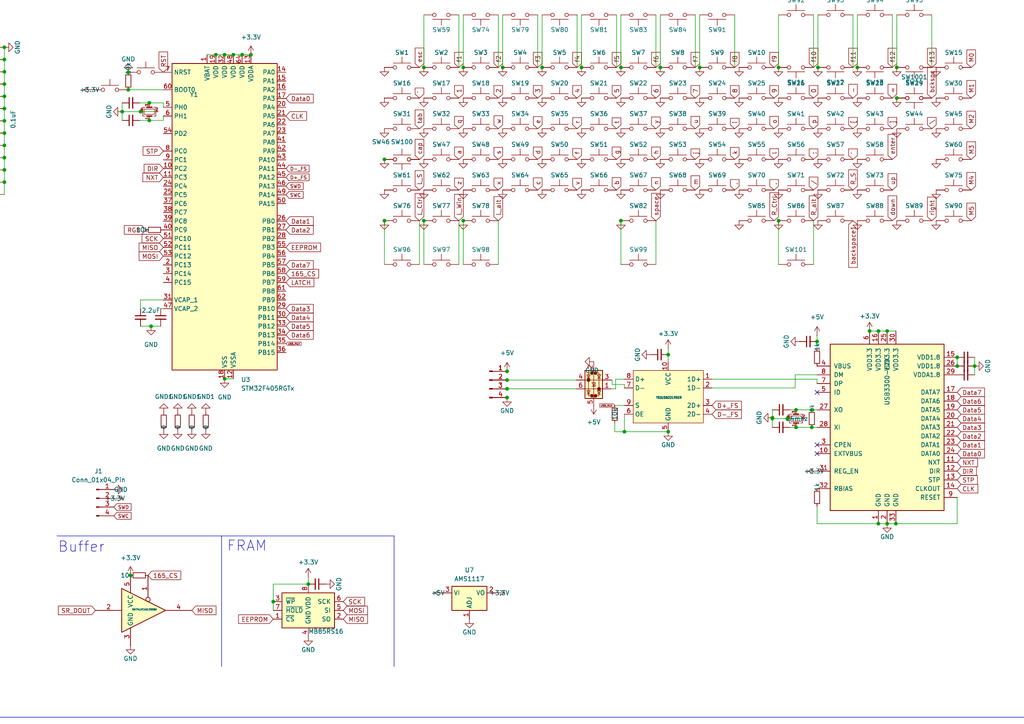
<source format=kicad_sch>
(kicad_sch (version 20240812) (generator "eeschema") (generator_version "8.99")
  (paper "A4")
  (lib_symbols
    (symbol "74xGxx:SN74LVC1G125DBV"
      (property "Reference" "U" (at -10.16 7.62 0))
      (property "Value" "SN74LVC1G125DBV" (at 2.54 -7.62 0))
      (symbol "SN74LVC1G125DBV_1_1"
        (pin input line (at -15.24 0 0) (length 7.62) (name "~") (number "2"))
        (pin power_in line (at -5.08 10.16 270) (length 5.08) (name "VCC") (number "5"))
        (pin power_in line (at -5.08 -10.16 90) (length 5.08) (name "GND") (number "3"))
        (pin input inverted (at 0 10.16 270) (length 7.62) (name "~") (number "1"))
        (pin tri_state line (at 12.7 0 180) (length 7.62) (name "~") (number "4"))
      )
    )
    (symbol "74xx:74HC165"
      (property "Reference" "U" (at -7.62 19.05 0))
      (property "Value" "74HC165" (at -7.62 -21.59 0))
      (symbol "74HC165_1_0"
        (pin input line (at -12.7 15.24 0) (length 5.08) (name "DS") (number "10"))
        (pin input line (at -12.7 12.7 0) (length 5.08) (name "D0") (number "11"))
        (pin input line (at -12.7 10.16 0) (length 5.08) (name "D1") (number "12"))
        (pin input line (at -12.7 7.62 0) (length 5.08) (name "D2") (number "13"))
        (pin input line (at -12.7 5.08 0) (length 5.08) (name "D3") (number "14"))
        (pin input line (at -12.7 2.54 0) (length 5.08) (name "D4") (number "3"))
        (pin input line (at -12.7 0 0) (length 5.08) (name "D5") (number "4"))
        (pin input line (at -12.7 -2.54 0) (length 5.08) (name "D6") (number "5"))
        (pin input line (at -12.7 -5.08 0) (length 5.08) (name "D7") (number "6"))
        (pin input line (at -12.7 -10.16 0) (length 5.08) (name "~{PL}") (number "1"))
        (pin input line (at -12.7 -15.24 0) (length 5.08) (name "CP") (number "2"))
        (pin input line (at -12.7 -17.78 0) (length 5.08) (name "~{CE}") (number "15"))
        (pin power_in line (at 0 22.86 270) (length 5.08) (name "VCC") (number "16"))
        (pin power_in line (at 0 -25.4 90) (length 5.08) (name "GND") (number "8"))
        (pin output line (at 12.7 15.24 180) (length 5.08) (name "Q7") (number "9"))
        (pin output line (at 12.7 12.7 180) (length 5.08) (name "~{Q7}") (number "7"))
      )
    )
    (symbol "Connector:Conn_01x04_Pin" (pin_names (offset 1.016) hide)
      (property "Reference" "J" (at 0 5.08 0))
      (property "Value" "Conn_01x04_Pin" (at 0 -7.62 0))
      (symbol "Conn_01x04_Pin_1_1"
        (pin passive line (at 5.08 2.54 180) (length 3.81) (name "Pin_1") (number "1"))
        (pin passive line (at 5.08 0 180) (length 3.81) (name "Pin_2") (number "2"))
        (pin passive line (at 5.08 -2.54 180) (length 3.81) (name "Pin_3") (number "3"))
        (pin passive line (at 5.08 -5.08 180) (length 3.81) (name "Pin_4") (number "4"))
      )
    )
    (symbol "Device:C_Small" (pin_numbers hide) (pin_names (offset 0.254) hide)
      (property "Reference" "C" (at 0.254 1.778 0))
      (property "Value" "C_Small" (at 0.254 -2.032 0))
      (symbol "C_Small_1_1"
        (pin passive line (at 0 2.54 270) (length 2.032) (name "~") (number "1"))
        (pin passive line (at 0 -2.54 90) (length 2.032) (name "~") (number "2"))
      )
    )
    (symbol "Device:Crystal_GND24_Small" (pin_names (offset 1.016) hide)
      (property "Reference" "Y" (at 1.27 4.445 0))
      (property "Value" "Crystal_GND24_Small" (at 1.27 2.54 0))
      (symbol "Crystal_GND24_Small_1_1"
        (pin passive line (at -2.54 0 0) (length 1.27) (name "1") (number "1"))
        (pin passive line (at 0 2.54 270) (length 0.635) (name "4") (number "4"))
        (pin passive line (at 0 -2.54 90) (length 0.635) (name "2") (number "2"))
        (pin passive line (at 2.54 0 180) (length 1.27) (name "3") (number "3"))
      )
    )
    (symbol "Device:R_Pack04" (pin_names (offset 0) hide)
      (property "Reference" "RN" (at -7.62 0 90))
      (property "Value" "R_Pack04" (at 5.08 0 90))
      (symbol "R_Pack04_1_1"
        (pin passive line (at -5.08 5.08 270) (length 2.54) (name "R1.2") (number "8"))
        (pin passive line (at -5.08 -5.08 90) (length 2.54) (name "R1.1") (number "1"))
        (pin passive line (at -2.54 5.08 270) (length 2.54) (name "R2.2") (number "7"))
        (pin passive line (at -2.54 -5.08 90) (length 2.54) (name "R2.1") (number "2"))
        (pin passive line (at 0 5.08 270) (length 2.54) (name "R3.2") (number "6"))
        (pin passive line (at 0 -5.08 90) (length 2.54) (name "R3.1") (number "3"))
        (pin passive line (at 2.54 5.08 270) (length 2.54) (name "R4.2") (number "5"))
        (pin passive line (at 2.54 -5.08 90) (length 2.54) (name "R4.1") (number "4"))
      )
    )
    (symbol "Device:R_Small" (pin_numbers hide) (pin_names (offset 0.254) hide)
      (property "Reference" "R" (at 0.762 0.508 0))
      (property "Value" "R_Small" (at 0.762 -1.016 0))
      (symbol "R_Small_1_1"
        (pin passive line (at 0 2.54 270) (length 0.762) (name "~") (number "1"))
        (pin passive line (at 0 -2.54 90) (length 0.762) (name "~") (number "2"))
      )
    )
    (symbol "Interface_USB:USB3300-EZK" (pin_names (offset 1.016))
      (property "Reference" "U" (at 0 1.27 0))
      (property "Value" "USB3300-EZK" (at 0 -1.27 0))
      (symbol "USB3300-EZK_1_1"
        (pin power_in line (at -20.32 17.78 0) (length 3.81) (name "VBUS") (number "4"))
        (pin bidirectional line (at -20.32 15.24 0) (length 3.81) (name "DM") (number "8"))
        (pin bidirectional line (at -20.32 12.7 0) (length 3.81) (name "DP") (number "7"))
        (pin input line (at -20.32 10.16 0) (length 3.81) (name "ID") (number "5"))
        (pin output line (at -20.32 5.08 0) (length 3.81) (name "XO") (number "27"))
        (pin input line (at -20.32 0 0) (length 3.81) (name "XI") (number "28"))
        (pin output line (at -20.32 -5.08 0) (length 3.81) (name "CPEN") (number "3"))
        (pin input line (at -20.32 -7.62 0) (length 3.81) (name "EXTVBUS") (number "10"))
        (pin bidirectional line (at -20.32 -12.7 0) (length 3.81) (name "REG_EN") (number "31"))
        (pin passive line (at -20.32 -17.78 0) (length 3.81) (name "RBIAS") (number "32"))
        (pin power_in line (at -5.08 27.94 270) (length 3.81) (name "VDD3.3") (number "6"))
        (pin power_in line (at -2.54 27.94 270) (length 3.81) (name "VDD3.3") (number "16"))
        (pin power_in line (at -2.54 -27.94 90) (length 3.81) (name "GND") (number "1"))
        (pin power_in line (at 0 27.94 270) (length 3.81) (name "VDD3.3") (number "25"))
        (pin power_in line (at 0 -27.94 90) (length 3.81) (name "GND") (number "2"))
        (pin power_in line (at 2.54 27.94 270) (length 3.81) (name "VDD3.3") (number "30"))
        (pin power_in line (at 2.54 -27.94 90) (length 3.81) (name "GND") (number "33"))
        (pin power_out line (at 20.32 20.32 180) (length 3.81) (name "VDD1.8") (number "15"))
        (pin power_out line (at 20.32 17.78 180) (length 3.81) (name "VDD1.8") (number "26"))
        (pin power_out line (at 20.32 15.24 180) (length 3.81) (name "VDDA1.8") (number "29"))
        (pin bidirectional line (at 20.32 10.16 180) (length 3.81) (name "DATA7") (number "17"))
        (pin bidirectional line (at 20.32 7.62 180) (length 3.81) (name "DATA6") (number "18"))
        (pin bidirectional line (at 20.32 5.08 180) (length 3.81) (name "DATA5") (number "19"))
        (pin bidirectional line (at 20.32 2.54 180) (length 3.81) (name "DATA4") (number "20"))
        (pin bidirectional line (at 20.32 0 180) (length 3.81) (name "DATA3") (number "21"))
        (pin bidirectional line (at 20.32 -2.54 180) (length 3.81) (name "DATA2") (number "22"))
        (pin bidirectional line (at 20.32 -5.08 180) (length 3.81) (name "DATA1") (number "23"))
        (pin bidirectional line (at 20.32 -7.62 180) (length 3.81) (name "DATA0") (number "24"))
        (pin output line (at 20.32 -10.16 180) (length 3.81) (name "NXT") (number "11"))
        (pin output line (at 20.32 -12.7 180) (length 3.81) (name "DIR") (number "12"))
        (pin input line (at 20.32 -15.24 180) (length 3.81) (name "STP") (number "13"))
        (pin output line (at 20.32 -17.78 180) (length 3.81) (name "CLKOUT") (number "14"))
        (pin input line (at 20.32 -20.32 180) (length 3.81) (name "RESET") (number "9"))
      )
    )
    (symbol "LED:WS2812B-2020" (pin_names (offset 0.254))
      (property "Reference" "D" (at 5.08 5.715 0))
      (property "Value" "WS2812B-2020" (at 1.27 -5.715 0))
      (symbol "WS2812B-2020_0_0"
        (text "RGB" (at 2.286 -4.191 0) (effects (font (size 0.762 0.762))))
      )
      (symbol "WS2812B-2020_1_1"
        (pin input line (at -7.62 0 0) (length 2.54) (name "DIN") (number "3"))
        (pin power_in line (at 0 7.62 270) (length 2.54) (name "VDD") (number "4"))
        (pin power_in line (at 0 -7.62 90) (length 2.54) (name "VSS") (number "2"))
        (pin output line (at 7.62 0 180) (length 2.54) (name "DOUT") (number "1"))
      )
    )
    (symbol "MCU_ST_STM32F4:STM32F405RGTx"
      (property "Reference" "U" (at -15.24 46.99 0))
      (property "Value" "STM32F405RGTx" (at 10.16 46.99 0))
      (symbol "STM32F405RGTx_1_1"
        (pin input line (at -17.78 43.18 0) (length 2.54) (name "NRST") (number "7"))
        (pin input line (at -17.78 38.1 0) (length 2.54) (name "BOOT0") (number "60"))
        (pin bidirectional line (at -17.78 33.02 0) (length 2.54) (name "PH0") (number "5"))
        (pin bidirectional line (at -17.78 30.48 0) (length 2.54) (name "PH1") (number "6"))
        (pin bidirectional line (at -17.78 25.4 0) (length 2.54) (name "PD2") (number "54"))
        (pin bidirectional line (at -17.78 20.32 0) (length 2.54) (name "PC0") (number "8"))
        (pin bidirectional line (at -17.78 17.78 0) (length 2.54) (name "PC1") (number "9"))
        (pin bidirectional line (at -17.78 15.24 0) (length 2.54) (name "PC2") (number "10"))
        (pin bidirectional line (at -17.78 12.7 0) (length 2.54) (name "PC3") (number "11"))
        (pin bidirectional line (at -17.78 10.16 0) (length 2.54) (name "PC4") (number "24"))
        (pin bidirectional line (at -17.78 7.62 0) (length 2.54) (name "PC5") (number "25"))
        (pin bidirectional line (at -17.78 5.08 0) (length 2.54) (name "PC6") (number "37"))
        (pin bidirectional line (at -17.78 2.54 0) (length 2.54) (name "PC7") (number "38"))
        (pin bidirectional line (at -17.78 0 0) (length 2.54) (name "PC8") (number "39"))
        (pin bidirectional line (at -17.78 -2.54 0) (length 2.54) (name "PC9") (number "40"))
        (pin bidirectional line (at -17.78 -5.08 0) (length 2.54) (name "PC10") (number "51"))
        (pin bidirectional line (at -17.78 -7.62 0) (length 2.54) (name "PC11") (number "52"))
        (pin bidirectional line (at -17.78 -10.16 0) (length 2.54) (name "PC12") (number "53"))
        (pin bidirectional line (at -17.78 -12.7 0) (length 2.54) (name "PC13") (number "2"))
        (pin bidirectional line (at -17.78 -15.24 0) (length 2.54) (name "PC14") (number "3"))
        (pin bidirectional line (at -17.78 -17.78 0) (length 2.54) (name "PC15") (number "4"))
        (pin power_out line (at -17.78 -22.86 0) (length 2.54) (name "VCAP_1") (number "31"))
        (pin power_out line (at -17.78 -25.4 0) (length 2.54) (name "VCAP_2") (number "47"))
        (pin power_in line (at -5.08 48.26 270) (length 2.54) (name "VBAT") (number "1"))
        (pin power_in line (at -2.54 48.26 270) (length 2.54) (name "VDD") (number "19"))
        (pin power_in line (at 0 48.26 270) (length 2.54) (name "VDD") (number "32"))
        (pin power_in line (at 0 -45.72 90) (length 2.54) (name "VSS") (number "18"))
        (pin passive line (at 0 -45.72 90) (length 2.54) hide (name "VSS") (number "63"))
        (pin power_in line (at 2.54 48.26 270) (length 2.54) (name "VDD") (number "48"))
        (pin power_in line (at 2.54 -45.72 90) (length 2.54) (name "VSSA") (number "12"))
        (pin power_in line (at 5.08 48.26 270) (length 2.54) (name "VDD") (number "64"))
        (pin power_in line (at 7.62 48.26 270) (length 2.54) (name "VDDA") (number "13"))
        (pin bidirectional line (at 17.78 43.18 180) (length 2.54) (name "PA0") (number "14"))
        (pin bidirectional line (at 17.78 40.64 180) (length 2.54) (name "PA1") (number "15"))
        (pin bidirectional line (at 17.78 38.1 180) (length 2.54) (name "PA2") (number "16"))
        (pin bidirectional line (at 17.78 35.56 180) (length 2.54) (name "PA3") (number "17"))
        (pin bidirectional line (at 17.78 33.02 180) (length 2.54) (name "PA4") (number "20"))
        (pin bidirectional line (at 17.78 30.48 180) (length 2.54) (name "PA5") (number "21"))
        (pin bidirectional line (at 17.78 27.94 180) (length 2.54) (name "PA6") (number "22"))
        (pin bidirectional line (at 17.78 25.4 180) (length 2.54) (name "PA7") (number "23"))
        (pin bidirectional line (at 17.78 22.86 180) (length 2.54) (name "PA8") (number "41"))
        (pin bidirectional line (at 17.78 20.32 180) (length 2.54) (name "PA9") (number "42"))
        (pin bidirectional line (at 17.78 17.78 180) (length 2.54) (name "PA10") (number "43"))
        (pin bidirectional line (at 17.78 15.24 180) (length 2.54) (name "PA11") (number "44"))
        (pin bidirectional line (at 17.78 12.7 180) (length 2.54) (name "PA12") (number "45"))
        (pin bidirectional line (at 17.78 10.16 180) (length 2.54) (name "PA13") (number "46"))
        (pin bidirectional line (at 17.78 7.62 180) (length 2.54) (name "PA14") (number "49"))
        (pin bidirectional line (at 17.78 5.08 180) (length 2.54) (name "PA15") (number "50"))
        (pin bidirectional line (at 17.78 0 180) (length 2.54) (name "PB0") (number "26"))
        (pin bidirectional line (at 17.78 -2.54 180) (length 2.54) (name "PB1") (number "27"))
        (pin bidirectional line (at 17.78 -5.08 180) (length 2.54) (name "PB2") (number "28"))
        (pin bidirectional line (at 17.78 -7.62 180) (length 2.54) (name "PB3") (number "55"))
        (pin bidirectional line (at 17.78 -10.16 180) (length 2.54) (name "PB4") (number "56"))
        (pin bidirectional line (at 17.78 -12.7 180) (length 2.54) (name "PB5") (number "57"))
        (pin bidirectional line (at 17.78 -15.24 180) (length 2.54) (name "PB6") (number "58"))
        (pin bidirectional line (at 17.78 -17.78 180) (length 2.54) (name "PB7") (number "59"))
        (pin bidirectional line (at 17.78 -20.32 180) (length 2.54) (name "PB8") (number "61"))
        (pin bidirectional line (at 17.78 -22.86 180) (length 2.54) (name "PB9") (number "62"))
        (pin bidirectional line (at 17.78 -25.4 180) (length 2.54) (name "PB10") (number "29"))
        (pin bidirectional line (at 17.78 -27.94 180) (length 2.54) (name "PB11") (number "30"))
        (pin bidirectional line (at 17.78 -30.48 180) (length 2.54) (name "PB12") (number "33"))
        (pin bidirectional line (at 17.78 -33.02 180) (length 2.54) (name "PB13") (number "34"))
        (pin bidirectional line (at 17.78 -35.56 180) (length 2.54) (name "PB14") (number "35"))
        (pin bidirectional line (at 17.78 -38.1 180) (length 2.54) (name "PB15") (number "36"))
      )
    )
    (symbol "Memory_NVRAM:MB85RS16" (pin_names (offset 1.016))
      (property "Reference" "U" (at -7.62 6.35 0))
      (property "Value" "MB85RS16" (at 1.27 6.35 0))
      (symbol "MB85RS16_1_1"
        (pin input line (at -10.16 2.54 0) (length 2.54) (name "~{WP}") (number "3"))
        (pin input line (at -10.16 0 0) (length 2.54) (name "~{HOLD}") (number "7"))
        (pin input line (at -10.16 -2.54 0) (length 2.54) (name "~{CS}") (number "1"))
        (pin power_in line (at 0 7.62 270) (length 2.54) (name "VDD") (number "8"))
        (pin power_in line (at 0 -7.62 90) (length 2.54) (name "GND") (number "4"))
        (pin input line (at 10.16 2.54 180) (length 2.54) (name "SCK") (number "6"))
        (pin input line (at 10.16 0 180) (length 2.54) (name "SI") (number "5"))
        (pin output line (at 10.16 -2.54 180) (length 2.54) (name "SO") (number "2"))
      )
    )
    (symbol "Power_Protection:USBLC6-2SC6" (pin_names hide)
      (property "Reference" "U" (at 0.635 5.715 0))
      (property "Value" "USBLC6-2SC6" (at 0.635 3.81 0))
      (symbol "USBLC6-2SC6_1_1"
        (pin passive line (at -5.08 0 0) (length 2.54) (name "I/O1") (number "1"))
        (pin passive line (at -5.08 -2.54 0) (length 2.54) (name "I/O2") (number "3"))
        (pin passive line (at 0 5.08 270) (length 2.54) (name "VBUS") (number "5"))
        (pin passive line (at 0 -7.62 90) (length 2.54) (name "GND") (number "2"))
        (pin passive line (at 5.08 0 180) (length 2.54) (name "I/O1") (number "6"))
        (pin passive line (at 5.08 -2.54 180) (length 2.54) (name "I/O2") (number "4"))
      )
    )
    (symbol "Regulator_Linear:AMS1117"
      (property "Reference" "U" (at -3.81 3.175 0))
      (property "Value" "AMS1117" (at 0 3.175 0))
      (symbol "AMS1117_1_1"
        (pin power_in line (at -7.62 0 0) (length 2.54) (name "VI") (number "3"))
        (pin input line (at 0 -7.62 90) (length 2.54) (name "ADJ") (number "1"))
        (pin power_out line (at 7.62 0 180) (length 2.54) (name "VO") (number "2"))
      )
    )
    (symbol "Switch:SW_Push" (pin_numbers hide) (pin_names (offset 1.016) hide)
      (property "Reference" "SW" (at 1.27 2.54 0))
      (property "Value" "SW_Push" (at 0 -1.524 0))
      (symbol "SW_Push_0_1"
        (pin passive line (at -5.08 0 0) (length 2.54) (name "1") (number "1"))
        (pin passive line (at 5.08 0 180) (length 2.54) (name "2") (number "2"))
      )
    )
    (symbol "power:+3.3V" (power) (pin_numbers hide) (pin_names (offset 0) hide)
      (property "Value" "+3.3V" (at 0 3.556 0))
      (symbol "+3.3V_1_1"
        (pin power_in line (at 0 0 90) (length 0) (name "~") (number "1"))
      )
    )
    (symbol "power:+5V" (power) (pin_numbers hide) (pin_names (offset 0) hide)
      (property "Value" "+5V" (at 0 3.556 0))
      (symbol "+5V_1_1"
        (pin power_in line (at 0 0 90) (length 0) (name "~") (number "1"))
      )
    )
    (symbol "power:GND" (power) (pin_numbers hide) (pin_names (offset 0) hide)
      (property "Value" "GND" (at 0 -3.81 0))
      (symbol "GND_1_1"
        (pin power_in line (at 0 0 270) (length 0) (name "~") (number "1"))
      )
    )
    (symbol "power:GND1" (power) (pin_numbers hide) (pin_names (offset 0) hide)
      (property "Value" "GND1" (at 0 -3.81 0))
      (symbol "GND1_1_1"
        (pin power_in line (at 0 0 270) (length 0) (name "~") (number "1"))
      )
    )
    (symbol "stm32f072:TS3USB221RSER"
      (property "Reference" "U2" (at 2.0194 -12.7 0))
      (property "Value" "TS3USB221RSER" (at 2.0194 -10.16 0))
      (symbol "TS3USB221RSER_1_1"
        (pin input line (at -12.7 5.08 0) (length 2.54) (name "D+") (number "8"))
        (pin input line (at -12.7 2.54 0) (length 2.54) (name "D-") (number "7"))
        (pin input line (at -12.7 -2.54 0) (length 2.54) (name "S") (number "9"))
        (pin input line (at -12.7 -5.08 0) (length 2.54) (name "OE") (number "6"))
        (pin input line (at 0 10.16 270) (length 2.54) (name "VCC") (number "10"))
        (pin input line (at 0 -10.16 90) (length 2.54) (name "GND") (number "5"))
        (pin input line (at 12.7 5.08 180) (length 2.54) (name "1D+") (number "1"))
        (pin input line (at 12.7 2.54 180) (length 2.54) (name "1D-") (number "2"))
        (pin input line (at 12.7 -2.54 180) (length 2.54) (name "2D+") (number "3"))
        (pin input line (at 12.7 -5.08 180) (length 2.54) (name "2D-") (number "4"))
      )
    )
  )
  (text "Buffer\n" (at 23.622 158.75 0) (effects (font (size 3 3))))
  (text "FRAM\n" (at 71.628 158.496 0) (effects (font (size 3 3))))
  (junction (at 145.796 19.558))
  (junction (at 94.488 308.356))
  (junction (at -347.98 101.346))
  (junction (at 187.96 303.53))
  (junction (at 147.066 112.776))
  (junction (at 119.126 357.124))
  (junction (at -287.02 101.346))
  (junction (at 33.528 296.672))
  (junction (at -439.42 101.346))
  (junction (at -226.06 86.106))
  (junction (at 221.996 278.384))
  (junction (at 260.096 28.448))
  (junction (at 79.248 174.498))
  (junction (at 65.151 15.875))
  (junction (at 197.358 229.616))
  (junction (at 1.27 17.272))
  (junction (at -6.096 283.718))
  (junction (at 1.27 20.828))
  (junction (at -3.556 283.718))
  (junction (at 122.936 19.558))
  (junction (at 347.98 266.192))
  (junction (at 191.516 19.558))
  (junction (at 224.028 121.158))
  (junction (at -3.81 17.272))
  (junction (at 48.006 296.672))
  (junction (at -180.34 101.346))
  (junction (at -424.18 86.106))
  (junction (at -3.81 27.94))
  (junction (at 419.608 327.406))
  (junction (at 225.806 64.008))
  (junction (at 235.458 118.872))
  (junction (at 1.27 27.94))
  (junction (at 202.946 19.558))
  (junction (at -439.42 86.106))
  (junction (at 147.066 115.316))
  (junction (at -393.7 86.106))
  (junction (at 1.27 38.608))
  (junction (at 50.546 296.672))
  (junction (at 345.44 266.192))
  (junction (at 122.936 64.008))
  (junction (at 234.442 241.3))
  (junction (at 97.028 308.356))
  (junction (at 257.302 151.892))
  (junction (at -347.98 86.106))
  (junction (at 469.138 339.852))
  (junction (at -363.22 101.346))
  (junction (at -3.81 42.164))
  (junction (at 194.818 229.616))
  (junction (at -10.414 283.718))
  (junction (at 283.972 253.746))
  (junction (at 165.862 254.762))
  (junction (at 277.622 103.632))
  (junction (at 286.512 253.746))
  (junction (at 300.99 253.746))
  (junction (at 38.608 296.672))
  (junction (at 157.226 19.558))
  (junction (at 385.572 278.638))
  (junction (at 293.37 253.746))
  (junction (at 444.5 291.084))
  (junction (at 116.84 279.4))
  (junction (at 67.691 15.875))
  (junction (at -3.81 52.832))
  (junction (at 333.502 266.192))
  (junction (at 168.402 254.762))
  (junction (at 449.58 291.084))
  (junction (at -378.46 86.106))
  (junction (at -241.3 86.106))
  (junction (at 235.458 123.952))
  (junction (at 397.51 278.638))
  (junction (at 320.548 253.746))
  (junction (at -3.81 13.716))
  (junction (at 260.096 19.558))
  (junction (at 248.666 19.558))
  (junction (at -3.81 31.496))
  (junction (at -317.5 86.106))
  (junction (at -210.82 101.346))
  (junction (at -210.82 86.106))
  (junction (at 298.45 253.746))
  (junction (at 21.082 332.486))
  (junction (at 1.27 13.716))
  (junction (at 289.052 253.746))
  (junction (at -195.58 101.346))
  (junction (at 65.151 109.855))
  (junction (at -332.74 86.106))
  (junction (at 1.27 35.052))
  (junction (at 153.924 254.762))
  (junction (at 1.27 45.72))
  (junction (at -408.94 101.346))
  (junction (at 36.068 296.672))
  (junction (at -195.58 86.106))
  (junction (at 271.018 241.3))
  (junction (at 147.066 110.236))
  (junction (at 180.086 19.558))
  (junction (at 163.322 254.762))
  (junction (at 43.307 34.925))
  (junction (at 180.086 64.008))
  (junction (at 190.5 229.616))
  (junction (at 254.762 96.012))
  (junction (at 185.42 229.616))
  (junction (at 131.318 279.4))
  (junction (at 121.92 279.4))
  (junction (at 1.27 49.276))
  (junction (at -317.5 101.346))
  (junction (at 45.466 296.672))
  (junction (at 119.126 308.356))
  (junction (at 70.104 345.44))
  (junction (at 37.211 26.035))
  (junction (at 21.082 283.718))
  (junction (at 89.408 169.418))
  (junction (at 119.38 279.4))
  (junction (at -363.22 86.106))
  (junction (at 383.032 278.638))
  (junction (at 37.846 166.878))
  (junction (at 447.04 291.084))
  (junction (at 72.771 15.875))
  (junction (at 147.066 107.696))
  (junction (at 126.238 279.4))
  (junction (at 40.767 32.385))
  (junction (at 111.506 46.228))
  (junction (at 133.858 279.4))
  (junction (at 257.302 96.012))
  (junction (at 251.46 241.3))
  (junction (at 370.078 266.192))
  (junction (at 338.582 266.192))
  (junction (at -302.26 86.106))
  (junction (at -378.46 101.346))
  (junction (at -12.954 283.718))
  (junction (at 70.104 296.672))
  (junction (at 168.656 19.558))
  (junction (at -3.81 38.608))
  (junction (at -256.54 86.106))
  (junction (at 193.802 102.87))
  (junction (at 388.112 278.638))
  (junction (at 160.782 254.762))
  (junction (at -271.78 86.106))
  (junction (at -226.06 101.346))
  (junction (at -3.81 45.72))
  (junction (at 82.55 308.356))
  (junction (at 62.611 15.875))
  (junction (at 271.018 290.068))
  (junction (at 252.222 96.012))
  (junction (at -180.34 86.106))
  (junction (at 151.384 254.762))
  (junction (at 202.438 229.616))
  (junction (at 236.982 241.3))
  (junction (at 342.9 266.192))
  (junction (at -15.494 283.718))
  (junction (at 99.568 308.356))
  (junction (at -287.02 86.106))
  (junction (at 277.622 106.172))
  (junction (at 225.806 19.558))
  (junction (at 221.996 229.616))
  (junction (at 134.366 64.008))
  (junction (at 243.84 241.3))
  (junction (at 111.506 64.008))
  (junction (at 320.548 302.514))
  (junction (at 228.346 121.412))
  (junction (at 187.96 229.616))
  (junction (at -3.81 20.828))
  (junction (at 1.524 283.718))
  (junction (at 259.842 151.892))
  (junction (at -408.94 86.106))
  (junction (at 43.815 94.615))
  (junction (at 1.27 31.496))
  (junction (at 1.27 52.832))
  (junction (at 193.802 125.222))
  (junction (at 236.982 99.06))
  (junction (at 224.028 121.412))
  (junction (at 37.211 20.955))
  (junction (at 230.886 123.952))
  (junction (at 336.042 266.192))
  (junction (at -3.81 35.052))
  (junction (at 370.078 314.96))
  (junction (at 400.05 278.638))
  (junction (at 254.762 151.892))
  (junction (at -271.78 101.346))
  (junction (at 392.43 278.638))
  (junction (at 153.416 279.4))
  (junction (at 85.09 308.356))
  (junction (at -256.54 101.346))
  (junction (at -241.3 101.346))
  (junction (at 199.898 229.616))
  (junction (at 91.948 308.356))
  (junction (at 153.416 328.168))
  (junction (at 419.608 278.638))
  (junction (at 1.27 24.384))
  (junction (at 181.102 125.222))
  (junction (at 230.886 118.872))
  (junction (at 87.63 308.356))
  (junction (at 239.522 241.3))
  (junction (at -3.81 49.276))
  (junction (at 134.366 19.558))
  (junction (at 156.464 254.762))
  (junction (at 282.702 106.172))
  (junction (at 187.96 254.762))
  (junction (at 237.236 19.558))
  (junction (at -332.74 101.346))
  (junction (at 350.52 266.192))
  (junction (at 295.91 253.746))
  (junction (at 43.307 29.845))
  (junction (at -1.016 283.718))
  (junction (at 394.97 278.638))
  (junction (at 246.38 241.3))
  (junction (at 70.231 15.875))
  (junction (at 42.926 296.672))
  (junction (at -424.18 101.346))
  (junction (at 128.778 279.4))
  (junction (at 469.138 291.084))
  (junction (at 35.433 32.385))
  (junction (at -302.26 101.346))
  (junction (at 1.27 42.164))
  (junction (at -393.7 101.346))
  (junction (at 248.92 241.3))
  (junction (at -3.81 24.384))
  (no_connect (at 200.66 265.176))
  (no_connect (at 432.308 289.052))
  (no_connect (at 82.804 307.086))
  (no_connect (at 382.778 276.606))
  (no_connect (at 33.782 294.132))
  (no_connect (at 283.718 251.714))
  (no_connect (at 131.826 318.77))
  (no_connect (at 234.696 240.03))
  (no_connect (at 236.982 129.032))
  (no_connect (at 333.248 264.16))
  (no_connect (at 236.982 131.572))
  (no_connect (at 481.838 301.498))
  (no_connect (at 236.982 113.792))
  (no_connect (at 166.116 289.814))
  (wire (pts (xy 230.886 118.872) (xy 235.458 118.872)))
  (wire (pts (xy 202.946 4.318) (xy 202.946 19.558)))
  (wire (pts (xy 166.116 273.05) (xy 166.116 287.274)))
  (wire (pts (xy 307.848 261.62) (xy 307.848 255.016)))
  (wire (pts (xy 259.842 151.892) (xy 277.622 151.892)))
  (wire (pts (xy 42.926 296.672) (xy 45.466 296.672)))
  (wire (pts (xy 172.212 105.156) (xy 172.212 104.902)))
  (wire (pts (xy 392.43 278.638) (xy 394.97 278.638)))
  (wire (pts (xy 236.982 109.982) (xy 236.982 111.252)))
  (wire (pts (xy 151.384 254.762) (xy 153.924 254.762)))
  (wire (pts (xy 178.562 112.776) (xy 178.562 109.982)))
  (wire (pts (xy 8.382 291.592) (xy 8.382 284.988)))
  (wire (pts (xy -15.494 283.718) (xy -12.954 283.718)))
  (wire (pts (xy 106.426 349.25) (xy 106.426 357.124)))
  (wire (pts (xy 254.762 96.012) (xy 257.302 96.012)))
  (wire (pts (xy 260.096 4.318) (xy 260.096 19.558)))
  (wire (pts (xy 336.042 266.192) (xy 338.582 266.192)))
  (wire (pts (xy -256.54 86.106) (xy -241.3 86.106)))
  (wire (pts (xy 224.028 121.412) (xy 224.028 123.952)))
  (wire (pts (xy 350.52 266.192) (xy 370.078 266.192)))
  (wire (pts (xy 21.082 283.464) (xy 21.082 283.718)))
  (wire (pts (xy 134.366 76.708) (xy 134.366 64.008)))
  (wire (pts (xy 165.862 254.762) (xy 168.402 254.762)))
  (wire (pts (xy 178.308 125.222) (xy 181.102 125.222)))
  (wire (pts (xy 295.91 253.746) (xy 298.45 253.746)))
  (wire (pts (xy 65.151 109.855) (xy 67.691 109.855)))
  (wire (pts (xy 79.248 174.498) (xy 79.248 169.418)))
  (wire (pts (xy 131.318 279.4) (xy 133.858 279.4)))
  (wire (pts (xy 153.924 254.762) (xy 156.464 254.762)))
  (wire (pts (xy 82.804 284.988) (xy 82.804 304.546)))
  (wire (pts (xy -6.096 283.718) (xy -3.556 283.718)))
  (wire (pts (xy 94.488 308.356) (xy 97.028 308.356)))
  (wire (pts (xy 209.296 237.49) (xy 209.296 230.632)))
  (wire (pts (xy 47.371 31.115) (xy 47.371 29.845)))
  (wire (pts (xy 231.902 241.3) (xy 234.442 241.3)))
  (wire (pts (xy 140.716 287.274) (xy 140.716 248.158)))
  (wire (pts (xy 62.611 15.875) (xy 65.151 15.875)))
  (wire (pts (xy 200.66 248.158) (xy 200.66 262.636)))
  (wire (pts (xy 209.296 270.51) (xy 209.296 278.384)))
  (wire (pts (xy 345.44 266.192) (xy 347.98 266.192)))
  (wire (pts (xy 257.302 96.012) (xy 259.842 96.012)))
  (wire (pts (xy 140.716 328.168) (xy 153.416 328.168)))
  (wire (pts (xy -378.46 101.346) (xy -363.22 101.346)))
  (wire (pts (xy 140.716 320.294) (xy 140.716 328.168)))
  (wire (pts (xy 357.378 267.462) (xy 432.308 267.462)))
  (wire (pts (xy 229.108 118.872) (xy 230.886 118.872)))
  (wire (pts (xy 270.256 4.318) (xy 270.256 19.558)))
  (wire (pts (xy 181.102 111.506) (xy 181.102 112.522)))
  (wire (pts (xy 206.502 112.522) (xy 230.632 112.522)))
  (wire (pts (xy 282.702 103.632) (xy 282.702 106.172)))
  (wire (pts (xy 181.102 125.222) (xy 193.802 125.222)))
  (wire (pts (xy 307.848 294.64) (xy 307.848 302.514)))
  (wire (pts (xy 406.908 286.512) (xy 406.908 279.908)))
  (wire (pts (xy -18.034 283.718) (xy -15.494 283.718)))
  (wire (pts (xy 307.848 302.514) (xy 320.548 302.514)))
  (wire (pts (xy 230.632 108.712) (xy 236.982 108.712)))
  (wire (pts (xy 209.296 230.632) (xy 283.718 230.632)))
  (wire (pts (xy 370.078 314.96) (xy 370.078 314.706)))
  (wire (pts (xy -439.42 101.346) (xy -424.18 101.346)))
  (wire (pts (xy -302.26 86.106) (xy -287.02 86.106)))
  (wire (pts (xy -3.81 49.276) (xy -3.81 52.832)))
  (wire (pts (xy 79.248 169.418) (xy 89.408 169.418)))
  (wire (pts (xy 175.26 223.266) (xy 234.696 223.266)))
  (wire (pts (xy 469.138 339.852) (xy 469.138 339.598)))
  (wire (pts (xy 277.622 103.632) (xy 277.622 106.172)))
  (wire (pts (xy 1.27 52.832) (xy 1.27 56.388)))
  (wire (pts (xy 330.962 266.192) (xy 333.502 266.192)))
  (wire (pts (xy 121.666 76.708) (xy 121.666 64.008)))
  (wire (pts (xy 357.378 307.086) (xy 357.378 314.96)))
  (wire (pts (xy 320.548 253.492) (xy 320.548 253.746)))
  (wire (pts (xy 449.58 291.084) (xy 469.138 291.084)))
  (wire (pts (xy 122.936 76.708) (xy 122.936 64.008)))
  (wire (pts (xy 87.63 308.356) (xy 91.948 308.356)))
  (polyline (pts (xy 16.51 155.448) (xy 64.262 155.448)))
  (wire (pts (xy -302.26 101.346) (xy -287.02 101.346)))
  (wire (pts (xy -3.81 38.608) (xy -3.81 42.164)))
  (wire (pts (xy 224.028 121.158) (xy 224.028 118.872)))
  (wire (pts (xy 419.608 327.66) (xy 419.608 327.406)))
  (wire (pts (xy -317.5 101.346) (xy -302.26 101.346)))
  (wire (pts (xy 114.3 279.4) (xy 116.84 279.4)))
  (wire (pts (xy 1.27 13.716) (xy 1.27 17.272)))
  (wire (pts (xy -378.46 86.106) (xy -363.22 86.106)))
  (wire (pts (xy 221.996 229.616) (xy 221.996 229.87)))
  (wire (pts (xy 99.568 308.356) (xy 119.126 308.356)))
  (wire (pts (xy -3.81 17.272) (xy -3.81 20.828)))
  (wire (pts (xy 122.936 4.318) (xy 122.936 19.558)))
  (wire (pts (xy 202.438 229.616) (xy 221.996 229.616)))
  (wire (pts (xy 236.982 146.812) (xy 236.982 151.892)))
  (wire (pts (xy 85.09 308.356) (xy 87.63 308.356)))
  (wire (pts (xy 180.086 4.318) (xy 180.086 19.558)))
  (wire (pts (xy 1.524 283.718) (xy 21.082 283.718)))
  (wire (pts (xy -241.3 86.106) (xy -226.06 86.106)))
  (wire (pts (xy 172.212 117.856) (xy 172.212 117.602)))
  (wire (pts (xy -363.22 86.106) (xy -347.98 86.106)))
  (wire (pts (xy 370.078 266.192) (xy 370.078 266.446)))
  (wire (pts (xy 133.096 4.318) (xy 133.096 19.558)))
  (wire (pts (xy 70.104 296.418) (xy 70.104 296.672)))
  (wire (pts (xy 43.307 34.925) (xy 47.371 34.925)))
  (wire (pts (xy 178.308 122.682) (xy 178.308 125.222)))
  (wire (pts (xy -1.016 283.718) (xy 1.524 283.718)))
  (wire (pts (xy 148.844 254.762) (xy 151.384 254.762)))
  (wire (pts (xy 187.96 303.784) (xy 187.96 303.53)))
  (wire (pts (xy 128.778 279.4) (xy 131.318 279.4)))
  (wire (pts (xy 236.982 241.3) (xy 239.522 241.3)))
  (wire (pts (xy 406.908 327.406) (xy 419.608 327.406)))
  (wire (pts (xy 271.018 241.3) (xy 271.018 241.554)))
  (wire (pts (xy 370.078 265.938) (xy 370.078 266.192)))
  (wire (pts (xy -424.18 86.106) (xy -408.94 86.106)))
  (wire (pts (xy 333.248 242.57) (xy 333.248 261.62)))
  (wire (pts (xy 357.378 314.96) (xy 370.078 314.96)))
  (wire (pts (xy 357.378 274.066) (xy 357.378 267.462)))
  (wire (pts (xy -241.3 101.346) (xy -226.06 101.346)))
  (wire (pts (xy 282.702 106.172) (xy 282.702 108.712)))
  (wire (pts (xy 177.292 110.236) (xy 177.546 110.236)))
  (wire (pts (xy 153.416 279.146) (xy 153.416 279.4)))
  (wire (pts (xy 190.5 229.616) (xy 194.818 229.616)))
  (wire (pts (xy -180.34 86.106) (xy -165.1 86.106)))
  (wire (pts (xy 106.426 357.124) (xy 119.126 357.124)))
  (wire (pts (xy 168.402 254.762) (xy 187.96 254.762)))
  (wire (pts (xy 35.433 32.385) (xy 40.767 32.385)))
  (wire (pts (xy 175.26 295.656) (xy 175.26 303.53)))
  (wire (pts (xy 156.464 254.762) (xy 160.782 254.762)))
  (wire (pts (xy 21.082 332.486) (xy 21.082 332.232)))
  (wire (pts (xy 70.231 15.875) (xy 72.771 15.875)))
  (wire (pts (xy 40.767 94.615) (xy 43.815 94.615)))
  (wire (pts (xy -347.98 101.346) (xy -332.74 101.346)))
  (wire (pts (xy 194.818 229.616) (xy 197.358 229.616)))
  (wire (pts (xy 168.656 4.318) (xy 168.656 19.558)))
  (wire (pts (xy -12.954 283.718) (xy -10.414 283.718)))
  (wire (pts (xy 298.45 253.746) (xy 300.99 253.746)))
  (wire (pts (xy 163.322 254.762) (xy 165.862 254.762)))
  (wire (pts (xy 236.982 151.892) (xy 254.762 151.892)))
  (wire (pts (xy 347.98 266.192) (xy 350.52 266.192)))
  (wire (pts (xy 8.382 284.988) (xy 82.804 284.988)))
  (wire (pts (xy 243.84 241.3) (xy 246.38 241.3)))
  (wire (pts (xy 201.676 4.318) (xy 201.676 19.558)))
  (wire (pts (xy 21.082 283.718) (xy 21.082 283.972)))
  (wire (pts (xy 119.38 279.4) (xy 121.92 279.4)))
  (wire (pts (xy -3.81 42.164) (xy -3.81 45.72)))
  (wire (pts (xy 228.346 121.412) (xy 233.426 121.412)))
  (wire (pts (xy -271.78 86.106) (xy -256.54 86.106)))
  (wire (pts (xy 8.382 332.486) (xy 21.082 332.486)))
  (wire (pts (xy 271.018 290.322) (xy 271.018 290.068)))
  (wire (pts (xy 197.358 229.616) (xy 199.898 229.616)))
  (wire (pts (xy 419.608 278.638) (xy 419.608 278.892)))
  (wire (pts (xy -3.81 31.496) (xy -3.81 35.052)))
  (wire (pts (xy -3.81 20.828) (xy -3.81 24.384)))
  (wire (pts (xy 1.27 35.052) (xy 1.27 38.608)))
  (wire (pts (xy 289.052 253.746) (xy 293.37 253.746)))
  (wire (pts (xy 40.513 34.925) (xy 43.307 34.925)))
  (wire (pts (xy 35.433 32.385) (xy 35.433 29.845)))
  (wire (pts (xy -454.66 86.106) (xy -439.42 86.106)))
  (wire (pts (xy 45.466 296.672) (xy 48.006 296.672)))
  (wire (pts (xy 406.908 279.908) (xy 481.838 279.908)))
  (wire (pts (xy -408.94 101.346) (xy -393.7 101.346)))
  (wire (pts (xy 230.632 112.522) (xy 230.632 108.712)))
  (wire (pts (xy -454.66 101.346) (xy -439.42 101.346)))
  (wire (pts (xy 283.718 230.632) (xy 283.718 249.174)))
  (wire (pts (xy 221.996 229.362) (xy 221.996 229.616)))
  (wire (pts (xy 406.908 319.532) (xy 406.908 327.406)))
  (wire (pts (xy 187.96 254.508) (xy 187.96 254.762)))
  (wire (pts (xy 167.386 4.318) (xy 167.386 19.558)))
  (wire (pts (xy 121.92 279.4) (xy 126.238 279.4)))
  (wire (pts (xy 147.066 110.236) (xy 167.132 110.236)))
  (wire (pts (xy -271.78 101.346) (xy -256.54 101.346)))
  (wire (pts (xy 281.432 253.746) (xy 283.972 253.746)))
  (wire (pts (xy 394.97 278.638) (xy 397.51 278.638)))
  (wire (pts (xy 175.26 262.636) (xy 175.26 223.266)))
  (wire (pts (xy 36.068 296.672) (xy 38.608 296.672)))
  (wire (pts (xy -393.7 101.346) (xy -378.46 101.346)))
  (wire (pts (xy 43.307 29.845) (xy 47.371 29.845)))
  (wire (pts (xy 246.38 241.3) (xy 248.92 241.3)))
  (polyline (pts (xy -24.13 208.026) (xy -24.13 362.712)))
  (wire (pts (xy -3.81 35.052) (xy -3.81 38.608)))
  (wire (pts (xy 286.512 253.746) (xy 289.052 253.746)))
  (wire (pts (xy -287.02 86.106) (xy -271.78 86.106)))
  (wire (pts (xy 221.996 278.384) (xy 221.996 278.13)))
  (wire (pts (xy 1.27 31.496) (xy 1.27 35.052)))
  (wire (pts (xy 70.104 345.44) (xy 70.104 345.186)))
  (wire (pts (xy -317.5 86.106) (xy -302.26 86.106)))
  (wire (pts (xy 239.522 241.3) (xy 243.84 241.3)))
  (wire (pts (xy 37.211 26.035) (xy 47.371 26.035)))
  (wire (pts (xy 258.318 290.068) (xy 271.018 290.068)))
  (wire (pts (xy -195.58 86.106) (xy -180.34 86.106)))
  (wire (pts (xy -256.54 101.346) (xy -241.3 101.346)))
  (wire (pts (xy -226.06 101.346) (xy -210.82 101.346)))
  (wire (pts (xy 247.396 4.318) (xy 247.396 19.558)))
  (wire (pts (xy 157.226 4.318) (xy 157.226 19.558)))
  (wire (pts (xy 236.982 99.06) (xy 236.982 101.092)))
  (wire (pts (xy 469.138 290.83) (xy 469.138 291.084)))
  (wire (pts (xy 8.382 324.612) (xy 8.382 332.486)))
  (wire (pts (xy 236.982 97.282) (xy 236.982 99.06)))
  (wire (pts (xy -3.81 13.716) (xy -3.81 17.272)))
  (wire (pts (xy -195.58 101.346) (xy -180.34 101.346)))
  (wire (pts (xy 235.458 118.872) (xy 236.982 118.872)))
  (wire (pts (xy 131.826 297.942) (xy 131.826 316.23)))
  (wire (pts (xy 1.27 49.276) (xy 1.27 52.832)))
  (wire (pts (xy 235.966 4.318) (xy 235.966 19.558)))
  (wire (pts (xy 456.438 331.978) (xy 456.438 339.852)))
  (wire (pts (xy 57.404 297.942) (xy 131.826 297.942)))
  (wire (pts (xy 50.546 296.672) (xy 70.104 296.672)))
  (wire (pts (xy 235.966 76.708) (xy 235.966 64.008)))
  (wire (pts (xy 333.502 266.192) (xy 336.042 266.192)))
  (wire (pts (xy 481.838 279.908) (xy 481.838 298.958)))
  (wire (pts (xy -210.82 101.346) (xy -195.58 101.346)))
  (wire (pts (xy 1.27 20.828) (xy 1.27 24.384)))
  (wire (pts (xy -347.98 86.106) (xy -332.74 86.106)))
  (wire (pts (xy 385.572 278.638) (xy 388.112 278.638)))
  (wire (pts (xy 70.104 296.672) (xy 70.104 296.926)))
  (wire (pts (xy 57.404 337.566) (xy 57.404 345.44)))
  (wire (pts (xy 447.04 291.084) (xy 449.58 291.084)))
  (wire (pts (xy 258.318 249.174) (xy 258.318 242.57)))
  (wire (pts (xy 271.018 290.068) (xy 271.018 289.814)))
  (wire (pts (xy 419.608 278.384) (xy 419.608 278.638)))
  (wire (pts (xy 182.88 229.616) (xy 185.42 229.616)))
  (wire (pts (xy 248.92 241.3) (xy 251.46 241.3)))
  (wire (pts (xy 133.858 279.4) (xy 153.416 279.4)))
  (wire (pts (xy 147.066 112.776) (xy 167.132 112.776)))
  (wire (pts (xy 89.408 167.386) (xy 89.408 169.418)))
  (wire (pts (xy 320.548 253.746) (xy 320.548 254)))
  (wire (pts (xy -408.94 86.106) (xy -393.7 86.106)))
  (wire (pts (xy 388.112 278.638) (xy 392.43 278.638)))
  (wire (pts (xy 67.691 15.875) (xy 70.231 15.875)))
  (wire (pts (xy 252.222 96.012) (xy 254.762 96.012)))
  (wire (pts (xy 36.957 26.035) (xy 37.211 26.035)))
  (wire (pts (xy 444.5 291.084) (xy 447.04 291.084)))
  (wire (pts (xy 116.84 279.4) (xy 119.38 279.4)))
  (wire (pts (xy -3.81 45.72) (xy -3.81 49.276)))
  (wire (pts (xy 221.996 278.638) (xy 221.996 278.384)))
  (wire (pts (xy -180.34 101.346) (xy -165.1 101.346)))
  (wire (pts (xy 80.01 308.356) (xy 82.55 308.356)))
  (wire (pts (xy 320.548 302.768) (xy 320.548 302.514)))
  (wire (pts (xy 33.528 296.672) (xy 36.068 296.672)))
  (wire (pts (xy 177.292 112.776) (xy 178.562 112.776)))
  (wire (pts (xy 257.302 151.892) (xy 259.842 151.892)))
  (wire (pts (xy -210.82 86.106) (xy -195.58 86.106)))
  (wire (pts (xy -287.02 101.346) (xy -271.78 101.346)))
  (wire (pts (xy 40.767 89.535) (xy 40.767 86.995)))
  (wire (pts (xy 432.308 267.462) (xy 432.308 286.512)))
  (wire (pts (xy 380.492 278.638) (xy 383.032 278.638)))
  (wire (pts (xy 79.248 177.038) (xy 79.248 174.498)))
  (wire (pts (xy 134.366 4.318) (xy 134.366 19.558)))
  (wire (pts (xy 126.238 279.4) (xy 128.778 279.4)))
  (wire (pts (xy 382.778 255.016) (xy 382.778 274.066)))
  (polyline (pts (xy 64.262 155.448) (xy 114.3 155.448)))
  (wire (pts (xy -439.42 86.106) (xy -424.18 86.106)))
  (wire (pts (xy 153.416 279.4) (xy 153.416 279.654)))
  (wire (pts (xy 342.9 266.192) (xy 345.44 266.192)))
  (wire (pts (xy 193.802 102.87) (xy 193.802 104.902)))
  (wire (pts (xy -3.81 52.832) (xy -3.81 56.388)))
  (wire (pts (xy 370.078 315.214) (xy 370.078 314.96)))
  (wire (pts (xy 145.796 4.318) (xy 145.796 19.558)))
  (wire (pts (xy 400.05 278.638) (xy 419.608 278.638)))
  (wire (pts (xy 383.032 278.638) (xy 385.572 278.638)))
  (wire (pts (xy 57.404 345.44) (xy 70.104 345.44)))
  (wire (pts (xy 190.246 4.318) (xy 190.246 19.558)))
  (wire (pts (xy 178.308 117.602) (xy 181.102 117.602)))
  (polyline (pts (xy -24.13 362.712) (xy 368.554 362.712)))
  (wire (pts (xy 199.898 229.616) (xy 202.438 229.616)))
  (wire (pts (xy 229.108 123.952) (xy 230.886 123.952)))
  (wire (pts (xy 271.018 241.046) (xy 271.018 241.3)))
  (wire (pts (xy 187.96 229.616) (xy 190.5 229.616)))
  (wire (pts (xy 57.404 304.546) (xy 57.404 297.942)))
  (wire (pts (xy 224.028 121.412) (xy 228.346 121.412)))
  (polyline (pts (xy 64.262 193.294) (xy 64.262 155.448)))
  (wire (pts (xy -332.74 86.106) (xy -317.5 86.106)))
  (wire (pts (xy 254.762 151.892) (xy 257.302 151.892)))
  (wire (pts (xy 178.562 109.982) (xy 181.102 109.982)))
  (wire (pts (xy 178.816 4.318) (xy 178.816 19.558)))
  (wire (pts (xy 234.696 223.266) (xy 234.696 237.49)))
  (wire (pts (xy 155.956 4.318) (xy 155.956 19.558)))
  (wire (pts (xy 40.767 86.995) (xy 47.371 86.995)))
  (wire (pts (xy 106.426 316.23) (xy 106.426 273.05)))
  (wire (pts (xy 307.848 255.016) (xy 382.778 255.016)))
  (wire (pts (xy 224.028 121.158) (xy 224.028 121.412)))
  (wire (pts (xy 293.37 253.746) (xy 295.91 253.746)))
  (wire (pts (xy 1.27 38.608) (xy 1.27 42.164)))
  (wire (pts (xy 338.582 266.192) (xy 342.9 266.192)))
  (wire (pts (xy 144.526 76.708) (xy 144.526 64.008)))
  (wire (pts (xy 191.516 4.318) (xy 191.516 19.558)))
  (wire (pts (xy 106.426 273.05) (xy 166.116 273.05)))
  (wire (pts (xy 190.246 76.708) (xy 190.246 64.008)))
  (wire (pts (xy 38.608 296.672) (xy 42.926 296.672)))
  (wire (pts (xy -3.81 24.384) (xy -3.81 27.94)))
  (wire (pts (xy 248.666 4.318) (xy 248.666 19.558)))
  (wire (pts (xy 119.126 308.102) (xy 119.126 308.356)))
  (wire (pts (xy 456.438 339.852) (xy 469.138 339.852)))
  (wire (pts (xy 237.236 4.318) (xy 237.236 19.558)))
  (wire (pts (xy -3.81 27.94) (xy -3.81 31.496)))
  (wire (pts (xy 1.27 24.384) (xy 1.27 27.94)))
  (wire (pts (xy 235.458 123.952) (xy 236.982 123.952)))
  (wire (pts (xy -363.22 101.346) (xy -347.98 101.346)))
  (wire (pts (xy 177.546 111.506) (xy 181.102 111.506)))
  (wire (pts (xy 397.51 278.638) (xy 400.05 278.638)))
  (wire (pts (xy 35.433 32.385) (xy 35.433 34.925)))
  (wire (pts (xy 1.27 45.72) (xy 1.27 49.276)))
  (wire (pts (xy 47.371 33.655) (xy 47.371 34.925)))
  (wire (pts (xy 258.318 282.194) (xy 258.318 290.068)))
  (wire (pts (xy 91.948 308.356) (xy 94.488 308.356)))
  (wire (pts (xy 46.609 89.535) (xy 47.371 89.535)))
  (wire (pts (xy -226.06 86.106) (xy -210.82 86.106)))
  (wire (pts (xy 82.55 308.356) (xy 85.09 308.356)))
  (wire (pts (xy 40.767 32.385) (xy 45.847 32.385)))
  (wire (pts (xy 1.27 17.272) (xy 1.27 20.828)))
  (wire (pts (xy 160.782 254.762) (xy 163.322 254.762)))
  (wire (pts (xy 140.716 248.158) (xy 200.66 248.158)))
  (wire (pts (xy 60.071 15.875) (xy 62.611 15.875)))
  (wire (pts (xy 469.138 340.106) (xy 469.138 339.852)))
  (wire (pts (xy 258.826 4.318) (xy 258.826 19.558)))
  (wire (pts (xy 251.46 241.3) (xy 271.018 241.3)))
  (wire (pts (xy 30.988 296.672) (xy 33.528 296.672)))
  (wire (pts (xy 1.27 42.164) (xy 1.27 45.72)))
  (wire (pts (xy 177.546 110.236) (xy 177.546 111.506)))
  (wire (pts (xy 180.086 76.708) (xy 180.086 64.008)))
  (wire (pts (xy 187.96 303.53) (xy 187.96 303.276)))
  (wire (pts (xy 111.506 76.708) (xy 111.506 64.008)))
  (wire (pts (xy 1.27 27.94) (xy 1.27 31.496)))
  (wire (pts (xy 209.296 278.384) (xy 221.996 278.384)))
  (wire (pts (xy 225.806 4.318) (xy 225.806 19.558)))
  (wire (pts (xy -393.7 86.106) (xy -378.46 86.106)))
  (wire (pts (xy 40.513 29.845) (xy 43.307 29.845)))
  (wire (pts (xy 300.99 253.746) (xy 320.548 253.746)))
  (wire (pts (xy 441.96 291.084) (xy 444.5 291.084)))
  (wire (pts (xy 206.502 109.982) (xy 236.982 109.982)))
  (wire (pts (xy 283.972 253.746) (xy 286.512 253.746)))
  (wire (pts (xy 185.42 229.616) (xy 187.96 229.616)))
  (wire (pts (xy 277.622 144.272) (xy 277.622 151.892)))
  (wire (pts (xy 48.006 296.672) (xy 50.546 296.672)))
  (wire (pts (xy 133.096 76.708) (xy 133.096 64.008)))
  (wire (pts (xy 144.526 4.318) (xy 144.526 19.558)))
  (wire (pts (xy 187.96 254.762) (xy 187.96 255.016)))
  (wire (pts (xy 181.102 120.142) (xy 181.102 125.222)))
  (wire (pts (xy 320.548 302.514) (xy 320.548 302.26)))
  (wire (pts (xy 469.138 291.084) (xy 469.138 291.338)))
  (wire (pts (xy 234.442 241.3) (xy 236.982 241.3)))
  (wire (pts (xy -3.556 283.718) (xy -1.016 283.718)))
  (wire (pts (xy 225.806 76.708) (xy 225.806 64.008)))
  (wire (pts (xy 213.106 4.318) (xy 213.106 19.558)))
  (wire (pts (xy 65.151 15.875) (xy 67.691 15.875)))
  (polyline (pts (xy 368.554 208.026) (xy -24.13 208.026)))
  (wire (pts (xy 153.416 328.422) (xy 153.416 328.168)))
  (wire (pts (xy 419.608 327.406) (xy 419.608 327.152)))
  (wire (pts (xy 193.802 101.092) (xy 193.802 102.87)))
  (wire (pts (xy 43.815 94.615) (xy 46.609 94.615)))
  (wire (pts (xy 258.318 242.57) (xy 333.248 242.57)))
  (wire (pts (xy 230.886 123.952) (xy 235.458 123.952)))
  (wire (pts (xy -332.74 101.346) (xy -317.5 101.346)))
  (wire (pts (xy 119.126 308.356) (xy 119.126 308.61)))
  (polyline (pts (xy 114.3 155.448) (xy 114.3 193.294)))
  (wire (pts (xy -424.18 101.346) (xy -408.94 101.346)))
  (wire (pts (xy 97.028 308.356) (xy 99.568 308.356)))
  (wire (pts (xy 175.26 303.53) (xy 187.96 303.53)))
  (wire (pts (xy 153.416 328.168) (xy 153.416 327.914)))
  (wire (pts (xy 119.126 357.124) (xy 119.126 356.87)))
  (wire (pts (xy -10.414 283.718) (xy -6.096 283.718)))
  (global_label "LATCH" (shape input) (at 357.378 299.466 180) (property "Intersheetrefs" "${INTERSHEET_REFS}" (effects (hide yes))))
  (global_label "f10" (shape input) (at 116.84 289.56 270) (property "Intersheetrefs" "${INTERSHEET_REFS}" (effects (hide yes))))
  (global_label "SCK" (shape input) (at 406.908 316.992 180) (property "Intersheetrefs" "${INTERSHEET_REFS}" (effects (hide yes))))
  (global_label "M3" (shape input) (at 394.97 288.798 270) (property "Intersheetrefs" "${INTERSHEET_REFS}" (effects (hide yes))))
  (global_label "6" (shape input) (at 190.246 28.448 90) (property "Intersheetrefs" "${INTERSHEET_REFS}" (effects (hide yes))))
  (global_label "[" (shape input) (at 330.962 276.352 270) (property "Intersheetrefs" "${INTERSHEET_REFS}" (effects (hide yes))))
  (global_label "R_S" (shape input) (at 406.908 304.292 180) (property "Intersheetrefs" "${INTERSHEET_REFS}" (effects (hide yes))))
  (global_label "STP" (shape input) (at 277.622 139.192 0) (property "Intersheetrefs" "${INTERSHEET_REFS}" (effects (hide yes))))
  (global_label "d" (shape input) (at 155.956 46.228 90) (property "Intersheetrefs" "${INTERSHEET_REFS}" (effects (hide yes))))
  (global_label "esc" (shape input) (at 8.382 294.132 180) (property "Intersheetrefs" "${INTERSHEET_REFS}" (effects (hide yes))))
  (global_label "f13" (shape input) (at 156.464 264.922 270) (property "Intersheetrefs" "${INTERSHEET_REFS}" (effects (hide yes))))
  (global_label "M5" (shape input) (at 281.686 64.008 90) (property "Intersheetrefs" "${INTERSHEET_REFS}" (effects (hide yes))))
  (global_label "f5" (shape input) (at 106.426 318.77 180) (property "Intersheetrefs" "${INTERSHEET_REFS}" (effects (hide yes))))
  (global_label "f1" (shape input) (at 57.404 307.086 180) (property "Intersheetrefs" "${INTERSHEET_REFS}" (effects (hide yes))))
  (global_label "RGB" (shape input) (at 42.291 66.675 180) (property "Intersheetrefs" "${INTERSHEET_REFS}" (effects (hide yes))))
  (global_label "Data7" (shape input) (at 277.622 113.792 0) (property "Intersheetrefs" "${INTERSHEET_REFS}" (effects (hide yes))))
  (global_label "j" (shape input) (at 201.676 46.228 90) (property "Intersheetrefs" "${INTERSHEET_REFS}" (effects (hide yes))))
  (global_label "." (shape input) (at 307.848 279.4 180) (property "Intersheetrefs" "${INTERSHEET_REFS}" (effects (hide yes))))
  (global_label "d" (shape input) (at 126.238 289.56 270) (property "Intersheetrefs" "${INTERSHEET_REFS}" (effects (hide yes))))
  (global_label "f2" (shape input) (at 57.404 309.626 180) (property "Intersheetrefs" "${INTERSHEET_REFS}" (effects (hide yes))))
  (global_label "]" (shape input) (at 357.378 284.226 180) (property "Intersheetrefs" "${INTERSHEET_REFS}" (effects (hide yes))))
  (global_label "up" (shape input) (at 456.438 319.278 180) (property "Intersheetrefs" "${INTERSHEET_REFS}" (effects (hide yes))))
  (global_label "M2" (shape input) (at 281.686 37.338 90) (property "Intersheetrefs" "${INTERSHEET_REFS}" (effects (hide yes))))
  (global_label "p" (shape input) (at 235.966 37.338 90) (property "Intersheetrefs" "${INTERSHEET_REFS}" (effects (hide yes))))
  (global_label "5" (shape input) (at 185.42 239.776 270) (property "Intersheetrefs" "${INTERSHEET_REFS}" (effects (hide yes))))
  (global_label "L_alt" (shape input) (at 8.382 301.752 180) (property "Intersheetrefs" "${INTERSHEET_REFS}" (effects (hide yes))))
  (global_label "R_alt" (shape input) (at 357.378 289.306 180) (property "Intersheetrefs" "${INTERSHEET_REFS}" (effects (hide yes))))
  (global_label ";" (shape input) (at 235.966 46.228 90) (property "Intersheetrefs" "${INTERSHEET_REFS}" (effects (hide yes))))
  (global_label "M4" (shape input) (at 441.96 301.244 270) (property "Intersheetrefs" "${INTERSHEET_REFS}" (effects (hide yes))))
  (global_label "NXT" (shape input) (at 47.371 51.435 180) (property "Intersheetrefs" "${INTERSHEET_REFS}" (effects (hide yes))))
  (global_label "bckspc" (shape input) (at 383.032 288.798 270) (property "Intersheetrefs" "${INTERSHEET_REFS}" (effects (hide yes))))
  (global_label "USB_MUX" (shape input) (at 82.931 99.695 0) (effects (font (size 0.5 0.5))) (property "Intersheetrefs" "${INTERSHEET_REFS}" (effects (hide yes))))
  (global_label "STP" (shape input) (at 47.371 43.815 180) (property "Intersheetrefs" "${INTERSHEET_REFS}" (effects (hide yes))))
  (global_label "=" (shape input) (at 357.378 281.686 180) (property "Intersheetrefs" "${INTERSHEET_REFS}" (effects (hide yes))))
  (global_label "M2" (shape input) (at 406.908 299.212 180) (property "Intersheetrefs" "${INTERSHEET_REFS}" (effects (hide yes))))
  (global_label "D-_FS" (shape input) (at 206.502 120.142 0) (property "Intersheetrefs" "${INTERSHEET_REFS}" (effects (hide yes))))
  (global_label "f12" (shape input) (at 140.716 297.434 180) (property "Intersheetrefs" "${INTERSHEET_REFS}" (effects (hide yes))))
  (global_label "y" (shape input) (at 190.5 239.776 270) (property "Intersheetrefs" "${INTERSHEET_REFS}" (effects (hide yes))))
  (global_label "{slash}" (shape input) (at 295.91 263.906 270) (property "Intersheetrefs" "${INTERSHEET_REFS}" (effects (hide yes))))
  (global_label "u" (shape input) (at 231.902 251.46 270) (property "Intersheetrefs" "${INTERSHEET_REFS}" (effects (hide yes))))
  (global_label "n" (shape input) (at 209.296 252.73 180) (property "Intersheetrefs" "${INTERSHEET_REFS}" (effects (hide yes))))
  (global_label "M5" (shape input) (at 444.5 301.244 270) (property "Intersheetrefs" "${INTERSHEET_REFS}" (effects (hide yes))))
  (global_label "SWC" (shape input) (at 82.931 56.515 0) (effects (font (size 1 1))) (property "Intersheetrefs" "${INTERSHEET_REFS}" (effects (hide yes))))
  (global_label "-" (shape input) (at 357.378 279.146 180) (property "Intersheetrefs" "${INTERSHEET_REFS}" (effects (hide yes))))
  (global_label "cap" (shape input) (at -3.556 293.878 270) (property "Intersheetrefs" "${INTERSHEET_REFS}" (effects (hide yes))))
  (global_label "L_Win" (shape input) (at 8.382 299.212 180) (property "Intersheetrefs" "${INTERSHEET_REFS}" (effects (hide yes))))
  (global_label "MOSI" (shape input) (at 99.568 177.038 0) (property "Intersheetrefs" "${INTERSHEET_REFS}" (effects (hide yes))))
  (global_label "SCK" (shape input) (at 258.318 279.654 180) (property "Intersheetrefs" "${INTERSHEET_REFS}" (effects (hide yes))))
  (global_label "f6" (shape input) (at 82.55 318.516 270) (property "Intersheetrefs" "${INTERSHEET_REFS}" (effects (hide yes))))
  (global_label "c" (shape input) (at 155.956 55.118 90) (property "Intersheetrefs" "${INTERSHEET_REFS}" (effects (hide yes))))
  (global_label "8" (shape input) (at 213.106 28.448 90) (property "Intersheetrefs" "${INTERSHEET_REFS}" (effects (hide yes))))
  (global_label "Data4" (shape input) (at 82.931 92.075 0) (property "Intersheetrefs" "${INTERSHEET_REFS}" (effects (hide yes))))
  (global_label "esc" (shape input) (at -18.034 293.878 270) (property "Intersheetrefs" "${INTERSHEET_REFS}" (effects (hide yes))))
  (global_label "9" (shape input) (at 307.848 266.7 180) (property "Intersheetrefs" "${INTERSHEET_REFS}" (effects (hide yes))))
  (global_label "f11" (shape input) (at 140.716 294.894 180) (property "Intersheetrefs" "${INTERSHEET_REFS}" (effects (hide yes))))
  (global_label "LATCH" (shape input) (at 140.716 312.674 180) (property "Intersheetrefs" "${INTERSHEET_REFS}" (effects (hide yes))))
  (global_label "d" (shape input) (at 140.716 299.974 180) (property "Intersheetrefs" "${INTERSHEET_REFS}" (effects (hide yes))))
  (global_label "LATCH" (shape input) (at 406.908 311.912 180) (property "Intersheetrefs" "${INTERSHEET_REFS}" (effects (hide yes))))
  (global_label "LATCH" (shape input) (at 57.404 329.946 180) (property "Intersheetrefs" "${INTERSHEET_REFS}" (effects (hide yes))))
  (global_label "h" (shape input) (at 209.296 250.19 180) (property "Intersheetrefs" "${INTERSHEET_REFS}" (effects (hide yes))))
  (global_label "bckspc" (shape input) (at 270.256 28.448 90) (property "Intersheetrefs" "${INTERSHEET_REFS}" (effects (hide yes))))
  (global_label "enter" (shape input) (at 406.908 306.832 180) (property "Intersheetrefs" "${INTERSHEET_REFS}" (effects (hide yes))))
  (global_label "cap" (shape input) (at 8.382 306.832 180) (property "Intersheetrefs" "${INTERSHEET_REFS}" (effects (hide yes))))
  (global_label "z" (shape input) (at 57.404 317.246 180) (property "Intersheetrefs" "${INTERSHEET_REFS}" (effects (hide yes))))
  (global_label "l" (shape input) (at 307.848 281.94 180) (property "Intersheetrefs" "${INTERSHEET_REFS}" (effects (hide yes))))
  (global_label "k" (shape input) (at 213.106 46.228 90) (property "Intersheetrefs" "${INTERSHEET_REFS}" (effects (hide yes))))
  (global_label "SCK" (shape input) (at 357.378 304.546 180) (property "Intersheetrefs" "${INTERSHEET_REFS}" (effects (hide yes))))
  (global_label "R_Ctrl" (shape input) (at 224.536 64.008 90) (property "Intersheetrefs" "${INTERSHEET_REFS}" (effects (hide yes))))
  (global_label "]" (shape input) (at 338.582 276.352 270) (property "Intersheetrefs" "${INTERSHEET_REFS}" (effects (hide yes))))
  (global_label "M4" (shape input) (at 281.686 55.118 90) (property "Intersheetrefs" "${INTERSHEET_REFS}" (effects (hide yes))))
  (global_label "LATCH" (shape input) (at 456.438 324.358 180) (property "Intersheetrefs" "${INTERSHEET_REFS}" (effects (hide yes))))
  (global_label "f7" (shape input) (at 106.426 323.85 180) (property "Intersheetrefs" "${INTERSHEET_REFS}" (effects (hide yes))))
  (global_label "M5" (shape input) (at 456.438 314.198 180) (property "Intersheetrefs" "${INTERSHEET_REFS}" (effects (hide yes))))
  (global_label "-" (shape input) (at 247.396 28.448 90) (property "Intersheetrefs" "${INTERSHEET_REFS}" (effects (hide yes))))
  (global_label "L_alt" (shape input) (at 144.526 64.008 90) (property "Intersheetrefs" "${INTERSHEET_REFS}" (effects (hide yes))))
  (global_label "down" (shape input) (at 342.9 276.352 270) (property "Intersheetrefs" "${INTERSHEET_REFS}" (effects (hide yes))))
  (global_label "q" (shape input) (at 57.404 322.326 180) (property "Intersheetrefs" "${INTERSHEET_REFS}" (effects (hide yes))))
  (global_label "tab" (shape input) (at 8.382 309.372 180) (property "Intersheetrefs" "${INTERSHEET_REFS}" (effects (hide yes))))
  (global_label "Data7" (shape input) (at 82.931 76.835 0) (property "Intersheetrefs" "${INTERSHEET_REFS}" (effects (hide yes))))
  (global_label "4" (shape input) (at 175.26 282.956 180) (property "Intersheetrefs" "${INTERSHEET_REFS}" (effects (hide yes))))
  (global_label "3" (shape input) (at 133.858 289.56 270) (property "Intersheetrefs" "${INTERSHEET_REFS}" (effects (hide yes))))
  (global_label "SCK" (shape input) (at 209.296 267.97 180) (property "Intersheetrefs" "${INTERSHEET_REFS}" (effects (hide yes))))
  (global_label "x" (shape input) (at 91.948 318.516 270) (property "Intersheetrefs" "${INTERSHEET_REFS}" (effects (hide yes))))
  (global_label "t" (shape input) (at 178.816 37.338 90) (property "Intersheetrefs" "${INTERSHEET_REFS}" (effects (hide yes))))
  (global_label "L_S" (shape input) (at 121.666 55.118 90) (property "Intersheetrefs" "${INTERSHEET_REFS}" (effects (hide yes))))
  (global_label "f3" (shape input) (at 155.956 19.558 90) (property "Intersheetrefs" "${INTERSHEET_REFS}" (effects (hide yes))))
  (global_label "D+_FS" (shape input) (at 206.502 117.602 0) (property "Intersheetrefs" "${INTERSHEET_REFS}" (effects (hide yes))))
  (global_label "g" (shape input) (at 209.296 257.81 180) (property "Intersheetrefs" "${INTERSHEET_REFS}" (effects (hide yes))))
  (global_label "o" (shape input) (at 224.536 37.338 90) (property "Intersheetrefs" "${INTERSHEET_REFS}" (effects (hide yes))))
  (global_label "r" (shape input) (at 165.862 264.922 270) (property "Intersheetrefs" "${INTERSHEET_REFS}" (effects (hide yes))))
  (global_label "L_S" (shape input) (at 8.382 304.292 180) (property "Intersheetrefs" "${INTERSHEET_REFS}" (effects (hide yes))))
  (global_label "f11" (shape input) (at 119.38 289.56 270) (property "Intersheetrefs" "${INTERSHEET_REFS}" (effects (hide yes))))
  (global_label "m" (shape input) (at 258.318 266.954 180) (property "Intersheetrefs" "${INTERSHEET_REFS}" (effects (hide yes))))
  (global_label "e" (shape input) (at 155.956 37.338 90) (property "Intersheetrefs" "${INTERSHEET_REFS}" (effects (hide yes))))
  (global_label "y" (shape input) (at 209.296 247.65 180) (property "Intersheetrefs" "${INTERSHEET_REFS}" (effects (hide yes))))
  (global_label "a" (shape input) (at 57.404 319.786 180) (property "Intersheetrefs" "${INTERSHEET_REFS}" (effects (hide yes))))
  (global_label "f13" (shape input) (at 270.256 19.558 90) (property "Intersheetrefs" "${INTERSHEET_REFS}" (effects (hide yes))))
  (global_label "f10" (shape input) (at 140.716 292.354 180) (property "Intersheetrefs" "${INTERSHEET_REFS}" (effects (hide yes))))
  (global_label "f1" (shape input) (at 30.988 306.832 270) (property "Intersheetrefs" "${INTERSHEET_REFS}" (effects (hide yes))))
  (global_label "2" (shape input) (at 106.426 336.55 180) (property "Intersheetrefs" "${INTERSHEET_REFS}" (effects (hide yes))))
  (global_label "3" (shape input) (at 140.716 307.594 180) (property "Intersheetrefs" "${INTERSHEET_REFS}" (effects (hide yes))))
  (global_label "Data6" (shape input) (at 277.622 116.332 0) (property "Intersheetrefs" "${INTERSHEET_REFS}" (effects (hide yes))))
  (global_label "4" (shape input) (at 167.386 28.448 90) (property "Intersheetrefs" "${INTERSHEET_REFS}" (effects (hide yes))))
  (global_label "EEPROM" (shape input) (at 79.248 179.578 180) (property "Intersheetrefs" "${INTERSHEET_REFS}" (effects (hide yes))))
  (global_label "j" (shape input) (at 258.318 269.494 180) (property "Intersheetrefs" "${INTERSHEET_REFS}" (effects (hide yes))))
  (global_label "LATCH" (shape input) (at 209.296 262.89 180) (property "Intersheetrefs" "${INTERSHEET_REFS}" (effects (hide yes))))
  (global_label "SWC" (shape input) (at 33.02 149.606 0) (effects (font (size 1 1))) (property "Intersheetrefs" "${INTERSHEET_REFS}" (effects (hide yes))))
  (global_label "L_Win" (shape input) (at -12.954 293.878 270) (property "Intersheetrefs" "${INTERSHEET_REFS}" (effects (hide yes))))
  (global_label "Data1" (shape input) (at 82.931 64.135 0) (property "Intersheetrefs" "${INTERSHEET_REFS}" (effects (hide yes))))
  (global_label "f5" (shape input) (at 80.01 318.516 270) (property "Intersheetrefs" "${INTERSHEET_REFS}" (effects (hide yes))))
  (global_label "Data2" (shape input) (at 82.931 66.675 0) (property "Intersheetrefs" "${INTERSHEET_REFS}" (effects (hide yes))))
  (global_label "Data0" (shape input) (at 277.622 131.572 0) (property "Intersheetrefs" "${INTERSHEET_REFS}" (effects (hide yes))))
  (global_label "SCK" (shape input) (at 47.371 69.215 180) (property "Intersheetrefs" "${INTERSHEET_REFS}" (effects (hide yes))))
  (global_label "f" (shape input) (at 175.26 277.876 180) (property "Intersheetrefs" "${INTERSHEET_REFS}" (effects (hide yes))))
  (global_label "f9" (shape input) (at 140.716 289.814 180) (property "Intersheetrefs" "${INTERSHEET_REFS}" (effects (hide yes))))
  (global_label "SCK" (shape input) (at 99.568 174.498 0) (property "Intersheetrefs" "${INTERSHEET_REFS}" (effects (hide yes))))
  (global_label "w" (shape input) (at 106.426 334.01 180) (property "Intersheetrefs" "${INTERSHEET_REFS}" (effects (hide yes))))
  (global_label "R_Ctrl" (shape input) (at 347.98 276.352 270) (property "Intersheetrefs" "${INTERSHEET_REFS}" (effects (hide yes))))
  (global_label "," (shape input) (at 213.106 55.118 90) (property "Intersheetrefs" "${INTERSHEET_REFS}" (effects (hide yes))))
  (global_label "f8" (shape input) (at 87.63 318.516 270) (property "Intersheetrefs" "${INTERSHEET_REFS}" (effects (hide yes))))
  (global_label "f" (shape input) (at 163.322 264.922 270) (property "Intersheetrefs" "${INTERSHEET_REFS}" (effects (hide yes))))
  (global_label "R_alt" (shape input) (at 345.44 276.352 270) (property "Intersheetrefs" "${INTERSHEET_REFS}" (effects (hide yes))))
  (global_label "f13" (shape input) (at 175.26 272.796 180) (property "Intersheetrefs" "${INTERSHEET_REFS}" (effects (hide yes))))
  (global_label "SCK" (shape input) (at 8.382 322.072 180) (property "Intersheetrefs" "${INTERSHEET_REFS}" (effects (hide yes))))
  (global_label "M0" (shape input) (at 281.686 19.558 90) (property "Intersheetrefs" "${INTERSHEET_REFS}" (effects (hide yes))))
  (global_label "f4" (shape input) (at 57.404 314.706 180) (property "Intersheetrefs" "${INTERSHEET_REFS}" (effects (hide yes))))
  (global_label "`" (shape input) (at 121.666 28.448 90) (property "Intersheetrefs" "${INTERSHEET_REFS}" (effects (hide yes))))
  (global_label "MOSI" (shape input) (at 47.371 74.295 180) (property "Intersheetrefs" "${INTERSHEET_REFS}" (effects (hide yes))))
  (global_label "L_Ctrl" (shape input) (at 8.382 296.672 180) (property "Intersheetrefs" "${INTERSHEET_REFS}" (effects (hide yes))))
  (global_label "cap" (shape input) (at 121.666 46.228 90) (property "Intersheetrefs" "${INTERSHEET_REFS}" (effects (hide yes))))
  (global_label "k" (shape input) (at 243.84 251.46 270) (property "Intersheetrefs" "${INTERSHEET_REFS}" (effects (hide yes))))
  (global_label "4" (shape input) (at 168.402 264.922 270) (property "Intersheetrefs" "${INTERSHEET_REFS}" (effects (hide yes))))
  (global_label "'" (shape input) (at 350.52 276.352 270) (property "Intersheetrefs" "${INTERSHEET_REFS}" (effects (hide yes))))
  (global_label "f10" (shape input) (at 235.966 19.558 90) (property "Intersheetrefs" "${INTERSHEET_REFS}" (effects (hide yes))))
  (global_label "LATCH" (shape input) (at 258.318 274.574 180) (property "Intersheetrefs" "${INTERSHEET_REFS}" (effects (hide yes))))
  (global_label "0" (shape input) (at 307.848 269.24 180) (property "Intersheetrefs" "${INTERSHEET_REFS}" (effects (hide yes))))
  (global_label "D+_FS" (shape input) (at 82.931 51.435 0) (effects (font (size 1 1))) (property "Intersheetrefs" "${INTERSHEET_REFS}" (effects (hide yes))))
  (global_label "M1" (shape input) (at 388.112 288.798 270) (property "Intersheetrefs" "${INTERSHEET_REFS}" (effects (hide yes))))
  (global_label "0" (shape input) (at 286.512 263.906 270) (property "Intersheetrefs" "${INTERSHEET_REFS}" (effects (hide yes))))
  (global_label "R_S" (shape input) (at 247.396 55.118 90) (property "Intersheetrefs" "${INTERSHEET_REFS}" (effects (hide yes))))
  (global_label "s" (shape input) (at 94.488 318.516 270) (property "Intersheetrefs" "${INTERSHEET_REFS}" (effects (hide yes))))
  (global_label "2" (shape input) (at 144.526 28.448 90) (property "Intersheetrefs" "${INTERSHEET_REFS}" (effects (hide yes))))
  (global_label "x" (shape input) (at 144.526 55.118 90) (property "Intersheetrefs" "${INTERSHEET_REFS}" (effects (hide yes))))
  (global_label "u" (shape input) (at 258.318 251.714 180) (property "Intersheetrefs" "${INTERSHEET_REFS}" (effects (hide yes))))
  (global_label "j" (shape input) (at 251.46 251.46 270) (property "Intersheetrefs" "${INTERSHEET_REFS}" (effects (hide yes))))
  (global_label "RST" (shape input) (at 47.371 20.955 90) (property "Intersheetrefs" "${INTERSHEET_REFS}" (effects (hide yes))))
  (global_label "m" (shape input) (at 201.676 55.118 90) (property "Intersheetrefs" "${INTERSHEET_REFS}" (effects (hide yes))))
  (global_label "\\" (shape input) (at 406.908 289.052 180) (property "Intersheetrefs" "${INTERSHEET_REFS}" (effects (hide yes))))
  (global_label "q" (shape input) (at 133.096 37.338 90) (property "Intersheetrefs" "${INTERSHEET_REFS}" (effects (hide yes))))
  (global_label "i" (shape input) (at 213.106 37.338 90) (property "Intersheetrefs" "${INTERSHEET_REFS}" (effects (hide yes))))
  (global_label "R_alt" (shape input) (at 235.966 64.008 90) (property "Intersheetrefs" "${INTERSHEET_REFS}" (effects (hide yes))))
  (global_label "L_Ctrl" (shape input) (at 121.666 64.008 90) (property "Intersheetrefs" "${INTERSHEET_REFS}" (effects (hide yes))))
  (global_label "f6" (shape input) (at 190.246 19.558 90) (property "Intersheetrefs" "${INTERSHEET_REFS}" (effects (hide yes))))
  (global_label "v" (shape input) (at 160.782 264.922 270) (property "Intersheetrefs" "${INTERSHEET_REFS}" (effects (hide yes))))
  (global_label "1" (shape input) (at 133.096 28.448 90) (property "Intersheetrefs" "${INTERSHEET_REFS}" (effects (hide yes))))
  (global_label "M2" (shape input) (at 392.43 288.798 270) (property "Intersheetrefs" "${INTERSHEET_REFS}" (effects (hide yes))))
  (global_label "right" (shape input) (at 456.438 316.738 180) (property "Intersheetrefs" "${INTERSHEET_REFS}" (effects (hide yes))))
  (global_label "EEPROM" (shape input) (at 82.931 71.755 0) (property "Intersheetrefs" "${INTERSHEET_REFS}" (effects (hide yes))))
  (global_label "SWD" (shape input) (at 82.931 53.975 0) (effects (font (size 1 1))) (property "Intersheetrefs" "${INTERSHEET_REFS}" (effects (hide yes))))
  (global_label "o" (shape input) (at 281.432 263.906 270) (property "Intersheetrefs" "${INTERSHEET_REFS}" (effects (hide yes))))
  (global_label "f" (shape input) (at 167.386 46.228 90) (property "Intersheetrefs" "${INTERSHEET_REFS}" (effects (hide yes))))
  (global_label "Data5" (shape input) (at 82.931 94.615 0) (property "Intersheetrefs" "${INTERSHEET_REFS}" (effects (hide yes))))
  (global_label "y" (shape input) (at 190.246 37.338 90) (property "Intersheetrefs" "${INTERSHEET_REFS}" (effects (hide yes))))
  (global_label "Data3" (shape input) (at 82.931 89.535 0) (property "Intersheetrefs" "${INTERSHEET_REFS}" (effects (hide yes))))
  (global_label "f12" (shape input) (at 258.826 19.558 90) (property "Intersheetrefs" "${INTERSHEET_REFS}" (effects (hide yes))))
  (global_label "f5" (shape input) (at 178.816 19.558 90) (property "Intersheetrefs" "${INTERSHEET_REFS}" (effects (hide yes))))
  (global_label "M0" (shape input) (at 153.924 264.922 270) (property "Intersheetrefs" "${INTERSHEET_REFS}" (effects (hide yes))))
  (global_label "l" (shape input) (at 224.536 46.228 90) (property "Intersheetrefs" "${INTERSHEET_REFS}" (effects (hide yes))))
  (global_label "v" (shape input) (at 167.386 55.118 90) (property "Intersheetrefs" "${INTERSHEET_REFS}" (effects (hide yes))))
  (global_label "h" (shape input) (at 190.246 46.228 90) (property "Intersheetrefs" "${INTERSHEET_REFS}" (effects (hide yes))))
  (global_label "k" (shape input) (at 258.318 261.874 180) (property "Intersheetrefs" "${INTERSHEET_REFS}" (effects (hide yes))))
  (global_label "enter" (shape input) (at 400.05 288.798 270) (property "Intersheetrefs" "${INTERSHEET_REFS}" (effects (hide yes))))
  (global_label "down" (shape input) (at 258.826 64.008 90) (property "Intersheetrefs" "${INTERSHEET_REFS}" (effects (hide yes))))
  (global_label "6" (shape input) (at 209.296 245.11 180) (property "Intersheetrefs" "${INTERSHEET_REFS}" (effects (hide yes))))
  (global_label "f9" (shape input) (at 224.536 19.558 90) (property "Intersheetrefs" "${INTERSHEET_REFS}" (effects (hide yes))))
  (global_label "SCK" (shape input) (at 456.438 329.438 180) (property "Intersheetrefs" "${INTERSHEET_REFS}" (effects (hide yes))))
  (global_label "z" (shape input) (at 42.926 306.832 270) (property "Intersheetrefs" "${INTERSHEET_REFS}" (effects (hide yes))))
  (global_label "w" (shape input) (at 144.526 37.338 90) (property "Intersheetrefs" "${INTERSHEET_REFS}" (effects (hide yes))))
  (global_label "5" (shape input) (at 178.816 28.448 90) (property "Intersheetrefs" "${INTERSHEET_REFS}" (effects (hide yes))))
  (global_label "DIR" (shape input) (at 277.622 136.652 0) (property "Intersheetrefs" "${INTERSHEET_REFS}" (effects (hide yes))))
  (global_label "," (shape input) (at 246.38 251.46 270) (property "Intersheetrefs" "${INTERSHEET_REFS}" (effects (hide yes))))
  (global_label "Data5" (shape input) (at 277.622 118.872 0) (property "Intersheetrefs" "${INTERSHEET_REFS}" (effects (hide yes))))
  (global_label "m" (shape input) (at 248.92 251.46 270) (property "Intersheetrefs" "${INTERSHEET_REFS}" (effects (hide yes))))
  (global_label "g" (shape input) (at 202.438 239.776 270) (property "Intersheetrefs" "${INTERSHEET_REFS}" (effects (hide yes))))
  (global_label "L_alt" (shape input) (at -10.414 293.878 270) (property "Intersheetrefs" "${INTERSHEET_REFS}" (effects (hide yes))))
  (global_label "q" (shape input) (at 48.006 306.832 270) (property "Intersheetrefs" "${INTERSHEET_REFS}" (effects (hide yes))))
  (global_label "SR_DOUT" (shape input) (at 33.782 291.592 0) (property "Intersheetrefs" "${INTERSHEET_REFS}" (effects (hide yes))))
  (global_label "n" (shape input) (at 190.246 55.118 90) (property "Intersheetrefs" "${INTERSHEET_REFS}" (effects (hide yes))))
  (global_label "h" (shape input) (at 194.818 239.776 270) (property "Intersheetrefs" "${INTERSHEET_REFS}" (effects (hide yes))))
  (global_label "esc" (shape input) (at 121.666 19.558 90) (property "Intersheetrefs" "${INTERSHEET_REFS}" (effects (hide yes))))
  (global_label "M1" (shape input) (at 281.686 28.448 90) (property "Intersheetrefs" "${INTERSHEET_REFS}" (effects (hide yes))))
  (global_label "M4" (shape input) (at 456.438 311.658 180) (property "Intersheetrefs" "${INTERSHEET_REFS}" (effects (hide yes))))
  (global_label "f3" (shape input) (at 36.068 306.832 270) (property "Intersheetrefs" "${INTERSHEET_REFS}" (effects (hide yes))))
  (global_label "LATCH" (shape input) (at 106.426 341.63 180) (property "Intersheetrefs" "${INTERSHEET_REFS}" (effects (hide yes))))
  (global_label "f2" (shape input) (at 144.526 19.558 90) (property "Intersheetrefs" "${INTERSHEET_REFS}" (effects (hide yes))))
  (global_label "f7" (shape input) (at 201.676 19.558 90) (property "Intersheetrefs" "${INTERSHEET_REFS}" (effects (hide yes))))
  (global_label "s" (shape input) (at 106.426 331.47 180) (property "Intersheetrefs" "${INTERSHEET_REFS}" (effects (hide yes))))
  (global_label "SCK" (shape input) (at 106.426 346.71 180) (property "Intersheetrefs" "${INTERSHEET_REFS}" (effects (hide yes))))
  (global_label "\\" (shape input) (at 270.256 37.338 90) (property "Intersheetrefs" "${INTERSHEET_REFS}" (effects (hide yes))))
  (global_label "z" (shape input) (at 133.096 55.118 90) (property "Intersheetrefs" "${INTERSHEET_REFS}" (effects (hide yes))))
  (global_label "x" (shape input) (at 106.426 328.93 180) (property "Intersheetrefs" "${INTERSHEET_REFS}" (effects (hide yes))))
  (global_label "p" (shape input) (at 289.052 263.906 270) (property "Intersheetrefs" "${INTERSHEET_REFS}" (effects (hide yes))))
  (global_label "i" (shape input) (at 239.522 251.46 270) (property "Intersheetrefs" "${INTERSHEET_REFS}" (effects (hide yes))))
  (global_label "s" (shape input) (at 144.526 46.228 90) (property "Intersheetrefs" "${INTERSHEET_REFS}" (effects (hide yes))))
  (global_label "backspace1" (shape input) (at 385.572 288.798 270) (property "Intersheetrefs" "${INTERSHEET_REFS}" (effects (hide yes))))
  (global_label "up" (shape input) (at 449.58 301.244 270) (property "Intersheetrefs" "${INTERSHEET_REFS}" (effects (hide yes))))
  (global_label "{slash}" (shape input) (at 307.848 276.86 180) (property "Intersheetrefs" "${INTERSHEET_REFS}" (effects (hide yes))))
  (global_label "LATCH" (shape input) (at 8.382 316.992 180) (property "Intersheetrefs" "${INTERSHEET_REFS}" (effects (hide yes))))
  (global_label ";" (shape input) (at 293.37 263.906 270) (property "Intersheetrefs" "${INTERSHEET_REFS}" (effects (hide yes))))
  (global_label "MISO" (shape input) (at 55.626 177.038 0) (property "Intersheetrefs" "${INTERSHEET_REFS}" (effects (hide yes))))
  (global_label "." (shape input) (at 298.45 263.906 270) (property "Intersheetrefs" "${INTERSHEET_REFS}" (effects (hide yes))))
  (global_label "7" (shape input) (at 234.442 251.46 270) (property "Intersheetrefs" "${INTERSHEET_REFS}" (effects (hide yes))))
  (global_label "SCK" (shape input) (at 57.404 335.026 180) (property "Intersheetrefs" "${INTERSHEET_REFS}" (effects (hide yes))))
  (global_label "r" (shape input) (at 167.386 37.338 90) (property "Intersheetrefs" "${INTERSHEET_REFS}" (effects (hide yes))))
  (global_label "f6" (shape input) (at 106.426 321.31 180) (property "Intersheetrefs" "${INTERSHEET_REFS}" (effects (hide yes))))
  (global_label "," (shape input) (at 258.318 264.414 180) (property "Intersheetrefs" "${INTERSHEET_REFS}" (effects (hide yes))))
  (global_label "Data0" (shape input) (at 82.931 28.575 0) (property "Intersheetrefs" "${INTERSHEET_REFS}" (effects (hide yes))))
  (global_label "c" (shape input) (at 140.716 302.514 180) (property "Intersheetrefs" "${INTERSHEET_REFS}" (effects (hide yes))))
  (global_label "5" (shape input) (at 209.296 242.57 180) (property "Intersheetrefs" "${INTERSHEET_REFS}" (effects (hide yes))))
  (global_label "l" (shape input) (at 300.99 263.906 270) (property "Intersheetrefs" "${INTERSHEET_REFS}" (effects (hide yes))))
  (global_label "right" (shape input) (at 270.256 64.008 90) (property "Intersheetrefs" "${INTERSHEET_REFS}" (effects (hide yes))))
  (global_label "SWD" (shape input) (at 33.02 147.066 0) (effects (font (size 1 1))) (property "Intersheetrefs" "${INTERSHEET_REFS}" (effects (hide yes))))
  (global_label "7" (shape input) (at 201.676 28.448 90) (property "Intersheetrefs" "${INTERSHEET_REFS}" (effects (hide yes))))
  (global_label "9" (shape input) (at 224.536 28.448 90) (property "Intersheetrefs" "${INTERSHEET_REFS}" (effects (hide yes))))
  (global_label "LATCH" (shape input) (at 82.931 81.915 0) (property "Intersheetrefs" "${INTERSHEET_REFS}" (effects (hide yes))))
  (global_label "SCK" (shape input) (at 307.848 292.1 180) (property "Intersheetrefs" "${INTERSHEET_REFS}" (effects (hide yes))))
  (global_label "[" (shape input) (at 357.378 276.606 180) (property "Intersheetrefs" "${INTERSHEET_REFS}" (effects (hide yes))))
  (global_label "f2" (shape input) (at 33.528 306.832 270) (property "Intersheetrefs" "${INTERSHEET_REFS}" (effects (hide yes))))
  (global_label "`" (shape input) (at 1.524 293.878 270) (property "Intersheetrefs" "${INTERSHEET_REFS}" (effects (hide yes))))
  (global_label "]" (shape input) (at 258.826 37.338 90) (property "Intersheetrefs" "${INTERSHEET_REFS}" (effects (hide yes))))
  (global_label "CLK" (shape input) (at 82.931 33.655 0) (property "Intersheetrefs" "${INTERSHEET_REFS}" (effects (hide yes))))
  (global_label "n" (shape input) (at 197.358 239.776 270) (property "Intersheetrefs" "${INTERSHEET_REFS}" (effects (hide yes))))
  (global_label "M3" (shape input) (at 406.908 301.752 180) (property "Intersheetrefs" "${INTERSHEET_REFS}" (effects (hide yes))))
  (global_label "Data3" (shape input) (at 277.622 123.952 0) (property "Intersheetrefs" "${INTERSHEET_REFS}" (effects (hide yes))))
  (global_label "M3" (shape input) (at 281.686 46.228 90) (property "Intersheetrefs" "${INTERSHEET_REFS}" (effects (hide yes))))
  (global_label "165_CS" (shape input) (at 82.931 79.375 0) (property "Intersheetrefs" "${INTERSHEET_REFS}" (effects (hide yes))))
  (global_label "c" (shape input) (at 128.778 289.56 270) (property "Intersheetrefs" "${INTERSHEET_REFS}" (effects (hide yes))))
  (global_label "USB_MUX" (shape input) (at 178.308 117.602 180) (effects (font (size 0.5 0.5))) (property "Intersheetrefs" "${INTERSHEET_REFS}" (effects (hide yes))))
  (global_label "=" (shape input) (at 258.826 28.448 90) (property "Intersheetrefs" "${INTERSHEET_REFS}" (effects (hide yes))))
  (global_label "7" (shape input) (at 258.318 254.254 180) (property "Intersheetrefs" "${INTERSHEET_REFS}" (effects (hide yes))))
  (global_label "e" (shape input) (at 140.716 305.054 180) (property "Intersheetrefs" "${INTERSHEET_REFS}" (effects (hide yes))))
  (global_label "Data2" (shape input) (at 277.622 126.492 0) (property "Intersheetrefs" "${INTERSHEET_REFS}" (effects (hide yes))))
  (global_label "enter" (shape input) (at 258.826 46.228 90) (property "Intersheetrefs" "${INTERSHEET_REFS}" (effects (hide yes))))
  (global_label "L_Ctrl" (shape input) (at -15.494 293.878 270) (property "Intersheetrefs" "${INTERSHEET_REFS}" (effects (hide yes))))
  (global_label "." (shape input) (at 224.536 55.118 90) (property "Intersheetrefs" "${INTERSHEET_REFS}" (effects (hide yes))))
  (global_label "-" (shape input) (at 333.502 276.352 270) (property "Intersheetrefs" "${INTERSHEET_REFS}" (effects (hide yes))))
  (global_label "[" (shape input) (at 247.396 37.338 90) (property "Intersheetrefs" "${INTERSHEET_REFS}" (effects (hide yes))))
  (global_label "space" (shape input) (at 190.246 64.008 90) (property "Intersheetrefs" "${INTERSHEET_REFS}" (effects (hide yes))))
  (global_label "M0" (shape input) (at 175.26 270.256 180) (property "Intersheetrefs" "${INTERSHEET_REFS}" (effects (hide yes))))
  (global_label "D-_FS" (shape input) (at 82.931 48.895 0) (effects (font (size 1 1))) (property "Intersheetrefs" "${INTERSHEET_REFS}" (effects (hide yes))))
  (global_label "p" (shape input) (at 307.848 271.78 180) (property "Intersheetrefs" "${INTERSHEET_REFS}" (effects (hide yes))))
  (global_label "LATCH" (shape input) (at 175.26 288.036 180) (property "Intersheetrefs" "${INTERSHEET_REFS}" (effects (hide yes))))
  (global_label "3" (shape input) (at 155.956 28.448 90) (property "Intersheetrefs" "${INTERSHEET_REFS}" (effects (hide yes))))
  (global_label "SR_DOUT" (shape input) (at 27.686 177.038 180) (property "Intersheetrefs" "${INTERSHEET_REFS}" (effects (hide yes))))
  (global_label "f8" (shape input) (at 106.426 326.39 180) (property "Intersheetrefs" "${INTERSHEET_REFS}" (effects (hide yes))))
  (global_label "f4" (shape input) (at 38.608 306.832 270) (property "Intersheetrefs" "${INTERSHEET_REFS}" (effects (hide yes))))
  (global_label "Data4" (shape input) (at 277.622 121.412 0) (property "Intersheetrefs" "${INTERSHEET_REFS}" (effects (hide yes))))
  (global_label "Data1" (shape input) (at 277.622 129.032 0) (property "Intersheetrefs" "${INTERSHEET_REFS}" (effects (hide yes))))
  (global_label "R_Ctrl" (shape input) (at 357.378 291.846 180) (property "Intersheetrefs" "${INTERSHEET_REFS}" (effects (hide yes))))
  (global_label "2" (shape input) (at 99.568 318.516 270) (property "Intersheetrefs" "${INTERSHEET_REFS}" (effects (hide yes))))
  (global_label "b" (shape input) (at 209.296 255.27 180) (property "Intersheetrefs" "${INTERSHEET_REFS}" (effects (hide yes))))
  (global_label "1" (shape input) (at 57.404 324.866 180) (property "Intersheetrefs" "${INTERSHEET_REFS}" (effects (hide yes))))
  (global_label "backspace1" (shape input) (at 406.908 294.132 180) (property "Intersheetrefs" "${INTERSHEET_REFS}" (effects (hide yes))))
  (global_label "CLK" (shape input) (at 277.622 141.732 0) (property "Intersheetrefs" "${INTERSHEET_REFS}" (effects (hide yes))))
  (global_label "u" (shape input) (at 201.676 37.338 90) (property "Intersheetrefs" "${INTERSHEET_REFS}" (effects (hide yes))))
  (global_label "t" (shape input) (at 209.296 240.03 180) (property "Intersheetrefs" "${INTERSHEET_REFS}" (effects (hide yes))))
  (global_label "R_S" (shape input) (at 397.51 288.798 270) (property "Intersheetrefs" "${INTERSHEET_REFS}" (effects (hide yes))))
  (global_label "e" (shape input) (at 131.318 289.56 270) (property "Intersheetrefs" "${INTERSHEET_REFS}" (effects (hide yes))))
  (global_label "`" (shape input) (at 8.382 311.912 180) (property "Intersheetrefs" "${INTERSHEET_REFS}" (effects (hide yes))))
  (global_label "\\" (shape input) (at 380.492 288.798 270) (property "Intersheetrefs" "${INTERSHEET_REFS}" (effects (hide yes))))
  (global_label "L_Win" (shape input) (at 133.096 64.008 90) (property "Intersheetrefs" "${INTERSHEET_REFS}" (effects (hide yes))))
  (global_label "8" (shape input) (at 258.318 256.794 180) (property "Intersheetrefs" "${INTERSHEET_REFS}" (effects (hide yes))))
  (global_label "NXT" (shape input) (at 277.622 134.112 0) (property "Intersheetrefs" "${INTERSHEET_REFS}" (effects (hide yes))))
  (global_label "b" (shape input) (at 178.816 55.118 90) (property "Intersheetrefs" "${INTERSHEET_REFS}" (effects (hide yes))))
  (global_label "f12" (shape input) (at 121.92 289.56 270) (property "Intersheetrefs" "${INTERSHEET_REFS}" (effects (hide yes))))
  (global_label "6" (shape input) (at 187.96 239.776 270) (property "Intersheetrefs" "${INTERSHEET_REFS}" (effects (hide yes))))
  (global_label "a" (shape input) (at 45.466 306.832 270) (property "Intersheetrefs" "${INTERSHEET_REFS}" (effects (hide yes))))
  (global_label "f9" (shape input) (at 114.3 289.56 270) (property "Intersheetrefs" "${INTERSHEET_REFS}" (effects (hide yes))))
  (global_label "MISO" (shape input) (at 99.568 179.578 0) (property "Intersheetrefs" "${INTERSHEET_REFS}" (effects (hide yes))))
  (global_label ";" (shape input) (at 307.848 274.32 180) (property "Intersheetrefs" "${INTERSHEET_REFS}" (effects (hide yes))))
  (global_label "{slash}" (shape input) (at 235.966 55.118 90) (property "Intersheetrefs" "${INTERSHEET_REFS}" (effects (hide yes))))
  (global_label "f7" (shape input) (at 85.09 318.516 270) (property "Intersheetrefs" "${INTERSHEET_REFS}" (effects (hide yes))))
  (global_label "tab" (shape input) (at -1.016 293.878 270) (property "Intersheetrefs" "${INTERSHEET_REFS}" (effects (hide yes))))
  (global_label "DIR" (shape input) (at 47.371 48.895 180) (property "Intersheetrefs" "${INTERSHEET_REFS}" (effects (hide yes))))
  (global_label "w" (shape input) (at 97.028 318.516 270) (property "Intersheetrefs" "${INTERSHEET_REFS}" (effects (hide yes))))
  (global_label "=" (shape input) (at 336.042 276.352 270) (property "Intersheetrefs" "${INTERSHEET_REFS}" (effects (hide yes))))
  (global_label "backspace1" (shape input) (at 247.396 64.008 270) (property "Intersheetrefs" "${INTERSHEET_REFS}" (effects (hide yes))))
  (global_label "RGB" (shape input) (at -462.28 93.726 180) (property "Intersheetrefs" "${INTERSHEET_REFS}" (effects (hide yes))))
  (global_label "f4" (shape input) (at 167.386 19.558 90) (property "Intersheetrefs" "${INTERSHEET_REFS}" (effects (hide yes))))
  (global_label "v" (shape input) (at 175.26 275.336 180) (property "Intersheetrefs" "${INTERSHEET_REFS}" (effects (hide yes))))
  (global_label "f3" (shape input) (at 57.404 312.166 180) (property "Intersheetrefs" "${INTERSHEET_REFS}" (effects (hide yes))))
  (global_label "a" (shape input) (at 133.096 46.228 90) (property "Intersheetrefs" "${INTERSHEET_REFS}" (effects (hide yes))))
  (global_label "SCK" (shape input) (at 175.26 293.116 180) (property "Intersheetrefs" "${INTERSHEET_REFS}" (effects (hide yes))))
  (global_label "'" (shape input) (at 247.396 46.228 90) (property "Intersheetrefs" "${INTERSHEET_REFS}" (effects (hide yes))))
  (global_label "M1" (shape input) (at 406.908 296.672 180) (property "Intersheetrefs" "${INTERSHEET_REFS}" (effects (hide yes))))
  (global_label "g" (shape input) (at 178.816 46.228 90) (property "Intersheetrefs" "${INTERSHEET_REFS}" (effects (hide yes))))
  (global_label "0" (shape input) (at 235.966 28.448 90) (property "Intersheetrefs" "${INTERSHEET_REFS}" (effects (hide yes))))
  (global_label "SCK" (shape input) (at 140.716 317.754 180) (property "Intersheetrefs" "${INTERSHEET_REFS}" (effects (hide yes))))
  (global_label "f11" (shape input) (at 247.396 19.558 90) (property "Intersheetrefs" "${INTERSHEET_REFS}" (effects (hide yes))))
  (global_label "f1" (shape input) (at 133.096 19.558 90) (property "Intersheetrefs" "${INTERSHEET_REFS}" (effects (hide yes))))
  (global_label "Data6" (shape input) (at 82.931 97.155 0) (property "Intersheetrefs" "${INTERSHEET_REFS}" (effects (hide yes))))
  (global_label "LATCH" (shape input) (at 307.848 287.02 180) (property "Intersheetrefs" "${INTERSHEET_REFS}" (effects (hide yes))))
  (global_label "down" (shape input) (at 357.378 286.766 180) (property "Intersheetrefs" "${INTERSHEET_REFS}" (effects (hide yes))))
  (global_label "9" (shape input) (at 283.972 263.906 270) (property "Intersheetrefs" "${INTERSHEET_REFS}" (effects (hide yes))))
  (global_label "'" (shape input) (at 357.378 294.386 180) (property "Intersheetrefs" "${INTERSHEET_REFS}" (effects (hide yes))))
  (global_label "i" (shape input) (at 258.318 259.334 180) (property "Intersheetrefs" "${INTERSHEET_REFS}" (effects (hide yes))))
  (global_label "bckspc" (shape input) (at 406.908 291.592 180) (property "Intersheetrefs" "${INTERSHEET_REFS}" (effects (hide yes))))
  (global_label "f8" (shape input) (at 213.106 19.558 90) (property "Intersheetrefs" "${INTERSHEET_REFS}" (effects (hide yes))))
  (global_label "t" (shape input) (at 182.88 239.776 270) (property "Intersheetrefs" "${INTERSHEET_REFS}" (effects (hide yes))))
  (global_label "o" (shape input) (at 307.848 264.16 180) (property "Intersheetrefs" "${INTERSHEET_REFS}" (effects (hide yes))))
  (global_label "8" (shape input) (at 236.982 251.46 270) (property "Intersheetrefs" "${INTERSHEET_REFS}" (effects (hide yes))))
  (global_label "1" (shape input) (at 50.546 306.832 270) (property "Intersheetrefs" "${INTERSHEET_REFS}" (effects (hide yes))))
  (global_label "tab" (shape input) (at 121.666 37.338 90) (property "Intersheetrefs" "${INTERSHEET_REFS}" (effects (hide yes))))
  (global_label "165_CS" (shape input) (at 42.926 166.878 0) (property "Intersheetrefs" "${INTERSHEET_REFS}" (effects (hide yes))))
  (global_label "b" (shape input) (at 199.898 239.776 270) (property "Intersheetrefs" "${INTERSHEET_REFS}" (effects (hide yes))))
  (global_label "L_S" (shape input) (at -6.096 293.878 270) (property "Intersheetrefs" "${INTERSHEET_REFS}" (effects (hide yes))))
  (global_label "r" (shape input) (at 175.26 280.416 180) (property "Intersheetrefs" "${INTERSHEET_REFS}" (effects (hide yes))))
  (global_label "up" (shape input) (at 258.826 55.118 90) (property "Intersheetrefs" "${INTERSHEET_REFS}" (effects (hide yes))))
  (global_label "MISO" (shape input) (at 47.371 71.755 180) (property "Intersheetrefs" "${INTERSHEET_REFS}" (effects (hide yes))))
  (global_label "right" (shape input) (at 447.04 301.244 270) (property "Intersheetrefs" "${INTERSHEET_REFS}" (effects (hide yes))))
  (symbol (lib_id "Device:R_Pack04") (at 82.55 313.436 180) (unit 1)
    (property "Reference" "RN5" (effects (hide yes)))
    (property "Value" "R_Pack04" (effects (hide yes)))
    (property "Footprint" "Resistor_SMD:R_Array_Convex_4x0603" (effects (hide yes)))
  )
  (symbol (lib_id "power:GND") (at 147.066 115.316 0) (unit 1)
    (property "Reference" "#PWR0172" (effects (hide yes)))
    (property "Value" "GND" (at 147.066 119.126 0))
    (property "Description" "Power symbol creates a global label with name \"GND\" , ground" (effects (hide yes)))
  )
  (symbol (lib_id "Switch:SW_Push") (at 219.456 55.118 0) (unit 1)
    (property "Reference" "SW70" (at 219.456 50.8 0))
    (property "Value" "SW_Push" (effects (hide yes)))
    (property "Footprint" "MX_cherry:MXOnly-1U_N" (effects (hide yes)))
    (property "Description" "Push button switch, generic, two pins" (effects (hide yes)))
  )
  (symbol (lib_id "Device:R_Pack04") (at 185.42 234.696 180) (unit 1)
    (property "Reference" "RN11" (effects (hide yes)))
    (property "Value" "R_Pack04" (effects (hide yes)))
    (property "Footprint" "Resistor_SMD:R_Array_Convex_4x0603" (effects (hide yes)))
  )
  (symbol (lib_id "Device:R_Pack04") (at 94.488 313.436 180) (unit 1)
    (property "Reference" "RN6" (effects (hide yes)))
    (property "Value" "R_Pack04" (effects (hide yes)))
    (property "Footprint" "Resistor_SMD:R_Array_Convex_4x0603" (effects (hide yes)))
  )
  (symbol (lib_id "power:GND1") (at 191.516 46.228 0) (unit 1)
    (property "Reference" "#PWR075" (effects (hide yes)))
    (property "Value" "GND1" (effects (hide yes)))
    (property "Description" "Power symbol creates a global label with name \"GND1\" , ground" (effects (hide yes)))
  )
  (symbol (lib_id "power:GND1") (at 271.526 19.558 0) (unit 1)
    (property "Reference" "#PWR037" (effects (hide yes)))
    (property "Value" "GND1" (effects (hide yes)))
    (property "Description" "Power symbol creates a global label with name \"GND1\" , ground" (effects (hide yes)))
  )
  (symbol (lib_id "power:GND") (at 119.126 357.124 0) (unit 1)
    (property "Reference" "#PWR0113" (effects (hide yes)))
    (property "Value" "GND" (at 119.126 360.934 0))
    (property "Description" "Power symbol creates a global label with name \"GND\" , ground" (effects (hide yes)))
  )
  (symbol (lib_id "power:GND") (at 65.151 109.855 0) (unit 1)
    (property "Reference" "#PWR081" (effects (hide yes)))
    (property "Value" "GND" (at 65.151 115.189 0))
    (property "Description" "Power symbol creates a global label with name \"GND\" , ground" (effects (hide yes)))
  )
  (symbol (lib_id "power:GND") (at 136.144 179.578 0) (unit 1)
    (property "Reference" "#PWR0164" (effects (hide yes)))
    (property "Value" "GND" (at 136.144 183.388 0))
    (property "Description" "Power symbol creates a global label with name \"GND\" , ground" (effects (hide yes)))
  )
  (symbol (lib_id "Device:C_Small") (at 37.973 34.925 90) (unit 1)
    (property "Reference" "C15" (effects (hide yes)))
    (property "Value" "9pf" (effects (hide yes)))
    (property "Footprint" "Capacitor_SMD:C_0603_1608Metric" (effects (hide yes)))
    (property "Description" "Unpolarized capacitor, small symbol" (effects (hide yes)))
  )
  (symbol (lib_id "Switch:SW_Push") (at 208.026 37.338 0) (unit 1)
    (property "Reference" "SW39" (at 208.026 33.02 0))
    (property "Value" "SW_Push" (effects (hide yes)))
    (property "Footprint" "MX_cherry:MXOnly-1U_N" (effects (hide yes)))
    (property "Description" "Push button switch, generic, two pins" (effects (hide yes)))
  )
  (symbol (lib_id "power:GND1") (at 111.506 19.558 0) (unit 1)
    (property "Reference" "#PWR020" (effects (hide yes)))
    (property "Value" "GND1" (effects (hide yes)))
    (property "Description" "Power symbol creates a global label with name \"GND1\" , ground" (effects (hide yes)))
  )
  (symbol (lib_id "Switch:SW_Push") (at 116.586 19.558 0) (unit 1)
    (property "Reference" "SW1" (at 116.586 15.24 0))
    (property "Value" "SW_Push" (effects (hide yes)))
    (property "Footprint" "MX_cherry:MXOnly-1U_N" (effects (hide yes)))
    (property "Description" "Push button switch, generic, two pins" (effects (hide yes)))
  )
  (symbol (lib_id "power:GND1") (at 157.226 19.558 0) (unit 1)
    (property "Reference" "#PWR027" (effects (hide yes)))
    (property "Value" "GND1" (effects (hide yes)))
    (property "Description" "Power symbol creates a global label with name \"GND1\" , ground" (effects (hide yes)))
  )
  (symbol (lib_id "Connector:Conn_01x04_Pin") (at 27.94 144.526 0) (unit 1)
    (property "Reference" "J1" (at 28.575 136.652 0))
    (property "Value" "Conn_01x04_Pin" (at 28.575 139.192 0))
    (property "Footprint" "Connector_JST:JST_EH_B4B-EH-A_1x04_P2.50mm_Vertical" (effects (hide yes)))
    (property "Description" "Generic connector, single row, 01x04, script generated" (effects (hide yes)))
  )
  (symbol (lib_id "Switch:SW_Push") (at 230.886 28.448 0) (unit 1)
    (property "Reference" "SW26" (at 230.886 24.13 0))
    (property "Value" "SW_Push" (effects (hide yes)))
    (property "Footprint" "MX_cherry:MXOnly-1U_N" (effects (hide yes)))
    (property "Description" "Push button switch, generic, two pins" (effects (hide yes)))
  )
  (symbol (lib_id "Switch:SW_Push") (at 185.166 55.118 0) (unit 1)
    (property "Reference" "SW67" (at 185.166 50.8 0))
    (property "Value" "SW_Push" (effects (hide yes)))
    (property "Footprint" "MX_cherry:MXOnly-1U_N" (effects (hide yes)))
    (property "Description" "Push button switch, generic, two pins" (effects (hide yes)))
  )
  (symbol (lib_id "Switch:SW_Push") (at 173.736 19.558 0) (unit 1)
    (property "Reference" "SW6" (at 173.736 15.24 0))
    (property "Value" "SW_Push" (effects (hide yes)))
    (property "Footprint" "MX_cherry:MXOnly-1U_N" (effects (hide yes)))
    (property "Description" "Push button switch, generic, two pins" (effects (hide yes)))
  )
  (symbol (lib_id "Switch:SW_Push") (at 208.026 4.318 180) (unit 1)
    (property "Reference" "SW91" (at 208.026 8.636 0))
    (property "Value" "SW_Push" (effects (hide yes)))
    (property "Footprint" "MX_cherry:MXOnly-1U_N" (effects (hide yes)))
    (property "Description" "Push button switch, generic, two pins" (effects (hide yes)))
  )
  (symbol (lib_id "Switch:SW_Push") (at 242.316 19.558 180) (unit 1)
    (property "Reference" "SW12" (at 242.316 23.876 0))
    (property "Value" "SW_Push" (effects (hide yes)))
    (property "Footprint" "MX_cherry:MXOnly-1U_N" (effects (hide yes)))
    (property "Description" "Push button switch, generic, two pins" (effects (hide yes)))
  )
  (symbol (lib_id "power:GND1") (at 202.946 46.228 0) (unit 1)
    (property "Reference" "#PWR076" (effects (hide yes)))
    (property "Value" "GND1" (effects (hide yes)))
    (property "Description" "Power symbol creates a global label with name \"GND1\" , ground" (effects (hide yes)))
  )
  (symbol (lib_id "Device:C_Small") (at -1.27 52.832 90) (unit 1)
    (property "Reference" "C12" (effects (hide yes)))
    (property "Value" "0.1uF" (effects (hide yes)))
    (property "Footprint" "Capacitor_SMD:C_0603_1608Metric" (effects (hide yes)))
    (property "Description" "Unpolarized capacitor, small symbol" (effects (hide yes)))
  )
  (symbol (lib_id "power:GND1") (at 191.516 37.338 0) (unit 1)
    (property "Reference" "#PWR060" (effects (hide yes)))
    (property "Value" "GND1" (effects (hide yes)))
    (property "Description" "Power symbol creates a global label with name \"GND1\" , ground" (effects (hide yes)))
  )
  (symbol (lib_id "power:GND1") (at 111.506 46.228 0) (unit 1)
    (property "Reference" "#PWR068" (effects (hide yes)))
    (property "Value" "GND1" (effects (hide yes)))
    (property "Description" "Power symbol creates a global label with name \"GND1\" , ground" (effects (hide yes)))
  )
  (symbol (lib_id "Switch:SW_Push") (at 242.316 37.338 0) (unit 1)
    (property "Reference" "SW42" (at 242.316 33.02 0))
    (property "Value" "SW_Push" (effects (hide yes)))
    (property "Footprint" "MX_cherry:MXOnly-1U_N" (effects (hide yes)))
    (property "Description" "Push button switch, generic, two pins" (effects (hide yes)))
  )
  (symbol (lib_id "Device:R_Small") (at 40.386 166.878 90) (unit 1)
    (property "Reference" "R2" (effects (hide yes)))
    (property "Value" "10k" (at 38.608 166.878 90) (effects (justify left)))
    (property "Footprint" "Resistor_SMD:R_0603_1608Metric" (effects (hide yes)))
    (property "Description" "Resistor, small symbol" (effects (hide yes)))
  )
  (symbol (lib_id "Switch:SW_Push") (at 185.166 64.008 0) (unit 1)
    (property "Reference" "SW82" (at 185.166 59.69 0))
    (property "Value" "SW_Push" (effects (hide yes)))
    (property "Footprint" "MX_cherry:MXOnly-6.25U-FLIPPED-ReversedStabilizers_N" (effects (hide yes)))
    (property "Description" "Push button switch, generic, two pins" (effects (hide yes)))
  )
  (symbol (lib_id "power:+3.3V") (at 89.408 167.386 0) (unit 1)
    (property "Reference" "#PWR0115" (effects (hide yes)))
    (property "Value" "+3.3V" (at 89.408 163.068 0))
    (property "Description" "Power symbol creates a global label with name \"+3.3V\"" (effects (hide yes)))
  )
  (symbol (lib_id "power:GND1") (at 157.226 28.448 0) (unit 1)
    (property "Reference" "#PWR042" (effects (hide yes)))
    (property "Value" "GND1" (effects (hide yes)))
    (property "Description" "Power symbol creates a global label with name \"GND1\" , ground" (effects (hide yes)))
  )
  (symbol (lib_id "power:GND1") (at 180.086 28.448 0) (unit 1)
    (property "Reference" "#PWR044" (effects (hide yes)))
    (property "Value" "GND1" (effects (hide yes)))
    (property "Description" "Power symbol creates a global label with name \"GND1\" , ground" (effects (hide yes)))
  )
  (symbol (lib_id "Switch:SW_Push") (at 185.166 37.338 0) (unit 1)
    (property "Reference" "SW37" (at 185.166 33.02 0))
    (property "Value" "SW_Push" (effects (hide yes)))
    (property "Footprint" "MX_cherry:MXOnly-1U_N" (effects (hide yes)))
    (property "Description" "Push button switch, generic, two pins" (effects (hide yes)))
  )
  (symbol (lib_id "Switch:SW_Push") (at 219.456 19.558 0) (unit 1)
    (property "Reference" "SW10" (at 219.456 15.24 0))
    (property "Value" "SW_Push" (effects (hide yes)))
    (property "Footprint" "MX_cherry:MXOnly-1U_N" (effects (hide yes)))
    (property "Description" "Push button switch, generic, two pins" (effects (hide yes)))
  )
  (symbol (lib_id "Device:R_Small") (at 55.626 122.174 180) (unit 1)
    (property "Reference" "R6" (effects (hide yes)))
    (property "Value" "0" (at 55.626 123.19 90) (effects (justify left)))
    (property "Footprint" "Resistor_SMD:R_0603_1608Metric" (effects (hide yes)))
    (property "Description" "Resistor, small symbol" (effects (hide yes)))
  )
  (symbol (lib_id "Switch:SW_Push") (at 230.886 76.708 0) (unit 1)
    (property "Reference" "SW101" (at 230.886 72.39 0))
    (property "Value" "SW_Push" (effects (hide yes)))
    (property "Footprint" "MX_cherry:MXOnly-1.5U_N" (effects (hide yes)))
    (property "Description" "Push button switch, generic, two pins" (effects (hide yes)))
  )
  (symbol (lib_id "Device:C_Small") (at -1.27 38.608 90) (unit 1)
    (property "Reference" "C8" (effects (hide yes)))
    (property "Value" "0.1uF" (effects (hide yes)))
    (property "Footprint" "Capacitor_SMD:C_0603_1608Metric" (effects (hide yes)))
    (property "Description" "Unpolarized capacitor, small symbol" (effects (hide yes)))
  )
  (symbol (lib_id "Device:R_Pack04") (at 383.032 283.718 180) (unit 1)
    (property "Reference" "RN21" (effects (hide yes)))
    (property "Value" "R_Pack04" (effects (hide yes)))
    (property "Footprint" "Resistor_SMD:R_Array_Convex_4x0603" (effects (hide yes)))
  )
  (symbol (lib_id "power:GND1") (at 134.366 64.008 0) (unit 1)
    (property "Reference" "#PWR0100" (effects (hide yes)))
    (property "Value" "GND1" (effects (hide yes)))
    (property "Description" "Power symbol creates a global label with name \"GND1\" , ground" (effects (hide yes)))
  )
  (symbol (lib_id "Switch:SW_Push") (at 128.016 55.118 0) (unit 1)
    (property "Reference" "SW62" (at 128.016 50.8 0))
    (property "Value" "SW_Push" (effects (hide yes)))
    (property "Footprint" "MX_cherry:MXOnly-1U_N" (effects (hide yes)))
    (property "Description" "Push button switch, generic, two pins" (effects (hide yes)))
  )
  (symbol (lib_id "Switch:SW_Push") (at 128.016 19.558 0) (unit 1)
    (property "Reference" "SW2" (at 128.016 15.24 0))
    (property "Value" "SW_Push" (effects (hide yes)))
    (property "Footprint" "MX_cherry:MXOnly-1U_N" (effects (hide yes)))
    (property "Description" "Push button switch, generic, two pins" (effects (hide yes)))
  )
  (symbol (lib_id "power:GND") (at 188.722 102.87 270) (unit 1)
    (property "Reference" "#PWR0217" (effects (hide yes)))
    (property "Value" "GND" (at 184.912 102.87 0))
    (property "Description" "Power symbol creates a global label with name \"GND\" , ground" (effects (hide yes)))
  )
  (symbol (lib_id "power:+3.3V") (at 469.138 290.83 0) (unit 1)
    (property "Reference" "#PWR0129" (effects (hide yes)))
    (property "Value" "+3.3V" (at 469.138 286.512 0))
    (property "Description" "Power symbol creates a global label with name \"+3.3V\"" (effects (hide yes)))
  )
  (symbol (lib_id "power:GND1") (at 271.526 55.118 0) (unit 1)
    (property "Reference" "#PWR097" (effects (hide yes)))
    (property "Value" "GND1" (effects (hide yes)))
    (property "Description" "Power symbol creates a global label with name \"GND1\" , ground" (effects (hide yes)))
  )
  (symbol (lib_id "LED:WS2812B-2020") (at -363.22 93.726 0) (unit 1)
    (property "Reference" "D91" (effects (hide yes)))
    (property "Value" "WS2812B-2020" (effects (hide yes)))
    (property "Footprint" "LED_SMD:LED_WS2812B-2020_PLCC4_2.0x2.0mm" (effects (hide yes)))
    (property "Datasheet" "https://cdn-shop.adafruit.com/product-files/4684/4684_WS2812B-2020_V1.3_EN.pdf" (effects (hide yes)))
    (property "Description" "RGB LED with integrated controller, 2.0 x 2.0 mm, 12 mA" (effects (hide yes)))
  )
  (symbol (lib_id "Device:R_Small") (at 236.982 144.272 0) (unit 1)
    (property "Reference" "R13" (effects (hide yes)))
    (property "Value" "1k" (at 236.982 142.494 90) (effects (justify left)))
    (property "Footprint" "Resistor_SMD:R_0603_1608Metric" (effects (hide yes)))
    (property "Description" "Resistor, small symbol" (effects (hide yes)))
  )
  (symbol (lib_id "Switch:SW_Push") (at 276.606 55.118 0) (unit 1)
    (property "Reference" "SW75" (at 276.606 50.8 0))
    (property "Value" "SW_Push" (effects (hide yes)))
    (property "Footprint" "MX_cherry:MXOnly-1U_N" (effects (hide yes)))
    (property "Description" "Push button switch, generic, two pins" (effects (hide yes)))
  )
  (symbol (lib_id "Switch:SW_Push") (at 139.446 46.228 0) (unit 1)
    (property "Reference" "SW48" (at 139.446 41.91 0))
    (property "Value" "SW_Push" (effects (hide yes)))
    (property "Footprint" "MX_cherry:MXOnly-1U_N" (effects (hide yes)))
    (property "Description" "Push button switch, generic, two pins" (effects (hide yes)))
  )
  (symbol (lib_id "Device:R_Pack04") (at 333.502 271.272 180) (unit 1)
    (property "Reference" "RN17" (effects (hide yes)))
    (property "Value" "R_Pack04" (effects (hide yes)))
    (property "Footprint" "Resistor_SMD:R_Array_Convex_4x0603" (effects (hide yes)))
  )
  (symbol (lib_id "power:GND1") (at 122.936 37.338 0) (unit 1)
    (property "Reference" "#PWR054" (effects (hide yes)))
    (property "Value" "GND1" (effects (hide yes)))
    (property "Description" "Power symbol creates a global label with name \"GND1\" , ground" (effects (hide yes)))
  )
  (symbol (lib_id "power:+3.3V") (at 419.608 278.384 0) (unit 1)
    (property "Reference" "#PWR0127" (effects (hide yes)))
    (property "Value" "+3.3V" (at 419.608 274.066 0))
    (property "Description" "Power symbol creates a global label with name \"+3.3V\"" (effects (hide yes)))
  )
  (symbol (lib_id "Switch:SW_Push") (at 139.446 37.338 0) (unit 1)
    (property "Reference" "SW33" (at 139.446 33.02 0))
    (property "Value" "SW_Push" (effects (hide yes)))
    (property "Footprint" "MX_cherry:MXOnly-1U_N" (effects (hide yes)))
    (property "Description" "Push button switch, generic, two pins" (effects (hide yes)))
  )
  (symbol (lib_id "LED:WS2812B-2020") (at -393.7 93.726 0) (unit 1)
    (property "Reference" "D88" (effects (hide yes)))
    (property "Value" "WS2812B-2020" (effects (hide yes)))
    (property "Footprint" "LED_SMD:LED_WS2812B-2020_PLCC4_2.0x2.0mm" (effects (hide yes)))
    (property "Datasheet" "https://cdn-shop.adafruit.com/product-files/4684/4684_WS2812B-2020_V1.3_EN.pdf" (effects (hide yes)))
    (property "Description" "RGB LED with integrated controller, 2.0 x 2.0 mm, 12 mA" (effects (hide yes)))
  )
  (symbol (lib_id "power:+3.3V") (at 221.996 229.362 0) (unit 1)
    (property "Reference" "#PWR0120" (effects (hide yes)))
    (property "Value" "+3.3V" (at 221.996 225.044 0))
    (property "Description" "Power symbol creates a global label with name \"+3.3V\"" (effects (hide yes)))
  )
  (symbol (lib_id "LED:WS2812B-2020") (at -424.18 93.726 0) (unit 1)
    (property "Reference" "D85" (effects (hide yes)))
    (property "Value" "WS2812B-2020" (effects (hide yes)))
    (property "Footprint" "LED_SMD:LED_WS2812B-2020_PLCC4_2.0x2.0mm" (effects (hide yes)))
    (property "Datasheet" "https://cdn-shop.adafruit.com/product-files/4684/4684_WS2812B-2020_V1.3_EN.pdf" (effects (hide yes)))
    (property "Description" "RGB LED with integrated controller, 2.0 x 2.0 mm, 12 mA" (effects (hide yes)))
  )
  (symbol (lib_id "74xx:74HC165") (at 370.078 289.306 0) (unit 1)
    (property "Reference" "U16" (effects (hide yes)))
    (property "Value" "74HC165" (at 368.554 289.56 0) (effects (justify left)))
    (property "Footprint" "Package_SO:SOP-16_3.9x9.9mm_P1.27mm" (effects (hide yes)))
    (property "Datasheet" "https://assets.nexperia.com/documents/data-sheet/74HC_HCT165.pdf" (effects (hide yes)))
    (property "Description" "Shift Register, 8-bit, Parallel Load" (effects (hide yes)))
  )
  (symbol (lib_id "power:GND1") (at 237.236 46.228 0) (unit 1)
    (property "Reference" "#PWR079" (effects (hide yes)))
    (property "Value" "GND1" (effects (hide yes)))
    (property "Description" "Power symbol creates a global label with name \"GND1\" , ground" (effects (hide yes)))
  )
  (symbol (lib_id "power:GND") (at 33.02 141.986 90) (unit 1)
    (property "Reference" "#PWR06" (effects (hide yes)))
    (property "Value" "GND" (at 37.084 141.9859 90) (effects (justify left)))
    (property "Description" "Power symbol creates a global label with name \"GND\" , ground" (effects (hide yes)))
  )
  (symbol (lib_id "Device:C_Small") (at 40.767 92.075 0) (unit 1)
    (property "Reference" "C16" (effects (hide yes)))
    (property "Value" "2.2uF" (effects (hide yes)))
    (property "Footprint" "Capacitor_SMD:C_0603_1608Metric" (effects (hide yes)))
    (property "Description" "Unpolarized capacitor, small symbol" (effects (hide yes)))
  )
  (symbol (lib_id "Regulator_Linear:AMS1117") (at 136.144 171.958 0) (unit 1)
    (property "Reference" "U7" (at 136.144 165.354 0))
    (property "Value" "AMS1117" (at 136.144 167.894 0))
    (property "Footprint" "Package_TO_SOT_SMD:SOT-223-3_TabPin2" (effects (hide yes)))
    (property "Datasheet" "http://www.advanced-monolithic.com/pdf/ds1117.pdf" (effects (hide yes)))
    (property "Description" "1A Low Dropout regulator, positive, adjustable output, SOT-223" (effects (hide yes)))
  )
  (symbol (lib_id "LED:WS2812B-2020") (at -165.1 93.726 0) (unit 1)
    (property "Reference" "D8" (effects (hide yes)))
    (property "Value" "WS2812B-2020" (effects (hide yes)))
    (property "Footprint" "LED_SMD:LED_WS2812B-2020_PLCC4_2.0x2.0mm" (effects (hide yes)))
    (property "Datasheet" "https://cdn-shop.adafruit.com/product-files/4684/4684_WS2812B-2020_V1.3_EN.pdf" (effects (hide yes)))
    (property "Description" "RGB LED with integrated controller, 2.0 x 2.0 mm, 12 mA" (effects (hide yes)))
  )
  (symbol (lib_id "power:GND") (at 231.902 99.06 270) (unit 1)
    (property "Reference" "#PWR0245" (effects (hide yes)))
    (property "Value" "GND" (at 228.092 99.06 0))
    (property "Description" "Power symbol creates a global label with name \"GND\" , ground" (effects (hide yes)))
  )
  (symbol (lib_id "power:GND") (at -378.46 101.346 90) (unit 1)
    (property "Reference" "#PWR018" (effects (hide yes)))
    (property "Value" "GND" (at -373.38 101.3459 90) (effects (justify right)))
    (property "Description" "Power symbol creates a global label with name \"GND\" , ground" (effects (hide yes)))
  )
  (symbol (lib_id "power:GND1") (at 59.69 119.634 180) (unit 1)
    (property "Reference" "#PWR021" (effects (hide yes)))
    (property "Value" "GND1" (at 59.69 115.062 0))
    (property "Description" "Power symbol creates a global label with name \"GND1\" , ground" (effects (hide yes)))
  )
  (symbol (lib_id "power:GND1") (at 214.376 28.448 0) (unit 1)
    (property "Reference" "#PWR047" (effects (hide yes)))
    (property "Value" "GND1" (effects (hide yes)))
    (property "Description" "Power symbol creates a global label with name \"GND1\" , ground" (effects (hide yes)))
  )
  (symbol (lib_id "74xx:74HC165") (at 70.104 319.786 0) (unit 1)
    (property "Reference" "U4" (effects (hide yes)))
    (property "Value" "74HC165" (at 68.58 320.04 0) (effects (justify left)))
    (property "Footprint" "Package_SO:SOP-16_3.9x9.9mm_P1.27mm" (effects (hide yes)))
    (property "Datasheet" "https://assets.nexperia.com/documents/data-sheet/74HC_HCT165.pdf" (effects (hide yes)))
    (property "Description" "Shift Register, 8-bit, Parallel Load" (effects (hide yes)))
  )
  (symbol (lib_id "power:GND") (at 187.96 303.784 0) (unit 1)
    (property "Reference" "#PWR0119" (effects (hide yes)))
    (property "Value" "GND" (at 187.96 307.594 0))
    (property "Description" "Power symbol creates a global label with name \"GND\" , ground" (effects (hide yes)))
  )
  (symbol (lib_id "Device:R_Pack04") (at 283.972 258.826 180) (unit 1)
    (property "Reference" "RN15" (effects (hide yes)))
    (property "Value" "R_Pack04" (effects (hide yes)))
    (property "Footprint" "Resistor_SMD:R_Array_Convex_4x0603" (effects (hide yes)))
  )
  (symbol (lib_id "power:GND1") (at 237.236 64.008 0) (unit 1)
    (property "Reference" "#PWR0109" (effects (hide yes)))
    (property "Value" "GND1" (effects (hide yes)))
    (property "Description" "Power symbol creates a global label with name \"GND1\" , ground" (effects (hide yes)))
  )
  (symbol (lib_id "Device:C_Small") (at -1.27 20.828 90) (unit 1)
    (property "Reference" "C3" (effects (hide yes)))
    (property "Value" "0.1uF" (effects (hide yes)))
    (property "Footprint" "Capacitor_SMD:C_0603_1608Metric" (effects (hide yes)))
    (property "Description" "Unpolarized capacitor, small symbol" (effects (hide yes)))
  )
  (symbol (lib_id "power:GND1") (at 214.376 46.228 0) (unit 1)
    (property "Reference" "#PWR077" (effects (hide yes)))
    (property "Value" "GND1" (effects (hide yes)))
    (property "Description" "Power symbol creates a global label with name \"GND1\" , ground" (effects (hide yes)))
  )
  (symbol (lib_id "power:GND1") (at 111.506 64.008 0) (unit 1)
    (property "Reference" "#PWR098" (effects (hide yes)))
    (property "Value" "GND1" (effects (hide yes)))
    (property "Description" "Power symbol creates a global label with name \"GND1\" , ground" (effects (hide yes)))
  )
  (symbol (lib_id "power:GND1") (at 260.096 19.558 0) (unit 1)
    (property "Reference" "#PWR036" (effects (hide yes)))
    (property "Value" "GND1" (effects (hide yes)))
    (property "Description" "Power symbol creates a global label with name \"GND1\" , ground" (effects (hide yes)))
  )
  (symbol (lib_id "LED:WS2812B-2020") (at -180.34 93.726 0) (unit 1)
    (property "Reference" "D7" (effects (hide yes)))
    (property "Value" "WS2812B-2020" (effects (hide yes)))
    (property "Footprint" "LED_SMD:LED_WS2812B-2020_PLCC4_2.0x2.0mm" (effects (hide yes)))
    (property "Datasheet" "https://cdn-shop.adafruit.com/product-files/4684/4684_WS2812B-2020_V1.3_EN.pdf" (effects (hide yes)))
    (property "Description" "RGB LED with integrated controller, 2.0 x 2.0 mm, 12 mA" (effects (hide yes)))
  )
  (symbol (lib_id "power:+3.3V") (at 37.846 166.878 0) (unit 1)
    (property "Reference" "#PWR010" (effects (hide yes)))
    (property "Value" "+3.3V" (at 37.846 161.798 0))
    (property "Description" "Power symbol creates a global label with name \"+3.3V\"" (effects (hide yes)))
  )
  (symbol (lib_id "Switch:SW_Push") (at 42.291 20.955 0) (unit 1)
    (property "Reference" "SWboot2" (effects (hide yes)))
    (property "Value" "SW_Push" (effects (hide yes)))
    (property "Footprint" "Connector_JST:JST_XH_B2B-XH-A_1x02_P2.50mm_Vertical" (effects (hide yes)))
    (property "Description" "Push button switch, generic, two pins" (effects (hide yes)))
  )
  (symbol (lib_id "power:GND1") (at 260.096 28.448 0) (unit 1)
    (property "Reference" "#PWR051" (effects (hide yes)))
    (property "Value" "GND1" (effects (hide yes)))
    (property "Description" "Power symbol creates a global label with name \"GND1\" , ground" (effects (hide yes)))
  )
  (symbol (lib_id "Switch:SW_Push") (at 185.166 46.228 0) (unit 1)
    (property "Reference" "SW52" (at 185.166 41.91 0))
    (property "Value" "SW_Push" (effects (hide yes)))
    (property "Footprint" "MX_cherry:MXOnly-1U_N" (effects (hide yes)))
    (property "Description" "Push button switch, generic, two pins" (effects (hide yes)))
  )
  (symbol (lib_id "power:+5V") (at 147.066 107.696 0) (unit 1)
    (property "Reference" "#PWR0171" (effects (hide yes)))
    (property "Value" "+5V" (at 147.066 102.362 0))
    (property "Description" "Power symbol creates a global label with name \"+5V\"" (effects (hide yes)))
  )
  (symbol (lib_id "Switch:SW_Push") (at 276.606 19.558 0) (unit 1)
    (property "Reference" "SW15" (at 276.606 15.24 0))
    (property "Value" "SW_Push" (effects (hide yes)))
    (property "Footprint" "MX_cherry:MXOnly-1U_N" (effects (hide yes)))
    (property "Description" "Push button switch, generic, two pins" (effects (hide yes)))
  )
  (symbol (lib_id "Switch:SW_Push") (at 116.586 76.708 0) (unit 1)
    (property "Reference" "SW96" (at 116.586 72.39 0))
    (property "Value" "SW_Push" (effects (hide yes)))
    (property "Footprint" "MX_cherry:MXOnly-1.5U_N" (effects (hide yes)))
    (property "Description" "Push button switch, generic, two pins" (effects (hide yes)))
  )
  (symbol (lib_id "power:GND1") (at 225.806 19.558 0) (unit 1)
    (property "Reference" "#PWR033" (effects (hide yes)))
    (property "Value" "GND1" (effects (hide yes)))
    (property "Description" "Power symbol creates a global label with name \"GND1\" , ground" (effects (hide yes)))
  )
  (symbol (lib_id "power:+3.3V") (at 153.416 279.146 0) (unit 1)
    (property "Reference" "#PWR0114" (effects (hide yes)))
    (property "Value" "+3.3V" (at 153.416 274.828 0))
    (property "Description" "Power symbol creates a global label with name \"+3.3V\"" (effects (hide yes)))
  )
  (symbol (lib_id "power:GND1") (at 47.498 119.634 180) (unit 1)
    (property "Reference" "#PWR013" (effects (hide yes)))
    (property "Value" "GND1" (at 47.498 115.062 0))
    (property "Description" "Power symbol creates a global label with name \"GND1\" , ground" (effects (hide yes)))
  )
  (symbol (lib_id "power:GND1") (at 180.086 64.008 0) (unit 1)
    (property "Reference" "#PWR0104" (effects (hide yes)))
    (property "Value" "GND1" (effects (hide yes)))
    (property "Description" "Power symbol creates a global label with name \"GND1\" , ground" (effects (hide yes)))
  )
  (symbol (lib_id "power:GND1") (at 237.236 28.448 0) (unit 1)
    (property "Reference" "#PWR049" (effects (hide yes)))
    (property "Value" "GND1" (effects (hide yes)))
    (property "Description" "Power symbol creates a global label with name \"GND1\" , ground" (effects (hide yes)))
  )
  (symbol (lib_id "power:GND1") (at 122.936 28.448 0) (unit 1)
    (property "Reference" "#PWR039" (effects (hide yes)))
    (property "Value" "GND1" (effects (hide yes)))
    (property "Description" "Power symbol creates a global label with name \"GND1\" , ground" (effects (hide yes)))
  )
  (symbol (lib_id "Switch:SW_Push") (at 276.606 37.338 0) (unit 1)
    (property "Reference" "SW45" (at 276.606 33.02 0))
    (property "Value" "SW_Push" (effects (hide yes)))
    (property "Footprint" "MX_cherry:MXOnly-1U_N" (effects (hide yes)))
    (property "Description" "Push button switch, generic, two pins" (effects (hide yes)))
  )
  (symbol (lib_id "power:+5V") (at -378.46 86.106 270) (unit 1)
    (property "Reference" "#PWR023" (effects (hide yes)))
    (property "Value" "+5V" (at -374.904 86.1059 90) (effects (justify left)))
    (property "Description" "Power symbol creates a global label with name \"+5V\"" (effects (hide yes)))
  )
  (symbol (lib_id "power:+5V") (at 128.524 171.958 90) (unit 1)
    (property "Reference" "#PWR0151" (effects (hide yes)))
    (property "Value" "+5V" (at 124.968 171.9579 90) (effects (justify right)))
    (property "Description" "Power symbol creates a global label with name \"+5V\"" (effects (hide yes)))
  )
  (symbol (lib_id "Switch:SW_Push") (at 150.876 46.228 0) (unit 1)
    (property "Reference" "SW49" (at 150.876 41.91 0))
    (property "Value" "SW_Push" (effects (hide yes)))
    (property "Footprint" "MX_cherry:MXOnly-1U_N" (effects (hide yes)))
    (property "Description" "Push button switch, generic, two pins" (effects (hide yes)))
  )
  (symbol (lib_id "Switch:SW_Push") (at 196.596 19.558 0) (unit 1)
    (property "Reference" "SW8" (at 196.596 15.24 0))
    (property "Value" "SW_Push" (effects (hide yes)))
    (property "Footprint" "MX_cherry:MXOnly-1U_N" (effects (hide yes)))
    (property "Description" "Push button switch, generic, two pins" (effects (hide yes)))
  )
  (symbol (lib_id "Switch:SW_Push") (at 185.166 28.448 0) (unit 1)
    (property "Reference" "SW22" (at 185.166 24.13 0))
    (property "Value" "SW_Push" (effects (hide yes)))
    (property "Footprint" "MX_cherry:MXOnly-1U_N" (effects (hide yes)))
    (property "Description" "Push button switch, generic, two pins" (effects (hide yes)))
  )
  (symbol (lib_id "Switch:SW_Push") (at 253.746 28.448 0) (unit 1)
    (property "Reference" "SW28" (at 253.746 24.13 0))
    (property "Value" "SW_Push" (effects (hide yes)))
    (property "Footprint" "MX_cherry:MXOnly-1U_N" (effects (hide yes)))
    (property "Description" "Push button switch, generic, two pins" (effects (hide yes)))
  )
  (symbol (lib_id "Switch:SW_Push") (at 208.026 46.228 0) (unit 1)
    (property "Reference" "SW54" (at 208.026 41.91 0))
    (property "Value" "SW_Push" (effects (hide yes)))
    (property "Footprint" "MX_cherry:MXOnly-1U_N" (effects (hide yes)))
    (property "Description" "Push button switch, generic, two pins" (effects (hide yes)))
  )
  (symbol (lib_id "Device:R_Pack04") (at 151.384 259.842 180) (unit 1)
    (property "Reference" "RN9" (effects (hide yes)))
    (property "Value" "R_Pack04" (effects (hide yes)))
    (property "Footprint" "Resistor_SMD:R_Array_Convex_4x0603" (effects (hide yes)))
  )
  (symbol (lib_id "power:GND1") (at 237.236 37.338 0) (unit 1)
    (property "Reference" "#PWR064" (effects (hide yes)))
    (property "Value" "GND1" (effects (hide yes)))
    (property "Description" "Power symbol creates a global label with name \"GND1\" , ground" (effects (hide yes)))
  )
  (symbol (lib_id "power:GND") (at 370.078 315.214 0) (unit 1)
    (property "Reference" "#PWR0101" (effects (hide yes)))
    (property "Value" "GND" (at 370.078 319.024 0))
    (property "Description" "Power symbol creates a global label with name \"GND\" , ground" (effects (hide yes)))
  )
  (symbol (lib_id "Device:R_Pack04") (at 444.5 296.164 180) (unit 1)
    (property "Reference" "RN20" (effects (hide yes)))
    (property "Value" "R_Pack04" (effects (hide yes)))
    (property "Footprint" "Resistor_SMD:R_Array_Convex_4x0603" (effects (hide yes)))
  )
  (symbol (lib_id "Device:R_Pack04") (at 295.91 258.826 180) (unit 1)
    (property "Reference" "RN16" (effects (hide yes)))
    (property "Value" "R_Pack04" (effects (hide yes)))
    (property "Footprint" "Resistor_SMD:R_Array_Convex_4x0603" (effects (hide yes)))
  )
  (symbol (lib_id "Switch:SW_Push") (at 116.586 55.118 0) (unit 1)
    (property "Reference" "SW61" (at 116.586 50.8 0))
    (property "Value" "SW_Push" (effects (hide yes)))
    (property "Footprint" "MX_cherry:MXOnly-2.25U_N" (effects (hide yes)))
    (property "Description" "Push button switch, generic, two pins" (effects (hide yes)))
  )
  (symbol (lib_id "LED:WS2812B-2020") (at -439.42 93.726 0) (unit 1)
    (property "Reference" "D84" (effects (hide yes)))
    (property "Value" "WS2812B-2020" (effects (hide yes)))
    (property "Footprint" "LED_SMD:LED_WS2812B-2020_PLCC4_2.0x2.0mm" (effects (hide yes)))
    (property "Datasheet" "https://cdn-shop.adafruit.com/product-files/4684/4684_WS2812B-2020_V1.3_EN.pdf" (effects (hide yes)))
    (property "Description" "RGB LED with integrated controller, 2.0 x 2.0 mm, 12 mA" (effects (hide yes)))
  )
  (symbol (lib_id "Switch:SW_Push") (at 116.586 64.008 0) (unit 1)
    (property "Reference" "SW76" (at 116.586 59.69 0))
    (property "Value" "SW_Push" (effects (hide yes)))
    (property "Footprint" "MX_cherry:MXOnly-1.25U_N" (effects (hide yes)))
    (property "Description" "Push button switch, generic, two pins" (effects (hide yes)))
  )
  (symbol (lib_id "power:GND1") (at 180.086 55.118 0) (unit 1)
    (property "Reference" "#PWR089" (effects (hide yes)))
    (property "Value" "GND1" (effects (hide yes)))
    (property "Description" "Power symbol creates a global label with name \"GND1\" , ground" (effects (hide yes)))
  )
  (symbol (lib_id "74xx:74HC165") (at 21.082 306.832 0) (unit 1)
    (property "Reference" "U1" (effects (hide yes)))
    (property "Value" "74HC165" (at 19.558 307.086 0) (effects (justify left)))
    (property "Footprint" "Package_SO:SOP-16_3.9x9.9mm_P1.27mm" (effects (hide yes)))
    (property "Datasheet" "https://assets.nexperia.com/documents/data-sheet/74HC_HCT165.pdf" (effects (hide yes)))
    (property "Description" "Shift Register, 8-bit, Parallel Load" (effects (hide yes)))
  )
  (symbol (lib_id "power:+5V") (at 236.982 97.282 0) (unit 1)
    (property "Reference" "#PWR0246" (effects (hide yes)))
    (property "Value" "+5V" (at 236.982 91.948 0))
    (property "Description" "Power symbol creates a global label with name \"+5V\"" (effects (hide yes)))
  )
  (symbol (lib_id "power:GND1") (at 271.526 28.448 0) (unit 1)
    (property "Reference" "#PWR052" (effects (hide yes)))
    (property "Value" "GND1" (effects (hide yes)))
    (property "Description" "Power symbol creates a global label with name \"GND1\" , ground" (effects (hide yes)))
  )
  (symbol (lib_id "power:GND1") (at 145.796 55.118 0) (unit 1)
    (property "Reference" "#PWR086" (effects (hide yes)))
    (property "Value" "GND1" (effects (hide yes)))
    (property "Description" "Power symbol creates a global label with name \"GND1\" , ground" (effects (hide yes)))
  )
  (symbol (lib_id "Device:C_Small") (at -1.27 31.496 90) (unit 1)
    (property "Reference" "C6" (effects (hide yes)))
    (property "Value" "0.1uF" (effects (hide yes)))
    (property "Footprint" "Capacitor_SMD:C_0603_1608Metric" (effects (hide yes)))
    (property "Description" "Unpolarized capacitor, small symbol" (effects (hide yes)))
  )
  (symbol (lib_id "Device:C_Small") (at -1.27 42.164 90) (unit 1)
    (property "Reference" "C9" (effects (hide yes)))
    (property "Value" "1uF" (effects (hide yes)))
    (property "Footprint" "Capacitor_SMD:C_0603_1608Metric" (effects (hide yes)))
    (property "Description" "Unpolarized capacitor, small symbol" (effects (hide yes)))
  )
  (symbol (lib_id "power:GND") (at 59.69 124.714 0) (unit 1)
    (property "Reference" "#PWR022" (effects (hide yes)))
    (property "Value" "GND" (at 59.69 130.048 0))
    (property "Description" "Power symbol creates a global label with name \"GND\" , ground" (effects (hide yes)))
  )
  (symbol (lib_id "Switch:SW_Push") (at 185.166 76.708 0) (unit 1)
    (property "Reference" "SW99" (at 185.166 72.39 0))
    (property "Value" "SW_Push" (effects (hide yes)))
    (property "Footprint" "MX_cherry:MXOnly-7U-ReversedStabilizers_N" (effects (hide yes)))
    (property "Description" "Push button switch, generic, two pins" (effects (hide yes)))
  )
  (symbol (lib_id "Switch:SW_Push") (at 196.596 28.448 0) (unit 1)
    (property "Reference" "SW23" (at 196.596 24.13 0))
    (property "Value" "SW_Push" (effects (hide yes)))
    (property "Footprint" "MX_cherry:MXOnly-1U_N" (effects (hide yes)))
    (property "Description" "Push button switch, generic, two pins" (effects (hide yes)))
  )
  (symbol (lib_id "Switch:SW_Push") (at 242.316 55.118 0) (unit 1)
    (property "Reference" "SW72" (at 242.316 50.8 0))
    (property "Value" "SW_Push" (effects (hide yes)))
    (property "Footprint" "MX_cherry:MXOnly-1.75U_N" (effects (hide yes)))
    (property "Description" "Push button switch, generic, two pins" (effects (hide yes)))
  )
  (symbol (lib_id "LED:WS2812B-2020") (at -408.94 93.726 0) (unit 1)
    (property "Reference" "D87" (effects (hide yes)))
    (property "Value" "WS2812B-2020" (effects (hide yes)))
    (property "Footprint" "LED_SMD:LED_WS2812B-2020_PLCC4_2.0x2.0mm" (effects (hide yes)))
    (property "Datasheet" "https://cdn-shop.adafruit.com/product-files/4684/4684_WS2812B-2020_V1.3_EN.pdf" (effects (hide yes)))
    (property "Description" "RGB LED with integrated controller, 2.0 x 2.0 mm, 12 mA" (effects (hide yes)))
  )
  (symbol (lib_id "power:GND") (at 37.211 20.955 180) (unit 1)
    (property "Reference" "#PWR09" (effects (hide yes)))
    (property "Value" "GND" (at 37.211 17.145 0))
    (property "Description" "Power symbol creates a global label with name \"GND\" , ground" (effects (hide yes)))
  )
  (symbol (lib_id "power:+3.3V") (at 320.548 253.492 0) (unit 1)
    (property "Reference" "#PWR0124" (effects (hide yes)))
    (property "Value" "+3.3V" (at 320.548 249.174 0))
    (property "Description" "Power symbol creates a global label with name \"+3.3V\"" (effects (hide yes)))
  )
  (symbol (lib_id "Device:R_Pack04") (at 197.358 234.696 180) (unit 1)
    (property "Reference" "RN12" (effects (hide yes)))
    (property "Value" "R_Pack04" (effects (hide yes)))
    (property "Footprint" "Resistor_SMD:R_Array_Convex_4x0603" (effects (hide yes)))
  )
  (symbol (lib_id "Device:C_Small") (at -1.27 24.384 90) (unit 1)
    (property "Reference" "C4" (effects (hide yes)))
    (property "Value" "0.1uF" (effects (hide yes)))
    (property "Footprint" "Capacitor_SMD:C_0603_1608Metric" (effects (hide yes)))
    (property "Description" "Unpolarized capacitor, small symbol" (effects (hide yes)))
  )
  (symbol (lib_id "power:GND1") (at 157.226 46.228 0) (unit 1)
    (property "Reference" "#PWR072" (effects (hide yes)))
    (property "Value" "GND1" (effects (hide yes)))
    (property "Description" "Power symbol creates a global label with name \"GND1\" , ground" (effects (hide yes)))
  )
  (symbol (lib_id "power:GND1") (at 248.666 64.008 0) (unit 1)
    (property "Reference" "#PWR0110" (effects (hide yes)))
    (property "Value" "GND1" (effects (hide yes)))
    (property "Description" "Power symbol creates a global label with name \"GND1\" , ground" (effects (hide yes)))
  )
  (symbol (lib_id "power:GND1") (at 225.806 46.228 0) (unit 1)
    (property "Reference" "#PWR078" (effects (hide yes)))
    (property "Value" "GND1" (effects (hide yes)))
    (property "Description" "Power symbol creates a global label with name \"GND1\" , ground" (effects (hide yes)))
  )
  (symbol (lib_id "power:GND1") (at 191.516 19.558 0) (unit 1)
    (property "Reference" "#PWR030" (effects (hide yes)))
    (property "Value" "GND1" (effects (hide yes)))
    (property "Description" "Power symbol creates a global label with name \"GND1\" , ground" (effects (hide yes)))
  )
  (symbol (lib_id "Device:C_Small") (at 280.162 103.632 90) (unit 1)
    (property "Reference" "C23" (effects (hide yes)))
    (property "Value" "1uF" (effects (hide yes)))
    (property "Footprint" "Capacitor_SMD:C_0603_1608Metric" (effects (hide yes)))
    (property "Description" "Unpolarized capacitor, small symbol" (effects (hide yes)))
  )
  (symbol (lib_id "Switch:SW_Push") (at 230.886 19.558 180) (unit 1)
    (property "Reference" "SW11" (at 230.886 23.876 0))
    (property "Value" "SW_Push" (effects (hide yes)))
    (property "Footprint" "MX_cherry:MXOnly-1U_N" (effects (hide yes)))
    (property "Description" "Push button switch, generic, two pins" (effects (hide yes)))
  )
  (symbol (lib_id "Device:C_Small") (at 280.162 108.712 90) (unit 1)
    (property "Reference" "C25" (effects (hide yes)))
    (property "Value" "1uF" (effects (hide yes)))
    (property "Footprint" "Capacitor_SMD:C_0603_1608Metric" (effects (hide yes)))
    (property "Description" "Unpolarized capacitor, small symbol" (effects (hide yes)))
  )
  (symbol (lib_id "Switch:SW_Push") (at 219.456 28.448 0) (unit 1)
    (property "Reference" "SW25" (at 219.456 24.13 0))
    (property "Value" "SW_Push" (effects (hide yes)))
    (property "Footprint" "MX_cherry:MXOnly-1U_N" (effects (hide yes)))
    (property "Description" "Push button switch, generic, two pins" (effects (hide yes)))
  )
  (symbol (lib_id "Device:C_Small") (at 234.442 99.06 90) (unit 1)
    (property "Reference" "C22" (effects (hide yes)))
    (property "Value" "1uF" (effects (hide yes)))
    (property "Footprint" "Capacitor_SMD:C_0603_1608Metric" (effects (hide yes)))
    (property "Description" "Unpolarized capacitor, small symbol" (effects (hide yes)))
  )
  (symbol (lib_id "Switch:SW_Push") (at 128.016 4.318 180) (unit 1)
    (property "Reference" "SW59" (at 128.016 8.636 0))
    (property "Value" "SW_Push" (effects (hide yes)))
    (property "Footprint" "MX_cherry:MXOnly-1U_N" (effects (hide yes)))
    (property "Description" "Push button switch, generic, two pins" (effects (hide yes)))
  )
  (symbol (lib_id "power:GND1") (at 214.376 19.558 0) (unit 1)
    (property "Reference" "#PWR032" (effects (hide yes)))
    (property "Value" "GND1" (effects (hide yes)))
    (property "Description" "Power symbol creates a global label with name \"GND1\" , ground" (effects (hide yes)))
  )
  (symbol (lib_id "Device:C_Small") (at 46.609 92.075 0) (unit 1)
    (property "Reference" "C17" (effects (hide yes)))
    (property "Value" "2.2uF" (at 41.021 90.043 0) (effects (justify left)))
    (property "Footprint" "Capacitor_SMD:C_0603_1608Metric" (effects (hide yes)))
    (property "Description" "Unpolarized capacitor, small symbol" (effects (hide yes)))
  )
  (symbol (lib_id "Switch:SW_Push") (at 253.746 46.228 0) (unit 1)
    (property "Reference" "SW58" (at 253.746 41.91 0))
    (property "Value" "SW_Push" (effects (hide yes)))
    (property "Footprint" "MX_cherry:MXOnly-2.25U_N" (effects (hide yes)))
    (property "Description" "Push button switch, generic, two pins" (effects (hide yes)))
  )
  (symbol (lib_id "Switch:SW_Push") (at 253.746 37.338 0) (unit 1)
    (property "Reference" "SW43" (at 253.746 33.02 0))
    (property "Value" "SW_Push" (effects (hide yes)))
    (property "Footprint" "MX_cherry:MXOnly-1U_N" (effects (hide yes)))
    (property "Description" "Push button switch, generic, two pins" (effects (hide yes)))
  )
  (symbol (lib_id "Device:C_Small") (at 226.568 118.872 90) (unit 1)
    (property "Reference" "C20" (effects (hide yes)))
    (property "Value" "9pf" (effects (hide yes)))
    (property "Footprint" "Capacitor_SMD:C_0603_1608Metric" (effects (hide yes)))
    (property "Description" "Unpolarized capacitor, small symbol" (effects (hide yes)))
  )
  (symbol (lib_id "Device:C_Small") (at -1.27 17.272 90) (unit 1)
    (property "Reference" "C2" (effects (hide yes)))
    (property "Value" "0.1uF" (effects (hide yes)))
    (property "Footprint" "Capacitor_SMD:C_0603_1608Metric" (effects (hide yes)))
    (property "Description" "Unpolarized capacitor, small symbol" (effects (hide yes)))
  )
  (symbol (lib_id "Switch:SW_Push") (at 196.596 46.228 0) (unit 1)
    (property "Reference" "SW53" (at 196.596 41.91 0))
    (property "Value" "SW_Push" (effects (hide yes)))
    (property "Footprint" "MX_cherry:MXOnly-1U_N" (effects (hide yes)))
    (property "Description" "Push button switch, generic, two pins" (effects (hide yes)))
  )
  (symbol (lib_id "Switch:SW_Push") (at 230.886 55.118 0) (unit 1)
    (property "Reference" "SW71" (at 230.886 50.8 0))
    (property "Value" "SW_Push" (effects (hide yes)))
    (property "Footprint" "MX_cherry:MXOnly-1U_N" (effects (hide yes)))
    (property "Description" "Push button switch, generic, two pins" (effects (hide yes)))
  )
  (symbol (lib_id "power:GND") (at 89.408 184.658 0) (unit 1)
    (property "Reference" "#PWR0116" (effects (hide yes)))
    (property "Value" "GND" (at 89.408 188.468 0))
    (property "Description" "Power symbol creates a global label with name \"GND\" , ground" (effects (hide yes)))
  )
  (symbol (lib_id "power:GND") (at 271.018 290.322 0) (unit 1)
    (property "Reference" "#PWR0123" (effects (hide yes)))
    (property "Value" "GND" (at 271.018 294.132 0))
    (property "Description" "Power symbol creates a global label with name \"GND\" , ground" (effects (hide yes)))
  )
  (symbol (lib_id "Switch:SW_Push") (at 276.606 28.448 0) (unit 1)
    (property "Reference" "SW30" (at 276.606 24.13 0))
    (property "Value" "SW_Push" (effects (hide yes)))
    (property "Footprint" "MX_cherry:MXOnly-1U_N" (effects (hide yes)))
    (property "Description" "Push button switch, generic, two pins" (effects (hide yes)))
  )
  (symbol (lib_id "Switch:SW_Push") (at 128.016 64.008 0) (unit 1)
    (property "Reference" "SW77" (at 128.016 59.69 0))
    (property "Value" "SW_Push" (effects (hide yes)))
    (property "Footprint" "MX_cherry:MXOnly-1.25U_N" (effects (hide yes)))
    (property "Description" "Push button switch, generic, two pins" (effects (hide yes)))
  )
  (symbol (lib_id "Switch:SW_Push") (at 208.026 19.558 0) (unit 1)
    (property "Reference" "SW9" (at 208.026 15.24 0))
    (property "Value" "SW_Push" (effects (hide yes)))
    (property "Footprint" "MX_cherry:MXOnly-1U_N" (effects (hide yes)))
    (property "Description" "Push button switch, generic, two pins" (effects (hide yes)))
  )
  (symbol (lib_id "Interface_USB:USB3300-EZK") (at 257.302 123.952 0) (unit 1)
    (property "Reference" "U13" (effects (hide yes)))
    (property "Value" "USB3300-EZK" (at 257.302 117.602 90) (effects (justify left)))
    (property "Footprint" "Package_DFN_QFN:QFN-32-1EP_5x5mm_P0.5mm_EP3.45x3.45mm" (effects (hide yes)))
    (property "Datasheet" "http://ww1.microchip.com/downloads/en/DeviceDoc/00001783C.pdf" (effects (hide yes)))
    (property "Description" "Hi-Speed USB Host, Device or OTG PHY with ULPI Interface" (effects (hide yes)))
  )
  (symbol (lib_id "Connector:Conn_01x04_Pin") (at 141.986 110.236 0) (unit 1)
    (property "Reference" "J7" (effects (hide yes)))
    (property "Value" "Conn_01x04_Pin" (effects (hide yes)))
    (property "Footprint" "Connector_JST:JST_SH_SM04B-SRSS-TB_1x04-1MP_P1.00mm_Horizontal" (effects (hide yes)))
    (property "Description" "Generic connector, single row, 01x04, script generated" (effects (hide yes)))
  )
  (symbol (lib_id "power:+3.3V") (at 26.797 26.035 90) (unit 1)
    (property "Reference" "#PWR03" (effects (hide yes)))
    (property "Value" "+3.3V" (at 22.987 26.0349 90) (effects (justify right)))
    (property "Description" "Power symbol creates a global label with name \"+3.3V\"" (effects (hide yes)))
  )
  (symbol (lib_id "LED:WS2812B-2020") (at -287.02 93.726 0) (unit 1)
    (property "Reference" "D33" (effects (hide yes)))
    (property "Value" "WS2812B-2020" (effects (hide yes)))
    (property "Footprint" "LED_SMD:LED_WS2812B-2020_PLCC4_2.0x2.0mm" (effects (hide yes)))
    (property "Datasheet" "https://cdn-shop.adafruit.com/product-files/4684/4684_WS2812B-2020_V1.3_EN.pdf" (effects (hide yes)))
    (property "Description" "RGB LED with integrated controller, 2.0 x 2.0 mm, 12 mA" (effects (hide yes)))
  )
  (symbol (lib_id "Switch:SW_Push") (at 31.877 26.035 0) (unit 1)
    (property "Reference" "SWboot1" (effects (hide yes)))
    (property "Value" "SW_Push" (effects (hide yes)))
    (property "Footprint" "Connector_JST:JST_XH_B2B-XH-A_1x02_P2.50mm_Vertical" (effects (hide yes)))
    (property "Description" "Push button switch, generic, two pins" (effects (hide yes)))
  )
  (symbol (lib_id "power:GND") (at 257.302 151.892 0) (unit 1)
    (property "Reference" "#PWR0257" (effects (hide yes)))
    (property "Value" "GND" (at 257.302 155.702 0))
    (property "Description" "Power symbol creates a global label with name \"GND\" , ground" (effects (hide yes)))
  )
  (symbol (lib_id "Device:C_Small") (at 191.262 102.87 90) (unit 1)
    (property "Reference" "C19" (effects (hide yes)))
    (property "Value" "1uF" (effects (hide yes)))
    (property "Footprint" "Capacitor_SMD:C_0603_1608Metric" (effects (hide yes)))
    (property "Description" "Unpolarized capacitor, small symbol" (effects (hide yes)))
  )
  (symbol (lib_id "power:+3.3V") (at 271.018 241.046 0) (unit 1)
    (property "Reference" "#PWR0122" (effects (hide yes)))
    (property "Value" "+3.3V" (at 271.018 236.728 0))
    (property "Description" "Power symbol creates a global label with name \"+3.3V\"" (effects (hide yes)))
  )
  (symbol (lib_id "power:+3.3V") (at 21.082 283.464 0) (unit 1)
    (property "Reference" "#PWR04" (effects (hide yes)))
    (property "Value" "+3.3V" (at 21.082 279.146 0))
    (property "Description" "Power symbol creates a global label with name \"+3.3V\"" (effects (hide yes)))
  )
  (symbol (lib_id "power:GND") (at 153.416 328.422 0) (unit 1)
    (property "Reference" "#PWR0117" (effects (hide yes)))
    (property "Value" "GND" (at 153.416 332.232 0))
    (property "Description" "Power symbol creates a global label with name \"GND\" , ground" (effects (hide yes)))
  )
  (symbol (lib_id "power:+3.3V") (at 193.802 101.092 0) (unit 1)
    (property "Reference" "#PWR0218" (effects (hide yes)))
    (property "Value" "+3.3V" (at 193.802 96.774 0))
    (property "Description" "Power symbol creates a global label with name \"+3.3V\"" (effects (hide yes)))
  )
  (symbol (lib_id "Switch:SW_Push") (at 139.446 28.448 0) (unit 1)
    (property "Reference" "SW18" (at 139.446 24.13 0))
    (property "Value" "SW_Push" (effects (hide yes)))
    (property "Footprint" "MX_cherry:MXOnly-1U_N" (effects (hide yes)))
    (property "Description" "Push button switch, generic, two pins" (effects (hide yes)))
  )
  (symbol (lib_id "Switch:SW_Push") (at 162.306 46.228 0) (unit 1)
    (property "Reference" "SW50" (at 162.306 41.91 0))
    (property "Value" "SW_Push" (effects (hide yes)))
    (property "Footprint" "MX_cherry:MXOnly-1U_N" (effects (hide yes)))
    (property "Description" "Push button switch, generic, two pins" (effects (hide yes)))
  )
  (symbol (lib_id "power:GND1") (at 202.946 55.118 0) (unit 1)
    (property "Reference" "#PWR091" (effects (hide yes)))
    (property "Value" "GND1" (effects (hide yes)))
    (property "Description" "Power symbol creates a global label with name \"GND1\" , ground" (effects (hide yes)))
  )
  (symbol (lib_id "power:GND1") (at 157.226 55.118 0) (unit 1)
    (property "Reference" "#PWR087" (effects (hide yes)))
    (property "Value" "GND1" (effects (hide yes)))
    (property "Description" "Power symbol creates a global label with name \"GND1\" , ground" (effects (hide yes)))
  )
  (symbol (lib_id "Switch:SW_Push") (at 139.446 19.558 0) (unit 1)
    (property "Reference" "SW3" (at 139.446 15.24 0))
    (property "Value" "SW_Push" (effects (hide yes)))
    (property "Footprint" "MX_cherry:MXOnly-1U_N" (effects (hide yes)))
    (property "Description" "Push button switch, generic, two pins" (effects (hide yes)))
  )
  (symbol (lib_id "power:+3.3V") (at 33.02 144.526 270) (unit 1)
    (property "Reference" "#PWR07" (effects (hide yes)))
    (property "Value" "+3.3V" (at 36.322 144.5259 90) (effects (justify right)))
    (property "Description" "Power symbol creates a global label with name \"+3.3V\"" (effects (hide yes)))
  )
  (symbol (lib_id "Switch:SW_Push") (at 230.886 64.008 0) (unit 1)
    (property "Reference" "SW86" (at 230.886 59.69 0))
    (property "Value" "SW_Push" (effects (hide yes)))
    (property "Footprint" "MX_cherry:MXOnly-1.25U_N" (effects (hide yes)))
    (property "Description" "Push button switch, generic, two pins" (effects (hide yes)))
  )
  (symbol (lib_id "power:GND") (at 172.212 104.902 270) (unit 1)
    (property "Reference" "#PWR0200" (effects (hide yes)))
    (property "Value" "GND" (at 171.704 107.442 90))
    (property "Description" "Power symbol creates a global label with name \"GND\" , ground" (effects (hide yes)))
  )
  (symbol (lib_id "Device:C_Small") (at -1.27 49.276 90) (unit 1)
    (property "Reference" "C11" (effects (hide yes)))
    (property "Value" "1uF" (effects (hide yes)))
    (property "Footprint" "Capacitor_SMD:C_0603_1608Metric" (effects (hide yes)))
    (property "Description" "Unpolarized capacitor, small symbol" (effects (hide yes)))
  )
  (symbol (lib_id "power:GND") (at 47.498 124.714 0) (unit 1)
    (property "Reference" "#PWR014" (effects (hide yes)))
    (property "Value" "GND" (at 47.498 130.048 0))
    (property "Description" "Power symbol creates a global label with name \"GND\" , ground" (effects (hide yes)))
  )
  (symbol (lib_id "LED:WS2812B-2020") (at -210.82 93.726 0) (unit 1)
    (property "Reference" "D5" (effects (hide yes)))
    (property "Value" "WS2812B-2020" (effects (hide yes)))
    (property "Footprint" "LED_SMD:LED_WS2812B-2020_PLCC4_2.0x2.0mm" (effects (hide yes)))
    (property "Datasheet" "https://cdn-shop.adafruit.com/product-files/4684/4684_WS2812B-2020_V1.3_EN.pdf" (effects (hide yes)))
    (property "Description" "RGB LED with integrated controller, 2.0 x 2.0 mm, 12 mA" (effects (hide yes)))
  )
  (symbol (lib_id "Device:Crystal_GND24_Small") (at 230.886 121.412 90) (unit 1)
    (property "Reference" "Y2" (effects (hide yes)))
    (property "Value" "24mhz" (at 231.14 121.412 90))
    (property "Footprint" "Crystal:Crystal_SMD_3225-4Pin_3.2x2.5mm" (effects (hide yes)))
    (property "Description" "Four pin crystal, GND on pins 2 and 4, small symbol" (effects (hide yes)))
  )
  (symbol (lib_id "Device:R_Pack04") (at 345.44 271.272 180) (unit 1)
    (property "Reference" "RN18" (effects (hide yes)))
    (property "Value" "R_Pack04" (effects (hide yes)))
    (property "Footprint" "Resistor_SMD:R_Array_Convex_4x0603" (effects (hide yes)))
  )
  (symbol (lib_id "Switch:SW_Push") (at 173.736 55.118 0) (unit 1)
    (property "Reference" "SW66" (at 173.736 50.8 0))
    (property "Value" "SW_Push" (effects (hide yes)))
    (property "Footprint" "MX_cherry:MXOnly-1U_N" (effects (hide yes)))
    (property "Description" "Push button switch, generic, two pins" (effects (hide yes)))
  )
  (symbol (lib_id "Device:R_Pack04") (at 33.528 301.752 180) (unit 1)
    (property "Reference" "RN3" (effects (hide yes)))
    (property "Value" "R_Pack04" (effects (hide yes)))
    (property "Footprint" "Resistor_SMD:R_Array_Convex_4x0603" (effects (hide yes)))
  )
  (symbol (lib_id "Switch:SW_Push") (at 196.596 37.338 0) (unit 1)
    (property "Reference" "SW38" (at 196.596 33.02 0))
    (property "Value" "SW_Push" (effects (hide yes)))
    (property "Footprint" "MX_cherry:MXOnly-1U_N" (effects (hide yes)))
    (property "Description" "Push button switch, generic, two pins" (effects (hide yes)))
  )
  (symbol (lib_id "power:GND") (at 21.082 332.486 0) (unit 1)
    (property "Reference" "#PWR05" (effects (hide yes)))
    (property "Value" "GND" (at 21.082 336.296 0))
    (property "Description" "Power symbol creates a global label with name \"GND\" , ground" (effects (hide yes)))
  )
  (symbol (lib_id "Switch:SW_Push") (at 265.176 28.448 180) (unit 1)
    (property "Reference" "SW1001" (at 265.176 22.352 0))
    (property "Value" "SW_Push" (effects (hide yes)))
    (property "Footprint" "MX_cherry:MXOnly-2U_N" (effects (hide yes)))
    (property "Description" "Push button switch, generic, two pins" (effects (hide yes)))
  )
  (symbol (lib_id "Device:R_Pack04") (at 394.97 283.718 180) (unit 1)
    (property "Reference" "RN22" (effects (hide yes)))
    (property "Value" "R_Pack04" (effects (hide yes)))
    (property "Footprint" "Resistor_SMD:R_Array_Convex_4x0603" (effects (hide yes)))
  )
  (symbol (lib_id "Switch:SW_Push") (at 253.746 64.008 0) (unit 1)
    (property "Reference" "SW88" (at 253.746 59.69 0))
    (property "Value" "SW_Push" (effects (hide yes)))
    (property "Footprint" "MX_cherry:MXOnly-1U_N" (effects (hide yes)))
    (property "Description" "Push button switch, generic, two pins" (effects (hide yes)))
  )
  (symbol (lib_id "LED:WS2812B-2020") (at -302.26 93.726 0) (unit 1)
    (property "Reference" "D80" (effects (hide yes)))
    (property "Value" "WS2812B-2020" (effects (hide yes)))
    (property "Footprint" "LED_SMD:LED_WS2812B-2020_PLCC4_2.0x2.0mm" (effects (hide yes)))
    (property "Datasheet" "https://cdn-shop.adafruit.com/product-files/4684/4684_WS2812B-2020_V1.3_EN.pdf" (effects (hide yes)))
    (property "Description" "RGB LED with integrated controller, 2.0 x 2.0 mm, 12 mA" (effects (hide yes)))
  )
  (symbol (lib_id "Switch:SW_Push") (at 185.166 4.318 180) (unit 1)
    (property "Reference" "SW83" (at 185.166 8.636 0))
    (property "Value" "SW_Push" (effects (hide yes)))
    (property "Footprint" "MX_cherry:MXOnly-1U_N" (effects (hide yes)))
    (property "Description" "Push button switch, generic, two pins" (effects (hide yes)))
  )
  (symbol (lib_id "power:GND1") (at 260.096 37.338 0) (unit 1)
    (property "Reference" "#PWR066" (effects (hide yes)))
    (property "Value" "GND1" (effects (hide yes)))
    (property "Description" "Power symbol creates a global label with name \"GND1\" , ground" (effects (hide yes)))
  )
  (symbol (lib_id "Switch:SW_Push") (at 253.746 4.318 0) (unit 1)
    (property "Reference" "SW94" (at 253.746 0 0))
    (property "Value" "SW_Push" (effects (hide yes)))
    (property "Footprint" "MX_cherry:MXOnly-1U_N" (effects (hide yes)))
    (property "Description" "Push button switch, generic, two pins" (effects (hide yes)))
  )
  (symbol (lib_id "Switch:SW_Push") (at 139.446 76.708 0) (unit 1)
    (property "Reference" "SW98" (at 139.446 72.39 0))
    (property "Value" "SW_Push" (effects (hide yes)))
    (property "Footprint" "MX_cherry:MXOnly-1.5U_N" (effects (hide yes)))
    (property "Description" "Push button switch, generic, two pins" (effects (hide yes)))
  )
  (symbol (lib_id "power:GND1") (at 225.806 55.118 0) (unit 1)
    (property "Reference" "#PWR093" (effects (hide yes)))
    (property "Value" "GND1" (effects (hide yes)))
    (property "Description" "Power symbol creates a global label with name \"GND1\" , ground" (effects (hide yes)))
  )
  (symbol (lib_id "power:GND1") (at 202.946 19.558 0) (unit 1)
    (property "Reference" "#PWR031" (effects (hide yes)))
    (property "Value" "GND1" (effects (hide yes)))
    (property "Description" "Power symbol creates a global label with name \"GND1\" , ground" (effects (hide yes)))
  )
  (symbol (lib_id "Device:R_Small") (at 236.982 103.632 0) (unit 1)
    (property "Reference" "R12" (effects (hide yes)))
    (property "Value" "1k" (at 236.982 101.854 90) (effects (justify left)))
    (property "Footprint" "Resistor_SMD:R_0603_1608Metric" (effects (hide yes)))
    (property "Description" "Resistor, small symbol" (effects (hide yes)))
  )
  (symbol (lib_id "Switch:SW_Push") (at 242.316 4.318 0) (unit 1)
    (property "Reference" "SW93" (at 242.316 0 0))
    (property "Value" "SW_Push" (effects (hide yes)))
    (property "Footprint" "MX_cherry:MXOnly-1U_N" (effects (hide yes)))
    (property "Description" "Push button switch, generic, two pins" (effects (hide yes)))
  )
  (symbol (lib_id "power:GND1") (at 225.806 28.448 0) (unit 1)
    (property "Reference" "#PWR048" (effects (hide yes)))
    (property "Value" "GND1" (effects (hide yes)))
    (property "Description" "Power symbol creates a global label with name \"GND1\" , ground" (effects (hide yes)))
  )
  (symbol (lib_id "Switch:SW_Push") (at 150.876 37.338 0) (unit 1)
    (property "Reference" "SW34" (at 150.876 33.02 0))
    (property "Value" "SW_Push" (effects (hide yes)))
    (property "Footprint" "MX_cherry:MXOnly-1U_N" (effects (hide yes)))
    (property "Description" "Push button switch, generic, two pins" (effects (hide yes)))
  )
  (symbol (lib_id "power:GND") (at 51.562 124.714 0) (unit 1)
    (property "Reference" "#PWR016" (effects (hide yes)))
    (property "Value" "GND" (at 51.562 130.048 0))
    (property "Description" "Power symbol creates a global label with name \"GND\" , ground" (effects (hide yes)))
  )
  (symbol (lib_id "Device:R_Pack04") (at 163.322 259.842 180) (unit 1)
    (property "Reference" "RN10" (effects (hide yes)))
    (property "Value" "R_Pack04" (effects (hide yes)))
    (property "Footprint" "Resistor_SMD:R_Array_Convex_4x0603" (effects (hide yes)))
  )
  (symbol (lib_id "74xx:74HC165") (at 187.96 277.876 0) (unit 1)
    (property "Reference" "U11" (effects (hide yes)))
    (property "Value" "74HC165" (at 186.436 278.13 0) (effects (justify left)))
    (property "Footprint" "Package_SO:SOP-16_3.9x9.9mm_P1.27mm" (effects (hide yes)))
    (property "Datasheet" "https://assets.nexperia.com/documents/data-sheet/74HC_HCT165.pdf" (effects (hide yes)))
    (property "Description" "Shift Register, 8-bit, Parallel Load" (effects (hide yes)))
  )
  (symbol (lib_id "power:GND") (at 419.608 327.66 0) (unit 1)
    (property "Reference" "#PWR0128" (effects (hide yes)))
    (property "Value" "GND" (at 419.608 331.47 0))
    (property "Description" "Power symbol creates a global label with name \"GND\" , ground" (effects (hide yes)))
  )
  (symbol (lib_id "power:GND1") (at 202.946 28.448 0) (unit 1)
    (property "Reference" "#PWR046" (effects (hide yes)))
    (property "Value" "GND1" (effects (hide yes)))
    (property "Description" "Power symbol creates a global label with name \"GND1\" , ground" (effects (hide yes)))
  )
  (symbol (lib_id "power:+3.3V") (at 252.222 96.012 0) (unit 1)
    (property "Reference" "#PWR0256" (effects (hide yes)))
    (property "Value" "+3.3V" (at 252.222 91.694 0))
    (property "Description" "Power symbol creates a global label with name \"+3.3V\"" (effects (hide yes)))
  )
  (symbol (lib_id "Switch:SW_Push") (at 185.166 19.558 0) (unit 1)
    (property "Reference" "SW7" (at 185.166 15.24 0))
    (property "Value" "SW_Push" (effects (hide yes)))
    (property "Footprint" "MX_cherry:MXOnly-1U_N" (effects (hide yes)))
    (property "Description" "Push button switch, generic, two pins" (effects (hide yes)))
  )
  (symbol (lib_id "power:GND1") (at 248.666 37.338 0) (unit 1)
    (property "Reference" "#PWR065" (effects (hide yes)))
    (property "Value" "GND1" (effects (hide yes)))
    (property "Description" "Power symbol creates a global label with name \"GND1\" , ground" (effects (hide yes)))
  )
  (symbol (lib_id "LED:WS2812B-2020") (at -226.06 93.726 0) (unit 1)
    (property "Reference" "D4" (effects (hide yes)))
    (property "Value" "WS2812B-2020" (effects (hide yes)))
    (property "Footprint" "LED_SMD:LED_WS2812B-2020_PLCC4_2.0x2.0mm" (effects (hide yes)))
    (property "Datasheet" "https://cdn-shop.adafruit.com/product-files/4684/4684_WS2812B-2020_V1.3_EN.pdf" (effects (hide yes)))
    (property "Description" "RGB LED with integrated controller, 2.0 x 2.0 mm, 12 mA" (effects (hide yes)))
  )
  (symbol (lib_id "Switch:SW_Push") (at 265.176 37.338 0) (unit 1)
    (property "Reference" "SW44" (at 265.176 33.02 0))
    (property "Value" "SW_Push" (effects (hide yes)))
    (property "Footprint" "MX_cherry:MXOnly-1.5U_N" (effects (hide yes)))
    (property "Description" "Push button switch, generic, two pins" (effects (hide yes)))
  )
  (symbol (lib_id "power:GND1") (at 237.236 19.558 0) (unit 1)
    (property "Reference" "#PWR034" (effects (hide yes)))
    (property "Value" "GND1" (effects (hide yes)))
    (property "Description" "Power symbol creates a global label with name \"GND1\" , ground" (effects (hide yes)))
  )
  (symbol (lib_id "power:GND1") (at 122.936 19.558 0) (unit 1)
    (property "Reference" "#PWR024" (effects (hide yes)))
    (property "Value" "GND1" (effects (hide yes)))
    (property "Description" "Power symbol creates a global label with name \"GND1\" , ground" (effects (hide yes)))
  )
  (symbol (lib_id "Switch:SW_Push") (at 150.876 19.558 0) (unit 1)
    (property "Reference" "SW4" (at 150.876 15.24 0))
    (property "Value" "SW_Push" (effects (hide yes)))
    (property "Footprint" "MX_cherry:MXOnly-1U_N" (effects (hide yes)))
    (property "Description" "Push button switch, generic, two pins" (effects (hide yes)))
  )
  (symbol (lib_id "stm32f072:TS3USB221RSER") (at 193.802 115.062 0) (unit 1)
    (property "Reference" "U10" (effects (hide yes)))
    (property "Value" "TS3USB221RSER" (at 190.246 115.316 0) (effects (font (size 0.6 0.6)) (justify left)))
    (property "Footprint" "Package_DFN_QFN:Texas_UQFN-10_1.5x2mm_P0.5mm" (effects (hide yes)))
  )
  (symbol (lib_id "Device:Crystal_GND24_Small") (at 43.307 32.385 90) (unit 1)
    (property "Reference" "Y1" (at 56.261 27.4318 90))
    (property "Value" "Crystal_GND24_Small" (effects (hide yes)))
    (property "Footprint" "Crystal:Crystal_SMD_3225-4Pin_3.2x2.5mm" (effects (hide yes)))
    (property "Description" "Four pin crystal, GND on pins 2 and 4, small symbol" (effects (hide yes)))
  )
  (symbol (lib_id "power:GND1") (at 168.656 55.118 0) (unit 1)
    (property "Reference" "#PWR088" (effects (hide yes)))
    (property "Value" "GND1" (effects (hide yes)))
    (property "Description" "Power symbol creates a global label with name \"GND1\" , ground" (effects (hide yes)))
  )
  (symbol (lib_id "Switch:SW_Push") (at 173.736 46.228 0) (unit 1)
    (property "Reference" "SW51" (at 173.736 41.91 0))
    (property "Value" "SW_Push" (effects (hide yes)))
    (property "Footprint" "MX_cherry:MXOnly-1U_N" (effects (hide yes)))
    (property "Description" "Push button switch, generic, two pins" (effects (hide yes)))
  )
  (symbol (lib_id "power:GND1") (at 122.936 64.008 0) (unit 1)
    (property "Reference" "#PWR099" (effects (hide yes)))
    (property "Value" "GND1" (effects (hide yes)))
    (property "Description" "Power symbol creates a global label with name \"GND1\" , ground" (effects (hide yes)))
  )
  (symbol (lib_id "power:GND1") (at 248.666 28.448 0) (unit 1)
    (property "Reference" "#PWR050" (effects (hide yes)))
    (property "Value" "GND1" (effects (hide yes)))
    (property "Description" "Power symbol creates a global label with name \"GND1\" , ground" (effects (hide yes)))
  )
  (symbol (lib_id "Device:C_Small") (at -1.27 35.052 90) (unit 1)
    (property "Reference" "C7" (effects (hide yes)))
    (property "Value" "1uF" (effects (hide yes)))
    (property "Footprint" "Capacitor_SMD:C_0603_1608Metric" (effects (hide yes)))
    (property "Description" "Unpolarized capacitor, small symbol" (effects (hide yes)))
  )
  (symbol (lib_id "Switch:SW_Push") (at 116.586 46.228 0) (unit 1)
    (property "Reference" "SW100" (at 116.586 41.148 0))
    (property "Value" "SW_Push" (effects (hide yes)))
    (property "Footprint" "MX_cherry:MXOnly-1.25U_N" (effects (hide yes)))
    (property "Description" "Push button switch, generic, two pins" (effects (hide yes)))
  )
  (symbol (lib_id "power:GND1") (at 271.526 46.228 0) (unit 1)
    (property "Reference" "#PWR082" (effects (hide yes)))
    (property "Value" "GND1" (effects (hide yes)))
    (property "Description" "Power symbol creates a global label with name \"GND1\" , ground" (effects (hide yes)))
  )
  (symbol (lib_id "power:GND1") (at 237.236 55.118 0) (unit 1)
    (property "Reference" "#PWR094" (effects (hide yes)))
    (property "Value" "GND1" (effects (hide yes)))
    (property "Description" "Power symbol creates a global label with name \"GND1\" , ground" (effects (hide yes)))
  )
  (symbol (lib_id "Switch:SW_Push") (at 150.876 55.118 0) (unit 1)
    (property "Reference" "SW64" (at 150.876 50.8 0))
    (property "Value" "SW_Push" (effects (hide yes)))
    (property "Footprint" "MX_cherry:MXOnly-1U_N" (effects (hide yes)))
    (property "Description" "Push button switch, generic, two pins" (effects (hide yes)))
  )
  (symbol (lib_id "power:GND1") (at 157.226 37.338 0) (unit 1)
    (property "Reference" "#PWR057" (effects (hide yes)))
    (property "Value" "GND1" (effects (hide yes)))
    (property "Description" "Power symbol creates a global label with name \"GND1\" , ground" (effects (hide yes)))
  )
  (symbol (lib_id "power:GND1") (at 55.626 119.634 180) (unit 1)
    (property "Reference" "#PWR017" (effects (hide yes)))
    (property "Value" "GND1" (at 55.626 115.062 0))
    (property "Description" "Power symbol creates a global label with name \"GND1\" , ground" (effects (hide yes)))
  )
  (symbol (lib_id "power:GND1") (at 214.376 37.338 0) (unit 1)
    (property "Reference" "#PWR062" (effects (hide yes)))
    (property "Value" "GND1" (effects (hide yes)))
    (property "Description" "Power symbol creates a global label with name \"GND1\" , ground" (effects (hide yes)))
  )
  (symbol (lib_id "LED:WS2812B-2020") (at -347.98 93.726 0) (unit 1)
    (property "Reference" "D92" (effects (hide yes)))
    (property "Value" "WS2812B-2020" (effects (hide yes)))
    (property "Footprint" "LED_SMD:LED_WS2812B-2020_PLCC4_2.0x2.0mm" (effects (hide yes)))
    (property "Datasheet" "https://cdn-shop.adafruit.com/product-files/4684/4684_WS2812B-2020_V1.3_EN.pdf" (effects (hide yes)))
    (property "Description" "RGB LED with integrated controller, 2.0 x 2.0 mm, 12 mA" (effects (hide yes)))
  )
  (symbol (lib_id "74xGxx:SN74LVC1G125DBV") (at 42.926 177.038 0) (unit 1)
    (property "Reference" "U2" (effects (hide yes)))
    (property "Value" "SN74LVC1G125DBV" (at 41.91 176.784 0) (effects (font (size 0.5 0.5))))
    (property "Footprint" "Package_TO_SOT_SMD:SOT-23-5" (effects (hide yes)))
    (property "Datasheet" "http://www.ti.com/lit/ds/symlink/sn74lvc1g125.pdf" (effects (hide yes)))
    (property "Description" "Single Buffer Gate Tri-State, Low-Voltage CMOS, SOT-23-5" (effects (hide yes)))
  )
  (symbol (lib_id "power:+5V") (at 172.212 117.602 180) (unit 1)
    (property "Reference" "#PWR0201" (effects (hide yes)))
    (property "Value" "+5V" (at 172.212 122.428 0))
    (property "Description" "Power symbol creates a global label with name \"+5V\"" (effects (hide yes)))
  )
  (symbol (lib_id "LED:WS2812B-2020") (at -317.5 93.726 0) (unit 1)
    (property "Reference" "D15" (effects (hide yes)))
    (property "Value" "WS2812B-2020" (effects (hide yes)))
    (property "Footprint" "LED_SMD:LED_WS2812B-2020_PLCC4_2.0x2.0mm" (effects (hide yes)))
    (property "Datasheet" "https://cdn-shop.adafruit.com/product-files/4684/4684_WS2812B-2020_V1.3_EN.pdf" (effects (hide yes)))
    (property "Description" "RGB LED with integrated controller, 2.0 x 2.0 mm, 12 mA" (effects (hide yes)))
  )
  (symbol (lib_id "Device:C_Small") (at -1.27 56.388 90) (unit 1)
    (property "Reference" "C13" (effects (hide yes)))
    (property "Value" "1uF" (effects (hide yes)))
    (property "Footprint" "Capacitor_SMD:C_0603_1608Metric" (effects (hide yes)))
    (property "Description" "Unpolarized capacitor, small symbol" (effects (hide yes)))
  )
  (symbol (lib_id "Switch:SW_Push") (at 265.176 19.558 180) (unit 1)
    (property "Reference" "SW14" (at 265.176 23.876 0))
    (property "Value" "SW_Push" (effects (hide yes)))
    (property "Footprint" "MX_cherry:MXOnly-1U_N" (effects (hide yes)))
    (property "Description" "Push button switch, generic, two pins" (effects (hide yes)))
  )
  (symbol (lib_id "power:GND1") (at 145.796 19.558 0) (unit 1)
    (property "Reference" "#PWR026" (effects (hide yes)))
    (property "Value" "GND1" (effects (hide yes)))
    (property "Description" "Power symbol creates a global label with name \"GND1\" , ground" (effects (hide yes)))
  )
  (symbol (lib_id "LED:WS2812B-2020") (at -332.74 93.726 0) (unit 1)
    (property "Reference" "D98" (effects (hide yes)))
    (property "Value" "WS2812B-2020" (effects (hide yes)))
    (property "Footprint" "LED_SMD:LED_WS2812B-2020_PLCC4_2.0x2.0mm" (effects (hide yes)))
    (property "Datasheet" "https://cdn-shop.adafruit.com/product-files/4684/4684_WS2812B-2020_V1.3_EN.pdf" (effects (hide yes)))
    (property "Description" "RGB LED with integrated controller, 2.0 x 2.0 mm, 12 mA" (effects (hide yes)))
  )
  (symbol (lib_id "power:GND1") (at 145.796 46.228 0) (unit 1)
    (property "Reference" "#PWR071" (effects (hide yes)))
    (property "Value" "GND1" (effects (hide yes)))
    (property "Description" "Power symbol creates a global label with name \"GND1\" , ground" (effects (hide yes)))
  )
  (symbol (lib_id "power:GND1") (at 168.656 37.338 0) (unit 1)
    (property "Reference" "#PWR058" (effects (hide yes)))
    (property "Value" "GND1" (effects (hide yes)))
    (property "Description" "Power symbol creates a global label with name \"GND1\" , ground" (effects (hide yes)))
  )
  (symbol (lib_id "Device:R_Small") (at 59.69 122.174 180) (unit 1)
    (property "Reference" "R7" (effects (hide yes)))
    (property "Value" "0" (at 59.69 123.19 90) (effects (justify left)))
    (property "Footprint" "Resistor_SMD:R_0603_1608Metric" (effects (hide yes)))
    (property "Description" "Resistor, small symbol" (effects (hide yes)))
  )
  (symbol (lib_id "power:GND") (at 469.138 340.106 0) (unit 1)
    (property "Reference" "#PWR0130" (effects (hide yes)))
    (property "Value" "GND" (at 469.138 343.916 0))
    (property "Description" "Power symbol creates a global label with name \"GND\" , ground" (effects (hide yes)))
  )
  (symbol (lib_id "power:+3.3V") (at 187.96 254.508 0) (unit 1)
    (property "Reference" "#PWR0118" (effects (hide yes)))
    (property "Value" "+3.3V" (at 187.96 250.19 0))
    (property "Description" "Power symbol creates a global label with name \"+3.3V\"" (effects (hide yes)))
  )
  (symbol (lib_id "power:GND1") (at 111.506 28.448 0) (unit 1)
    (property "Reference" "#PWR038" (effects (hide yes)))
    (property "Value" "GND1" (effects (hide yes)))
    (property "Description" "Power symbol creates a global label with name \"GND1\" , ground" (effects (hide yes)))
  )
  (symbol (lib_id "LED:WS2812B-2020") (at -454.66 93.726 0) (unit 1)
    (property "Reference" "D83" (effects (hide yes)))
    (property "Value" "WS2812B-2020" (effects (hide yes)))
    (property "Footprint" "LED_SMD:LED_WS2812B-2020_PLCC4_2.0x2.0mm" (effects (hide yes)))
    (property "Datasheet" "https://cdn-shop.adafruit.com/product-files/4684/4684_WS2812B-2020_V1.3_EN.pdf" (effects (hide yes)))
    (property "Description" "RGB LED with integrated controller, 2.0 x 2.0 mm, 12 mA" (effects (hide yes)))
  )
  (symbol (lib_id "Switch:SW_Push") (at 128.016 76.708 0) (unit 1)
    (property "Reference" "SW97" (at 128.016 72.39 0))
    (property "Value" "SW_Push" (effects (hide yes)))
    (property "Footprint" "MX_cherry:MXOnly-1U_N" (effects (hide yes)))
    (property "Description" "Push button switch, generic, two pins" (effects (hide yes)))
  )
  (symbol (lib_id "Switch:SW_Push") (at 162.306 4.318 180) (unit 1)
    (property "Reference" "SW80" (at 162.306 8.636 0))
    (property "Value" "SW_Push" (effects (hide yes)))
    (property "Footprint" "MX_cherry:MXOnly-1U_N" (effects (hide yes)))
    (property "Description" "Push button switch, generic, two pins" (effects (hide yes)))
  )
  (symbol (lib_id "power:+3.3V") (at 236.982 136.652 90) (unit 1)
    (property "Reference" "#PWR0247" (effects (hide yes)))
    (property "Value" "+3.3V" (at 233.172 136.6519 90) (effects (justify right)))
    (property "Description" "Power symbol creates a global label with name \"+3.3V\"" (effects (hide yes)))
  )
  (symbol (lib_id "power:+3.3V") (at 370.078 265.938 0) (unit 1)
    (property "Reference" "#PWR096" (effects (hide yes)))
    (property "Value" "+3.3V" (at 370.078 261.62 0))
    (property "Description" "Power symbol creates a global label with name \"+3.3V\"" (effects (hide yes)))
  )
  (symbol (lib_id "power:GND1") (at 248.666 19.558 0) (unit 1)
    (property "Reference" "#PWR035" (effects (hide yes)))
    (property "Value" "GND1" (effects (hide yes)))
    (property "Description" "Power symbol creates a global label with name \"GND1\" , ground" (effects (hide yes)))
  )
  (symbol (lib_id "LED:WS2812B-2020") (at -241.3 93.726 0) (unit 1)
    (property "Reference" "D3" (effects (hide yes)))
    (property "Value" "WS2812B-2020" (effects (hide yes)))
    (property "Footprint" "LED_SMD:LED_WS2812B-2020_PLCC4_2.0x2.0mm" (effects (hide yes)))
    (property "Datasheet" "https://cdn-shop.adafruit.com/product-files/4684/4684_WS2812B-2020_V1.3_EN.pdf" (effects (hide yes)))
    (property "Description" "RGB LED with integrated controller, 2.0 x 2.0 mm, 12 mA" (effects (hide yes)))
  )
  (symbol (lib_id "Device:R_Pack04") (at -3.556 288.798 180) (unit 1)
    (property "Reference" "RN2" (effects (hide yes)))
    (property "Value" "R_Pack04" (effects (hide yes)))
    (property "Footprint" "Resistor_SMD:R_Array_Convex_4x0603" (effects (hide yes)))
  )
  (symbol (lib_id "Device:R_Pack04") (at 234.442 246.38 180) (unit 1)
    (property "Reference" "RN13" (effects (hide yes)))
    (property "Value" "R_Pack04" (effects (hide yes)))
    (property "Footprint" "Resistor_SMD:R_Array_Convex_4x0603" (effects (hide yes)))
  )
  (symbol (lib_id "Switch:SW_Push") (at 265.176 28.448 0) (unit 1)
    (property "Reference" "SW29" (at 265.176 24.13 0))
    (property "Value" "SW_Push" (effects (hide yes)))
    (property "Footprint" "MX_cherry:MXOnly-1U_N" (effects (hide yes)))
    (property "Description" "Push button switch, generic, two pins" (effects (hide yes)))
  )
  (symbol (lib_id "Switch:SW_Push") (at 116.586 28.448 0) (unit 1)
    (property "Reference" "SW16" (at 116.586 24.13 0))
    (property "Value" "SW_Push" (effects (hide yes)))
    (property "Footprint" "MX_cherry:MXOnly-1U_N" (effects (hide yes)))
    (property "Description" "Push button switch, generic, two pins" (effects (hide yes)))
  )
  (symbol (lib_id "power:GND1") (at 51.562 119.634 180) (unit 1)
    (property "Reference" "#PWR015" (effects (hide yes)))
    (property "Value" "GND1" (at 51.562 115.062 0))
    (property "Description" "Power symbol creates a global label with name \"GND1\" , ground" (effects (hide yes)))
  )
  (symbol (lib_id "Switch:SW_Push") (at 162.306 28.448 0) (unit 1)
    (property "Reference" "SW20" (at 162.306 24.13 0))
    (property "Value" "SW_Push" (effects (hide yes)))
    (property "Footprint" "MX_cherry:MXOnly-1U_N" (effects (hide yes)))
    (property "Description" "Push button switch, generic, two pins" (effects (hide yes)))
  )
  (symbol (lib_id "Switch:SW_Push") (at 230.886 4.318 0) (unit 1)
    (property "Reference" "SW92" (at 230.886 0 0))
    (property "Value" "SW_Push" (effects (hide yes)))
    (property "Footprint" "MX_cherry:MXOnly-1U_N" (effects (hide yes)))
    (property "Description" "Push button switch, generic, two pins" (effects (hide yes)))
  )
  (symbol (lib_id "power:+3.3V") (at 72.771 15.875 0) (unit 1)
    (property "Reference" "#PWR0103" (effects (hide yes)))
    (property "Value" "+3.3V" (at 72.771 10.795 0))
    (property "Description" "Power symbol creates a global label with name \"+3.3V\"" (effects (hide yes)))
  )
  (symbol (lib_id "power:GND") (at 221.996 278.638 0) (unit 1)
    (property "Reference" "#PWR0121" (effects (hide yes)))
    (property "Value" "GND" (at 221.996 282.448 0))
    (property "Description" "Power symbol creates a global label with name \"GND\" , ground" (effects (hide yes)))
  )
  (symbol (lib_id "power:GND") (at 35.433 32.385 270) (unit 1)
    (property "Reference" "#PWR08" (effects (hide yes)))
    (property "Value" "GND" (at 31.623 32.385 0))
    (property "Description" "Power symbol creates a global label with name \"GND\" , ground" (effects (hide yes)))
  )
  (symbol (lib_id "Switch:SW_Push") (at 230.886 37.338 0) (unit 1)
    (property "Reference" "SW41" (at 230.886 33.02 0))
    (property "Value" "SW_Push" (effects (hide yes)))
    (property "Footprint" "MX_cherry:MXOnly-1U_N" (effects (hide yes)))
    (property "Description" "Push button switch, generic, two pins" (effects (hide yes)))
  )
  (symbol (lib_id "power:GND") (at 282.702 106.172 90) (unit 1)
    (property "Reference" "#PWR0284" (effects (hide yes)))
    (property "Value" "GND" (at 286.512 106.172 0))
    (property "Description" "Power symbol creates a global label with name \"GND\" , ground" (effects (hide yes)))
  )
  (symbol (lib_id "Device:R_Pack04") (at 45.466 301.752 180) (unit 1)
    (property "Reference" "RN4" (effects (hide yes)))
    (property "Value" "R_Pack04" (effects (hide yes)))
    (property "Footprint" "Resistor_SMD:R_Array_Convex_4x0603" (effects (hide yes)))
  )
  (symbol (lib_id "power:GND1") (at 168.656 46.228 0) (unit 1)
    (property "Reference" "#PWR073" (effects (hide yes)))
    (property "Value" "GND1" (effects (hide yes)))
    (property "Description" "Power symbol creates a global label with name \"GND1\" , ground" (effects (hide yes)))
  )
  (symbol (lib_id "power:GND1") (at 180.086 46.228 0) (unit 1)
    (property "Reference" "#PWR074" (effects (hide yes)))
    (property "Value" "GND1" (effects (hide yes)))
    (property "Description" "Power symbol creates a global label with name \"GND1\" , ground" (effects (hide yes)))
  )
  (symbol (lib_id "Device:R_Pack04") (at 128.778 284.48 180) (unit 1)
    (property "Reference" "RN8" (effects (hide yes)))
    (property "Value" "R_Pack04" (effects (hide yes)))
    (property "Footprint" "Resistor_SMD:R_Array_Convex_4x0603" (effects (hide yes)))
  )
  (symbol (lib_id "Switch:SW_Push") (at 242.316 46.228 0) (unit 1)
    (property "Reference" "SW57" (at 242.316 41.91 0))
    (property "Value" "SW_Push" (effects (hide yes)))
    (property "Footprint" "MX_cherry:MXOnly-1U_N" (effects (hide yes)))
    (property "Description" "Push button switch, generic, two pins" (effects (hide yes)))
  )
  (symbol (lib_id "power:GND") (at 37.846 187.198 0) (unit 1)
    (property "Reference" "#PWR011" (effects (hide yes)))
    (property "Value" "GND" (at 37.846 191.008 0))
    (property "Description" "Power symbol creates a global label with name \"GND\" , ground" (effects (hide yes)))
  )
  (symbol (lib_id "power:+3.3V") (at -3.81 13.716 90) (unit 1)
    (property "Reference" "#PWR01" (effects (hide yes)))
    (property "Value" "+3.3V" (at -7.62 13.7159 90) (effects (justify right)))
    (property "Description" "Power symbol creates a global label with name \"+3.3V\"" (effects (hide yes)))
  )
  (symbol (lib_id "power:GND1") (at 134.366 37.338 0) (unit 1)
    (property "Reference" "#PWR055" (effects (hide yes)))
    (property "Value" "GND1" (effects (hide yes)))
    (property "Description" "Power symbol creates a global label with name \"GND1\" , ground" (effects (hide yes)))
  )
  (symbol (lib_id "power:GND1") (at 168.656 28.448 0) (unit 1)
    (property "Reference" "#PWR043" (effects (hide yes)))
    (property "Value" "GND1" (effects (hide yes)))
    (property "Description" "Power symbol creates a global label with name \"GND1\" , ground" (effects (hide yes)))
  )
  (symbol (lib_id "Device:C_Small") (at 91.948 169.418 270) (unit 1)
    (property "Reference" "C18" (effects (hide yes)))
    (property "Value" "1uF" (effects (hide yes)))
    (property "Footprint" "Capacitor_SMD:C_0603_1608Metric" (effects (hide yes)))
    (property "Description" "Unpolarized capacitor, small symbol" (effects (hide yes)))
  )
  (symbol (lib_id "Device:C_Small") (at -1.27 45.72 90) (unit 1)
    (property "Reference" "C10" (effects (hide yes)))
    (property "Value" "0.1uF" (effects (hide yes)))
    (property "Footprint" "Capacitor_SMD:C_0603_1608Metric" (effects (hide yes)))
    (property "Description" "Unpolarized capacitor, small symbol" (effects (hide yes)))
  )
  (symbol (lib_id "power:GND1") (at 122.936 46.228 0) (unit 1)
    (property "Reference" "#PWR069" (effects (hide yes)))
    (property "Value" "GND1" (effects (hide yes)))
    (property "Description" "Power symbol creates a global label with name \"GND1\" , ground" (effects (hide yes)))
  )
  (symbol (lib_id "power:GND1") (at 248.666 46.228 0) (unit 1)
    (property "Reference" "#PWR080" (effects (hide yes)))
    (property "Value" "GND1" (effects (hide yes)))
    (property "Description" "Power symbol creates a global label with name \"GND1\" , ground" (effects (hide yes)))
  )
  (symbol (lib_id "Device:R_Small") (at 44.831 66.675 90) (unit 1)
    (property "Reference" "R3" (effects (hide yes)))
    (property "Value" "10k" (at 43.053 66.675 90) (effects (justify left)))
    (property "Footprint" "Resistor_SMD:R_0603_1608Metric" (effects (hide yes)))
    (property "Description" "Resistor, small symbol" (effects (hide yes)))
  )
  (symbol (lib_id "Switch:SW_Push") (at 253.746 19.558 180) (unit 1)
    (property "Reference" "SW13" (at 253.746 23.876 0))
    (property "Value" "SW_Push" (effects (hide yes)))
    (property "Footprint" "MX_cherry:MXOnly-1U_N" (effects (hide yes)))
    (property "Description" "Push button switch, generic, two pins" (effects (hide yes)))
  )
  (symbol (lib_id "Switch:SW_Push") (at 208.026 55.118 0) (unit 1)
    (property "Reference" "SW69" (at 208.026 50.8 0))
    (property "Value" "SW_Push" (effects (hide yes)))
    (property "Footprint" "MX_cherry:MXOnly-1U_N" (effects (hide yes)))
    (property "Description" "Push button switch, generic, two pins" (effects (hide yes)))
  )
  (symbol (lib_id "Memory_NVRAM:MB85RS16") (at 89.408 177.038 0) (unit 1)
    (property "Reference" "U5" (effects (hide yes)))
    (property "Value" "MB85RS16" (at 89.408 183.134 0) (effects (justify left)))
    (property "Footprint" "Package_SO:SOIC-8_3.9x4.9mm_P1.27mm" (effects (hide yes)))
    (property "Datasheet" "http://www.fujitsu.com/downloads/MICRO/fsa/pdf/products/memory/fram/MB85RS16-DS501-00014-6v0-E.pdf" (effects (hide yes)))
    (property "Description" "FRAM memory with SPI interface, SOIC-8 SON-8" (effects (hide yes)))
  )
  (symbol (lib_id "Switch:SW_Push") (at 150.876 4.318 180) (unit 1)
    (property "Reference" "SW79" (at 150.876 8.636 0))
    (property "Value" "SW_Push" (effects (hide yes)))
    (property "Footprint" "MX_cherry:MXOnly-1U_N" (effects (hide yes)))
    (property "Description" "Push button switch, generic, two pins" (effects (hide yes)))
  )
  (symbol (lib_id "Switch:SW_Push") (at 230.886 46.228 0) (unit 1)
    (property "Reference" "SW56" (at 230.886 41.91 0))
    (property "Value" "SW_Push" (effects (hide yes)))
    (property "Footprint" "MX_cherry:MXOnly-1U_N" (effects (hide yes)))
    (property "Description" "Push button switch, generic, two pins" (effects (hide yes)))
  )
  (symbol (lib_id "LED:WS2812B-2020") (at -195.58 93.726 0) (unit 1)
    (property "Reference" "D6" (effects (hide yes)))
    (property "Value" "WS2812B-2020" (effects (hide yes)))
    (property "Footprint" "LED_SMD:LED_WS2812B-2020_PLCC4_2.0x2.0mm" (effects (hide yes)))
    (property "Datasheet" "https://cdn-shop.adafruit.com/product-files/4684/4684_WS2812B-2020_V1.3_EN.pdf" (effects (hide yes)))
    (property "Description" "RGB LED with integrated controller, 2.0 x 2.0 mm, 12 mA" (effects (hide yes)))
  )
  (symbol (lib_id "power:GND1") (at 168.656 19.558 0) (unit 1)
    (property "Reference" "#PWR028" (effects (hide yes)))
    (property "Value" "GND1" (effects (hide yes)))
    (property "Description" "Power symbol creates a global label with name \"GND1\" , ground" (effects (hide yes)))
  )
  (symbol (lib_id "power:GND1") (at 202.946 37.338 0) (unit 1)
    (property "Reference" "#PWR061" (effects (hide yes)))
    (property "Value" "GND1" (effects (hide yes)))
    (property "Description" "Power symbol creates a global label with name \"GND1\" , ground" (effects (hide yes)))
  )
  (symbol (lib_id "Switch:SW_Push") (at 242.316 28.448 0) (unit 1)
    (property "Reference" "SW27" (at 242.316 24.13 0))
    (property "Value" "SW_Push" (effects (hide yes)))
    (property "Footprint" "MX_cherry:MXOnly-1U_N" (effects (hide yes)))
    (property "Description" "Push button switch, generic, two pins" (effects (hide yes)))
  )
  (symbol (lib_id "power:GND1") (at 134.366 55.118 0) (unit 1)
    (property "Reference" "#PWR085" (effects (hide yes)))
    (property "Value" "GND1" (effects (hide yes)))
    (property "Description" "Power symbol creates a global label with name \"GND1\" , ground" (effects (hide yes)))
  )
  (symbol (lib_id "Switch:SW_Push") (at 139.446 55.118 0) (unit 1)
    (property "Reference" "SW63" (at 139.446 50.8 0))
    (property "Value" "SW_Push" (effects (hide yes)))
    (property "Footprint" "MX_cherry:MXOnly-1U_N" (effects (hide yes)))
    (property "Description" "Push button switch, generic, two pins" (effects (hide yes)))
  )
  (symbol (lib_id "Switch:SW_Push") (at 208.026 28.448 0) (unit 1)
    (property "Reference" "SW24" (at 208.026 24.13 0))
    (property "Value" "SW_Push" (effects (hide yes)))
    (property "Footprint" "MX_cherry:MXOnly-1U_N" (effects (hide yes)))
    (property "Description" "Push button switch, generic, two pins" (effects (hide yes)))
  )
  (symbol (lib_id "power:GND1") (at 260.096 64.008 0) (unit 1)
    (property "Reference" "#PWR0111" (effects (hide yes)))
    (property "Value" "GND1" (effects (hide yes)))
    (property "Description" "Power symbol creates a global label with name \"GND1\" , ground" (effects (hide yes)))
  )
  (symbol (lib_id "power:GND1") (at 134.366 46.228 0) (unit 1)
    (property "Reference" "#PWR070" (effects (hide yes)))
    (property "Value" "GND1" (effects (hide yes)))
    (property "Description" "Power symbol creates a global label with name \"GND1\" , ground" (effects (hide yes)))
  )
  (symbol (lib_id "Switch:SW_Push") (at 196.596 55.118 0) (unit 1)
    (property "Reference" "SW68" (at 196.596 50.8 0))
    (property "Value" "SW_Push" (effects (hide yes)))
    (property "Footprint" "MX_cherry:MXOnly-1U_N" (effects (hide yes)))
    (property "Description" "Push button switch, generic, two pins" (effects (hide yes)))
  )
  (symbol (lib_id "Switch:SW_Push") (at 276.606 46.228 0) (unit 1)
    (property "Reference" "SW60" (at 276.606 41.91 0))
    (property "Value" "SW_Push" (effects (hide yes)))
    (property "Footprint" "MX_cherry:MXOnly-1U_N" (effects (hide yes)))
    (property "Description" "Push button switch, generic, two pins" (effects (hide yes)))
  )
  (symbol (lib_id "power:GND1") (at 145.796 28.448 0) (unit 1)
    (property "Reference" "#PWR041" (effects (hide yes)))
    (property "Value" "GND1" (effects (hide yes)))
    (property "Description" "Power symbol creates a global label with name \"GND1\" , ground" (effects (hide yes)))
  )
  (symbol (lib_id "74xx:74HC165") (at 221.996 252.73 0) (unit 1)
    (property "Reference" "U12" (effects (hide yes)))
    (property "Value" "74HC165" (at 220.472 252.984 0) (effects (justify left)))
    (property "Footprint" "Package_SO:SOP-16_3.9x9.9mm_P1.27mm" (effects (hide yes)))
    (property "Datasheet" "https://assets.nexperia.com/documents/data-sheet/74HC_HCT165.pdf" (effects (hide yes)))
    (property "Description" "Shift Register, 8-bit, Parallel Load" (effects (hide yes)))
  )
  (symbol (lib_id "Switch:SW_Push") (at 128.016 46.228 0) (unit 1)
    (property "Reference" "SW47" (at 128.016 41.91 0))
    (property "Value" "SW_Push" (effects (hide yes)))
    (property "Footprint" "MX_cherry:MXOnly-1U_N" (effects (hide yes)))
    (property "Description" "Push button switch, generic, two pins" (effects (hide yes)))
  )
  (symbol (lib_id "Switch:SW_Push") (at 219.456 46.228 0) (unit 1)
    (property "Reference" "SW55" (at 219.456 41.91 0))
    (property "Value" "SW_Push" (effects (hide yes)))
    (property "Footprint" "MX_cherry:MXOnly-1U_N" (effects (hide yes)))
    (property "Description" "Push button switch, generic, two pins" (effects (hide yes)))
  )
  (symbol (lib_id "Switch:SW_Push") (at 162.306 55.118 0) (unit 1)
    (property "Reference" "SW65" (at 162.306 50.8 0))
    (property "Value" "SW_Push" (effects (hide yes)))
    (property "Footprint" "MX_cherry:MXOnly-1U_N" (effects (hide yes)))
    (property "Description" "Push button switch, generic, two pins" (effects (hide yes)))
  )
  (symbol (lib_id "power:GND") (at 193.802 125.222 0) (unit 1)
    (property "Reference" "#PWR0219" (effects (hide yes)))
    (property "Value" "GND" (at 193.802 129.032 0))
    (property "Description" "Power symbol creates a global label with name \"GND\" , ground" (effects (hide yes)))
  )
  (symbol (lib_id "power:GND1") (at 191.516 55.118 0) (unit 1)
    (property "Reference" "#PWR090" (effects (hide yes)))
    (property "Value" "GND1" (effects (hide yes)))
    (property "Description" "Power symbol creates a global label with name \"GND1\" , ground" (effects (hide yes)))
  )
  (symbol (lib_id "power:GND1") (at 225.806 64.008 0) (unit 1)
    (property "Reference" "#PWR0108" (effects (hide yes)))
    (property "Value" "GND1" (effects (hide yes)))
    (property "Description" "Power symbol creates a global label with name \"GND1\" , ground" (effects (hide yes)))
  )
  (symbol (lib_id "power:GND1") (at 134.366 28.448 0) (unit 1)
    (property "Reference" "#PWR040" (effects (hide yes)))
    (property "Value" "GND1" (effects (hide yes)))
    (property "Description" "Power symbol creates a global label with name \"GND1\" , ground" (effects (hide yes)))
  )
  (symbol (lib_id "power:GND1") (at 111.506 37.338 0) (unit 1)
    (property "Reference" "#PWR053" (effects (hide yes)))
    (property "Value" "GND1" (effects (hide yes)))
    (property "Description" "Power symbol creates a global label with name \"GND1\" , ground" (effects (hide yes)))
  )
  (symbol (lib_id "power:+3.3V") (at 119.126 308.102 0) (unit 1)
    (property "Reference" "#PWR0106" (effects (hide yes)))
    (property "Value" "+3.3V" (at 119.126 303.784 0))
    (property "Description" "Power symbol creates a global label with name \"+3.3V\"" (effects (hide yes)))
  )
  (symbol (lib_id "LED:WS2812B-2020") (at -256.54 93.726 0) (unit 1)
    (property "Reference" "D2" (effects (hide yes)))
    (property "Value" "WS2812B-2020" (effects (hide yes)))
    (property "Footprint" "LED_SMD:LED_WS2812B-2020_PLCC4_2.0x2.0mm" (effects (hide yes)))
    (property "Datasheet" "https://cdn-shop.adafruit.com/product-files/4684/4684_WS2812B-2020_V1.3_EN.pdf" (effects (hide yes)))
    (property "Description" "RGB LED with integrated controller, 2.0 x 2.0 mm, 12 mA" (effects (hide yes)))
  )
  (symbol (lib_id "power:GND1") (at 145.796 37.338 0) (unit 1)
    (property "Reference" "#PWR056" (effects (hide yes)))
    (property "Value" "GND1" (effects (hide yes)))
    (property "Description" "Power symbol creates a global label with name \"GND1\" , ground" (effects (hide yes)))
  )
  (symbol (lib_id "power:GND1") (at 134.366 19.558 0) (unit 1)
    (property "Reference" "#PWR025" (effects (hide yes)))
    (property "Value" "GND1" (effects (hide yes)))
    (property "Description" "Power symbol creates a global label with name \"GND1\" , ground" (effects (hide yes)))
  )
  (symbol (lib_id "74xx:74HC165") (at 419.608 301.752 0) (unit 1)
    (property "Reference" "U17" (effects (hide yes)))
    (property "Value" "74HC165" (at 418.084 302.006 0) (effects (justify left)))
    (property "Footprint" "Package_SO:SOP-16_3.9x9.9mm_P1.27mm" (effects (hide yes)))
    (property "Datasheet" "https://assets.nexperia.com/documents/data-sheet/74HC_HCT165.pdf" (effects (hide yes)))
    (property "Description" "Shift Register, 8-bit, Parallel Load" (effects (hide yes)))
  )
  (symbol (lib_id "power:GND") (at 43.815 94.615 0) (unit 1)
    (property "Reference" "#PWR012" (effects (hide yes)))
    (property "Value" "GND" (at 43.815 99.949 0))
    (property "Description" "Power symbol creates a global label with name \"GND\" , ground" (effects (hide yes)))
  )
  (symbol (lib_id "Switch:SW_Push") (at 196.596 4.318 180) (unit 1)
    (property "Reference" "SW84" (at 196.596 8.636 0))
    (property "Value" "SW_Push" (effects (hide yes)))
    (property "Footprint" "MX_cherry:MXOnly-1U_N" (effects (hide yes)))
    (property "Description" "Push button switch, generic, two pins" (effects (hide yes)))
  )
  (symbol (lib_id "Switch:SW_Push") (at 150.876 28.448 0) (unit 1)
    (property "Reference" "SW19" (at 150.876 24.13 0))
    (property "Value" "SW_Push" (effects (hide yes)))
    (property "Footprint" "MX_cherry:MXOnly-1U_N" (effects (hide yes)))
    (property "Description" "Push button switch, generic, two pins" (effects (hide yes)))
  )
  (symbol (lib_id "Switch:SW_Push") (at 139.446 4.318 180) (unit 1)
    (property "Reference" "SW74" (at 139.446 8.636 0))
    (property "Value" "SW_Push" (effects (hide yes)))
    (property "Footprint" "MX_cherry:MXOnly-1U_N" (effects (hide yes)))
    (property "Description" "Push button switch, generic, two pins" (effects (hide yes)))
  )
  (symbol (lib_id "power:GND1") (at 271.526 37.338 0) (unit 1)
    (property "Reference" "#PWR067" (effects (hide yes)))
    (property "Value" "GND1" (effects (hide yes)))
    (property "Description" "Power symbol creates a global label with name \"GND1\" , ground" (effects (hide yes)))
  )
  (symbol (lib_id "power:GND1") (at 180.086 19.558 0) (unit 1)
    (property "Reference" "#PWR029" (effects (hide yes)))
    (property "Value" "GND1" (effects (hide yes)))
    (property "Description" "Power symbol creates a global label with name \"GND1\" , ground" (effects (hide yes)))
  )
  (symbol (lib_id "Switch:SW_Push") (at 162.306 37.338 0) (unit 1)
    (property "Reference" "SW35" (at 162.306 33.02 0))
    (property "Value" "SW_Push" (effects (hide yes)))
    (property "Footprint" "MX_cherry:MXOnly-1U_N" (effects (hide yes)))
    (property "Description" "Push button switch, generic, two pins" (effects (hide yes)))
  )
  (symbol (lib_id "power:GND1") (at 214.376 64.008 0) (unit 1)
    (property "Reference" "#PWR0107" (effects (hide yes)))
    (property "Value" "GND1" (effects (hide yes)))
    (property "Description" "Power symbol creates a global label with name \"GND1\" , ground" (effects (hide yes)))
  )
  (symbol (lib_id "74xx:74HC165") (at 153.416 302.514 0) (unit 1)
    (property "Reference" "U8" (effects (hide yes)))
    (property "Value" "74HC165" (at 151.892 302.768 0) (effects (justify left)))
    (property "Footprint" "Package_SO:SOP-16_3.9x9.9mm_P1.27mm" (effects (hide yes)))
    (property "Datasheet" "https://assets.nexperia.com/documents/data-sheet/74HC_HCT165.pdf" (effects (hide yes)))
    (property "Description" "Shift Register, 8-bit, Parallel Load" (effects (hide yes)))
  )
  (symbol (lib_id "power:GND1") (at 111.506 55.118 0) (unit 1)
    (property "Reference" "#PWR083" (effects (hide yes)))
    (property "Value" "GND1" (effects (hide yes)))
    (property "Description" "Power symbol creates a global label with name \"GND1\" , ground" (effects (hide yes)))
  )
  (symbol (lib_id "Switch:SW_Push") (at 173.736 37.338 0) (unit 1)
    (property "Reference" "SW36" (at 173.736 33.02 0))
    (property "Value" "SW_Push" (effects (hide yes)))
    (property "Footprint" "MX_cherry:MXOnly-1U_N" (effects (hide yes)))
    (property "Description" "Push button switch, generic, two pins" (effects (hide yes)))
  )
  (symbol (lib_id "Device:C_Small") (at -1.27 13.716 90) (unit 1)
    (property "Reference" "C1" (effects (hide yes)))
    (property "Value" "0.1uF" (at 3.81 37.338 0) (effects (justify left)))
    (property "Footprint" "Capacitor_SMD:C_0603_1608Metric" (effects (hide yes)))
    (property "Description" "Unpolarized capacitor, small symbol" (effects (hide yes)))
  )
  (symbol (lib_id "Switch:SW_Push") (at 128.016 37.338 0) (unit 1)
    (property "Reference" "SW32" (at 128.016 33.02 0))
    (property "Value" "SW_Push" (effects (hide yes)))
    (property "Footprint" "MX_cherry:MXOnly-1U_N" (effects (hide yes)))
    (property "Description" "Push button switch, generic, two pins" (effects (hide yes)))
  )
  (symbol (lib_id "power:GND") (at 320.548 302.768 0) (unit 1)
    (property "Reference" "#PWR0125" (effects (hide yes)))
    (property "Value" "GND" (at 320.548 306.578 0))
    (property "Description" "Power symbol creates a global label with name \"GND\" , ground" (effects (hide yes)))
  )
  (symbol (lib_id "power:GND1") (at 214.376 55.118 0) (unit 1)
    (property "Reference" "#PWR092" (effects (hide yes)))
    (property "Value" "GND1" (effects (hide yes)))
    (property "Description" "Power symbol creates a global label with name \"GND1\" , ground" (effects (hide yes)))
  )
  (symbol (lib_id "power:GND") (at 224.028 121.158 270) (unit 1)
    (property "Reference" "#PWR0242" (effects (hide yes)))
    (property "Value" "GND" (at 220.218 121.158 0))
    (property "Description" "Power symbol creates a global label with name \"GND\" , ground" (effects (hide yes)))
  )
  (symbol (lib_id "power:GND") (at 70.104 345.44 0) (unit 1)
    (property "Reference" "#PWR0105" (effects (hide yes)))
    (property "Value" "GND" (at 70.104 349.25 0))
    (property "Description" "Power symbol creates a global label with name \"GND\" , ground" (effects (hide yes)))
  )
  (symbol (lib_id "Device:R_Pack04") (at 116.84 284.48 180) (unit 1)
    (property "Reference" "RN7" (effects (hide yes)))
    (property "Value" "R_Pack04" (effects (hide yes)))
    (property "Footprint" "Resistor_SMD:R_Array_Convex_4x0603" (effects (hide yes)))
  )
  (symbol (lib_id "Switch:SW_Push") (at 162.306 19.558 0) (unit 1)
    (property "Reference" "SW5" (at 162.306 15.24 0))
    (property "Value" "SW_Push" (effects (hide yes)))
    (property "Footprint" "MX_cherry:MXOnly-1U_N" (effects (hide yes)))
    (property "Description" "Push button switch, generic, two pins" (effects (hide yes)))
  )
  (symbol (lib_id "Switch:SW_Push") (at 276.606 64.008 0) (unit 1)
    (property "Reference" "SW90" (at 276.606 59.69 0))
    (property "Value" "SW_Push" (effects (hide yes)))
    (property "Footprint" "MX_cherry:MXOnly-1U_N" (effects (hide yes)))
    (property "Description" "Push button switch, generic, two pins" (effects (hide yes)))
  )
  (symbol (lib_id "Switch:SW_Push") (at 173.736 28.448 0) (unit 1)
    (property "Reference" "SW21" (at 173.736 24.13 0))
    (property "Value" "SW_Push" (effects (hide yes)))
    (property "Footprint" "MX_cherry:MXOnly-1U_N" (effects (hide yes)))
    (property "Description" "Push button switch, generic, two pins" (effects (hide yes)))
  )
  (symbol (lib_id "Switch:SW_Push") (at 116.586 37.338 0) (unit 1)
    (property "Reference" "SW31" (at 116.586 33.02 0))
    (property "Value" "SW_Push" (effects (hide yes)))
    (property "Footprint" "MX_cherry:MXOnly-1.5U_N" (effects (hide yes)))
    (property "Description" "Push button switch, generic, two pins" (effects (hide yes)))
  )
  (symbol (lib_id "power:GND1") (at 122.936 55.118 0) (unit 1)
    (property "Reference" "#PWR084" (effects (hide yes)))
    (property "Value" "GND1" (effects (hide yes)))
    (property "Description" "Power symbol creates a global label with name \"GND1\" , ground" (effects (hide yes)))
  )
  (symbol (lib_id "power:GND") (at 55.626 124.714 0) (unit 1)
    (property "Reference" "#PWR019" (effects (hide yes)))
    (property "Value" "GND" (at 55.626 130.048 0))
    (property "Description" "Power symbol creates a global label with name \"GND\" , ground" (effects (hide yes)))
  )
  (symbol (lib_id "Device:C_Small") (at 37.973 29.845 90) (unit 1)
    (property "Reference" "C14" (effects (hide yes)))
    (property "Value" "9pf" (effects (hide yes)))
    (property "Footprint" "Capacitor_SMD:C_0603_1608Metric" (effects (hide yes)))
    (property "Description" "Unpolarized capacitor, small symbol" (effects (hide yes)))
  )
  (symbol (lib_id "power:GND1") (at 191.516 28.448 0) (unit 1)
    (property "Reference" "#PWR045" (effects (hide yes)))
    (property "Value" "GND1" (effects (hide yes)))
    (property "Description" "Power symbol creates a global label with name \"GND1\" , ground" (effects (hide yes)))
  )
  (symbol (lib_id "Switch:SW_Push") (at 253.746 55.118 0) (unit 1)
    (property "Reference" "SW73" (at 253.746 50.8 0))
    (property "Value" "SW_Push" (effects (hide yes)))
    (property "Footprint" "MX_cherry:MXOnly-1U_N" (effects (hide yes)))
    (property "Description" "Push button switch, generic, two pins" (effects (hide yes)))
  )
  (symbol (lib_id "Switch:SW_Push") (at 265.176 4.318 0) (unit 1)
    (property "Reference" "SW95" (at 265.176 0 0))
    (property "Value" "SW_Push" (effects (hide yes)))
    (property "Footprint" "MX_cherry:MXOnly-1U_N" (effects (hide yes)))
    (property "Description" "Push button switch, generic, two pins" (effects (hide yes)))
  )
  (symbol (lib_id "Device:R_Small") (at 37.211 23.495 0) (unit 1)
    (property "Reference" "R1" (effects (hide yes)))
    (property "Value" "10k" (at 37.211 21.717 90) (effects (justify left)))
    (property "Footprint" "Resistor_SMD:R_0603_1608Metric" (effects (hide yes)))
    (property "Description" "Resistor, small symbol" (effects (hide yes)))
  )
  (symbol (lib_id "power:+3.3V") (at 70.104 296.418 0) (unit 1)
    (property "Reference" "#PWR0102" (effects (hide yes)))
    (property "Value" "+3.3V" (at 70.104 292.1 0))
    (property "Description" "Power symbol creates a global label with name \"+3.3V\"" (effects (hide yes)))
  )
  (symbol (lib_id "74xx:74HC165") (at 469.138 314.198 0) (unit 1)
    (property "Reference" "U18" (effects (hide yes)))
    (property "Value" "74HC165" (at 467.614 314.452 0) (effects (justify left)))
    (property "Footprint" "Package_SO:SOP-16_3.9x9.9mm_P1.27mm" (effects (hide yes)))
    (property "Datasheet" "https://assets.nexperia.com/documents/data-sheet/74HC_HCT165.pdf" (effects (hide yes)))
    (property "Description" "Shift Register, 8-bit, Parallel Load" (effects (hide yes)))
  )
  (symbol (lib_id "LED:WS2812B-2020") (at -271.78 93.726 0) (unit 1)
    (property "Reference" "D1" (effects (hide yes)))
    (property "Value" "WS2812B-2020" (effects (hide yes)))
    (property "Footprint" "LED_SMD:LED_WS2812B-2020_PLCC4_2.0x2.0mm" (effects (hide yes)))
    (property "Datasheet" "https://cdn-shop.adafruit.com/product-files/4684/4684_WS2812B-2020_V1.3_EN.pdf" (effects (hide yes)))
    (property "Description" "RGB LED with integrated controller, 2.0 x 2.0 mm, 12 mA" (effects (hide yes)))
  )
  (symbol (lib_id "Switch:SW_Push") (at 242.316 64.008 0) (unit 1)
    (property "Reference" "SW87" (at 242.316 59.69 0))
    (property "Value" "SW_Push" (effects (hide yes)))
    (property "Footprint" "MX_cherry:MXOnly-1U_N" (effects (hide yes)))
    (property "Description" "Push button switch, generic, two pins" (effects (hide yes)))
  )
  (symbol (lib_id "Switch:SW_Push") (at 219.456 64.008 0) (unit 1)
    (property "Reference" "SW85" (at 219.456 59.69 0))
    (property "Value" "SW_Push" (effects (hide yes)))
    (property "Footprint" "MX_cherry:MXOnly-1.25U_N" (effects (hide yes)))
    (property "Description" "Push button switch, generic, two pins" (effects (hide yes)))
  )
  (symbol (lib_id "Switch:SW_Push") (at 265.176 64.008 0) (unit 1)
    (property "Reference" "SW89" (at 265.176 59.69 0))
    (property "Value" "SW_Push" (effects (hide yes)))
    (property "Footprint" "MX_cherry:MXOnly-1U_N" (effects (hide yes)))
    (property "Description" "Push button switch, generic, two pins" (effects (hide yes)))
  )
  (symbol (lib_id "Switch:SW_Push") (at 116.586 46.228 180) (unit 1)
    (property "Reference" "SW46" (at 110.49 41.148 0))
    (property "Value" "SW_Push" (effects (hide yes)))
    (property "Footprint" "MX_cherry:MXOnly-1.75U_N" (effects (hide yes)))
    (property "Description" "Push button switch, generic, two pins" (effects (hide yes)))
  )
  (symbol (lib_id "power:GND") (at 1.27 13.716 90) (unit 1)
    (property "Reference" "#PWR02" (effects (hide yes)))
    (property "Value" "GND" (at 5.08 13.716 0))
    (property "Description" "Power symbol creates a global label with name \"GND\" , ground" (effects (hide yes)))
  )
  (symbol (lib_id "Power_Protection:USBLC6-2SC6") (at 172.212 112.776 180) (unit 1)
    (property "Reference" "U9" (effects (hide yes)))
    (property "Value" "USBLC6-2SC6" (effects (hide yes)))
    (property "Footprint" "Package_TO_SOT_SMD:SOT-23-6" (effects (hide yes)))
    (property "Datasheet" "https://www.st.com/resource/en/datasheet/usblc6-2.pdf" (effects (hide yes)))
    (property "Description" "Very low capacitance ESD protection diode, 2 data-line, SOT-23-6" (effects (hide yes)))
  )
  (symbol (lib_id "Switch:SW_Push") (at 128.016 28.448 0) (unit 1)
    (property "Reference" "SW17" (at 128.016 24.13 0))
    (property "Value" "SW_Push" (effects (hide yes)))
    (property "Footprint" "MX_cherry:MXOnly-1U_N" (effects (hide yes)))
    (property "Description" "Push button switch, generic, two pins" (effects (hide yes)))
  )
  (symbol (lib_id "power:GND1") (at 248.666 55.118 0) (unit 1)
    (property "Reference" "#PWR095" (effects (hide yes)))
    (property "Value" "GND1" (effects (hide yes)))
    (property "Description" "Power symbol creates a global label with name \"GND1\" , ground" (effects (hide yes)))
  )
  (symbol (lib_id "74xx:74HC165") (at 119.126 331.47 0) (unit 1)
    (property "Reference" "U6" (effects (hide yes)))
    (property "Value" "74HC165" (at 117.602 331.724 0) (effects (justify left)))
    (property "Footprint" "Package_SO:SOP-16_3.9x9.9mm_P1.27mm" (effects (hide yes)))
    (property "Datasheet" "https://assets.nexperia.com/documents/data-sheet/74HC_HCT165.pdf" (effects (hide yes)))
    (property "Description" "Shift Register, 8-bit, Parallel Load" (effects (hide yes)))
  )
  (symbol (lib_id "74xx:74HC165") (at 271.018 264.414 0) (unit 1)
    (property "Reference" "U14" (effects (hide yes)))
    (property "Value" "74HC165" (at 269.494 264.668 0) (effects (justify left)))
    (property "Footprint" "Package_SO:SOP-16_3.9x9.9mm_P1.27mm" (effects (hide yes)))
    (property "Datasheet" "https://assets.nexperia.com/documents/data-sheet/74HC_HCT165.pdf" (effects (hide yes)))
    (property "Description" "Shift Register, 8-bit, Parallel Load" (effects (hide yes)))
  )
  (symbol (lib_id "74xx:74HC165") (at 320.548 276.86 0) (unit 1)
    (property "Reference" "U15" (effects (hide yes)))
    (property "Value" "74HC165" (at 319.024 277.114 0) (effects (justify left)))
    (property "Footprint" "Package_SO:SOP-16_3.9x9.9mm_P1.27mm" (effects (hide yes)))
    (property "Datasheet" "https://assets.nexperia.com/documents/data-sheet/74HC_HCT165.pdf" (effects (hide yes)))
    (property "Description" "Shift Register, 8-bit, Parallel Load" (effects (hide yes)))
  )
  (symbol (lib_id "Switch:SW_Push") (at 219.456 37.338 0) (unit 1)
    (property "Reference" "SW40" (at 219.456 33.02 0))
    (property "Value" "SW_Push" (effects (hide yes)))
    (property "Footprint" "MX_cherry:MXOnly-1U_N" (effects (hide yes)))
    (property "Description" "Push button switch, generic, two pins" (effects (hide yes)))
  )
  (symbol (lib_id "power:GND1") (at 225.806 37.338 0) (unit 1)
    (property "Reference" "#PWR063" (effects (hide yes)))
    (property "Value" "GND1" (effects (hide yes)))
    (property "Description" "Power symbol creates a global label with name \"GND1\" , ground" (effects (hide yes)))
  )
  (symbol (lib_id "power:GND1") (at 180.086 37.338 0) (unit 1)
    (property "Reference" "#PWR059" (effects (hide yes)))
    (property "Value" "GND1" (effects (hide yes)))
    (property "Description" "Power symbol creates a global label with name \"GND1\" , ground" (effects (hide yes)))
  )
  (symbol (lib_id "Device:R_Small") (at 51.562 122.174 180) (unit 1)
    (property "Reference" "R5" (effects (hide yes)))
    (property "Value" "0" (at 51.562 123.19 90) (effects (justify left)))
    (property "Footprint" "Resistor_SMD:R_0603_1608Metric" (effects (hide yes)))
    (property "Description" "Resistor, small symbol" (effects (hide yes)))
  )
  (symbol (lib_id "MCU_ST_STM32F4:STM32F405RGTx") (at 65.151 64.135 0) (unit 1)
    (property "Reference" "U3" (at 69.8851 110.109 0) (effects (justify left)))
    (property "Value" "STM32F405RGTx" (at 69.8851 112.649 0) (effects (justify left)))
    (property "Footprint" "Package_QFP:LQFP-64_10x10mm_P0.5mm" (effects (hide yes)))
    (property "Datasheet" "https://www.st.com/resource/en/datasheet/stm32f405rg.pdf" (effects (hide yes)))
    (property "Description" "STMicroelectronics Arm Cortex-M4 MCU, 1024KB flash, 192KB RAM, 168 MHz, 1.8-3.6V, 51 GPIO, LQFP64" (effects (hide yes)))
  )
  (symbol (lib_id "power:GND") (at 94.488 169.418 90) (unit 1)
    (property "Reference" "#PWR0126" (effects (hide yes)))
    (property "Value" "GND" (at 98.298 169.418 0))
    (property "Description" "Power symbol creates a global label with name \"GND\" , ground" (effects (hide yes)))
  )
  (symbol (lib_id "Switch:SW_Push") (at 173.736 4.318 180) (unit 1)
    (property "Reference" "SW81" (at 173.736 8.636 0))
    (property "Value" "SW_Push" (effects (hide yes)))
    (property "Footprint" "MX_cherry:MXOnly-1U_N" (effects (hide yes)))
    (property "Description" "Push button switch, generic, two pins" (effects (hide yes)))
  )
  (symbol (lib_id "Device:C_Small") (at -1.27 27.94 90) (unit 1)
    (property "Reference" "C5" (effects (hide yes)))
    (property "Value" "0.1uF" (effects (hide yes)))
    (property "Footprint" "Capacitor_SMD:C_0603_1608Metric" (effects (hide yes)))
    (property "Description" "Unpolarized capacitor, small symbol" (effects (hide yes)))
  )
  (symbol (lib_id "power:+3.3V") (at 143.764 171.958 270) (unit 1)
    (property "Reference" "#PWR0165" (effects (hide yes)))
    (property "Value" "+3.3V" (at 147.828 171.9579 90) (effects (justify right)))
    (property "Description" "Power symbol creates a global label with name \"+3.3V\"" (effects (hide yes)))
  )
  (symbol (lib_id "Device:R_Small") (at 235.458 121.412 0) (unit 1)
    (property "Reference" "R11" (effects (hide yes)))
    (property "Value" "1k" (at 235.458 119.634 90) (effects (justify left)))
    (property "Footprint" "Resistor_SMD:R_0603_1608Metric" (effects (hide yes)))
    (property "Description" "Resistor, small symbol" (effects (hide yes)))
  )
  (symbol (lib_id "Device:R_Pack04") (at -15.494 288.798 180) (unit 1)
    (property "Reference" "RN1" (effects (hide yes)))
    (property "Value" "R_Pack04" (effects (hide yes)))
    (property "Footprint" "Resistor_SMD:R_Array_Convex_4x0603" (effects (hide yes)))
  )
  (symbol (lib_id "Device:C_Small") (at 280.162 106.172 90) (unit 1)
    (property "Reference" "C24" (effects (hide yes)))
    (property "Value" "1uF" (effects (hide yes)))
    (property "Footprint" "Capacitor_SMD:C_0603_1608Metric" (effects (hide yes)))
    (property "Description" "Unpolarized capacitor, small symbol" (effects (hide yes)))
  )
  (symbol (lib_id "Device:R_Small") (at 178.308 120.142 0) (unit 1)
    (property "Reference" "R10" (effects (hide yes)))
    (property "Value" "10k" (at 178.308 121.92 90) (effects (justify left)))
    (property "Footprint" "Resistor_SMD:R_0603_1608Metric" (effects (hide yes)))
    (property "Description" "Resistor, small symbol" (effects (hide yes)))
  )
  (symbol (lib_id "Connector:Conn_01x04_Pin") (at 141.986 110.236 0) (unit 1)
    (property "Reference" "J5" (effects (hide yes)))
    (property "Value" "Conn_01x04_Pin" (effects (hide yes)))
    (property "Footprint" "Connector_JST:JST_SH_SM04B-SRSS-TB_1x04-1MP_P1.00mm_Horizontal" (effects (hide yes)))
    (property "Description" "Generic connector, single row, 01x04, script generated" (effects (hide yes)))
  )
  (symbol (lib_id "Device:R_Pack04") (at 246.38 246.38 180) (unit 1)
    (property "Reference" "RN14" (effects (hide yes)))
    (property "Value" "R_Pack04" (effects (hide yes)))
    (property "Footprint" "Resistor_SMD:R_Array_Convex_4x0603" (effects (hide yes)))
  )
  (symbol (lib_id "Switch:SW_Push") (at 139.446 64.008 0) (unit 1)
    (property "Reference" "SW78" (at 139.446 59.69 0))
    (property "Value" "SW_Push" (effects (hide yes)))
    (property "Footprint" "MX_cherry:MXOnly-1.25U_N" (effects (hide yes)))
    (property "Description" "Push button switch, generic, two pins" (effects (hide yes)))
  )
  (symbol (lib_id "Device:R_Small") (at 47.498 122.174 180) (unit 1)
    (property "Reference" "R4" (effects (hide yes)))
    (property "Value" "0" (at 47.498 123.19 90) (effects (justify left)))
    (property "Footprint" "Resistor_SMD:R_0603_1608Metric" (effects (hide yes)))
    (property "Description" "Resistor, small symbol" (effects (hide yes)))
  )
  (symbol (lib_id "power:GND1") (at 271.526 64.008 0) (unit 1)
    (property "Reference" "#PWR0112" (effects (hide yes)))
    (property "Value" "GND1" (effects (hide yes)))
    (property "Description" "Power symbol creates a global label with name \"GND1\" , ground" (effects (hide yes)))
  )
  (symbol (lib_id "LED:WS2812B-2020") (at -378.46 93.726 0) (unit 1)
    (property "Reference" "D89" (effects (hide yes)))
    (property "Value" "WS2812B-2020" (effects (hide yes)))
    (property "Footprint" "LED_SMD:LED_WS2812B-2020_PLCC4_2.0x2.0mm" (effects (hide yes)))
    (property "Datasheet" "https://cdn-shop.adafruit.com/product-files/4684/4684_WS2812B-2020_V1.3_EN.pdf" (effects (hide yes)))
    (property "Description" "RGB LED with integrated controller, 2.0 x 2.0 mm, 12 mA" (effects (hide yes)))
  )
  (symbol (lib_id "Device:C_Small") (at 226.568 123.952 90) (unit 1)
    (property "Reference" "C21" (effects (hide yes)))
    (property "Value" "9pf" (effects (hide yes)))
    (property "Footprint" "Capacitor_SMD:C_0603_1608Metric" (effects (hide yes)))
    (property "Description" "Unpolarized capacitor, small symbol" (effects (hide yes)))
  )
)
</source>
